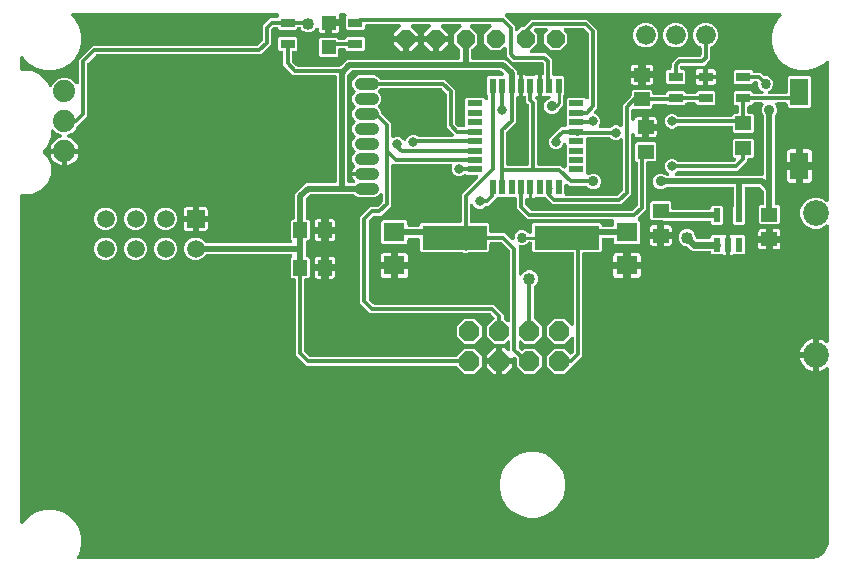
<source format=gbr>
G04 EAGLE Gerber RS-274X export*
G75*
%MOMM*%
%FSLAX34Y34*%
%LPD*%
%INTop Copper*%
%IPPOS*%
%AMOC8*
5,1,8,0,0,1.08239X$1,22.5*%
G01*
%ADD10R,1.508000X1.508000*%
%ADD11C,1.508000*%
%ADD12C,1.879600*%
%ADD13P,1.649562X8X292.500000*%
%ADD14C,1.016000*%
%ADD15R,0.558800X1.270000*%
%ADD16R,1.270000X0.558800*%
%ADD17R,1.600000X2.300000*%
%ADD18R,1.800000X1.600000*%
%ADD19R,1.200000X0.800000*%
%ADD20C,1.676400*%
%ADD21R,1.350000X1.200000*%
%ADD22R,1.200000X1.350000*%
%ADD23P,1.814519X8X202.500000*%
%ADD24R,1.200000X1.200000*%
%ADD25R,0.600000X1.200000*%
%ADD26R,5.500000X2.000000*%
%ADD27C,2.184400*%
%ADD28C,0.906400*%
%ADD29C,0.806400*%
%ADD30C,0.756400*%
%ADD31C,0.508000*%
%ADD32C,0.304800*%
%ADD33C,0.254000*%
%ADD34C,0.856400*%
%ADD35C,0.406400*%
%ADD36C,1.016000*%
%ADD37C,0.609600*%

G36*
X677115Y10161D02*
X677115Y10161D01*
X677117Y10161D01*
X677160Y10166D01*
X679450Y10166D01*
X679486Y10170D01*
X679550Y10169D01*
X681339Y10286D01*
X681366Y10291D01*
X681393Y10291D01*
X681634Y10335D01*
X685091Y11261D01*
X685163Y11290D01*
X685238Y11309D01*
X685371Y11372D01*
X685415Y11389D01*
X685431Y11401D01*
X685459Y11414D01*
X688558Y13203D01*
X688620Y13249D01*
X688688Y13287D01*
X688800Y13382D01*
X688838Y13411D01*
X688851Y13426D01*
X688874Y13445D01*
X691405Y15976D01*
X691453Y16036D01*
X691508Y16090D01*
X691592Y16212D01*
X691621Y16249D01*
X691630Y16267D01*
X691647Y16292D01*
X693436Y19391D01*
X693467Y19462D01*
X693507Y19528D01*
X693556Y19668D01*
X693575Y19711D01*
X693579Y19730D01*
X693589Y19759D01*
X694515Y23216D01*
X694519Y23243D01*
X694528Y23269D01*
X694564Y23511D01*
X694681Y25300D01*
X694679Y25337D01*
X694684Y25400D01*
X694684Y27675D01*
X694689Y27737D01*
X694689Y171547D01*
X694671Y171701D01*
X694658Y171856D01*
X694652Y171874D01*
X694649Y171893D01*
X694597Y172039D01*
X694548Y172187D01*
X694538Y172203D01*
X694532Y172221D01*
X694448Y172352D01*
X694367Y172484D01*
X694353Y172498D01*
X694343Y172514D01*
X694231Y172622D01*
X694123Y172732D01*
X694106Y172743D01*
X694092Y172756D01*
X693959Y172836D01*
X693828Y172919D01*
X693810Y172925D01*
X693793Y172935D01*
X693645Y172982D01*
X693499Y173033D01*
X693480Y173035D01*
X693461Y173041D01*
X693307Y173054D01*
X693152Y173070D01*
X693133Y173068D01*
X693114Y173069D01*
X692961Y173046D01*
X692806Y173027D01*
X692788Y173020D01*
X692769Y173018D01*
X692625Y172960D01*
X692479Y172907D01*
X692460Y172895D01*
X692445Y172889D01*
X692409Y172864D01*
X692271Y172779D01*
X690731Y171661D01*
X688843Y170699D01*
X686828Y170044D01*
X686341Y169967D01*
X686341Y182032D01*
X686338Y182058D01*
X686340Y182084D01*
X686318Y182231D01*
X686301Y182378D01*
X686293Y182403D01*
X686289Y182429D01*
X686234Y182566D01*
X686184Y182706D01*
X686170Y182728D01*
X686160Y182753D01*
X686075Y182874D01*
X685995Y182999D01*
X685976Y183017D01*
X685961Y183039D01*
X685851Y183138D01*
X685818Y183170D01*
X685825Y183175D01*
X685924Y183285D01*
X686027Y183392D01*
X686041Y183415D01*
X686058Y183434D01*
X686130Y183564D01*
X686206Y183691D01*
X686214Y183716D01*
X686227Y183739D01*
X686267Y183882D01*
X686312Y184023D01*
X686314Y184049D01*
X686322Y184074D01*
X686341Y184318D01*
X686341Y196383D01*
X686828Y196306D01*
X688843Y195651D01*
X690731Y194689D01*
X692271Y193571D01*
X692406Y193495D01*
X692539Y193415D01*
X692557Y193409D01*
X692574Y193399D01*
X692723Y193356D01*
X692871Y193309D01*
X692890Y193307D01*
X692909Y193302D01*
X693064Y193293D01*
X693218Y193281D01*
X693237Y193284D01*
X693257Y193282D01*
X693410Y193309D01*
X693563Y193332D01*
X693581Y193340D01*
X693600Y193343D01*
X693743Y193404D01*
X693887Y193461D01*
X693903Y193472D01*
X693920Y193480D01*
X694046Y193571D01*
X694173Y193660D01*
X694186Y193674D01*
X694201Y193686D01*
X694302Y193803D01*
X694406Y193919D01*
X694416Y193936D01*
X694428Y193950D01*
X694500Y194088D01*
X694575Y194224D01*
X694580Y194243D01*
X694589Y194260D01*
X694627Y194409D01*
X694670Y194559D01*
X694672Y194583D01*
X694675Y194597D01*
X694676Y194641D01*
X694689Y194803D01*
X694689Y292191D01*
X694678Y292291D01*
X694676Y292391D01*
X694658Y292463D01*
X694649Y292537D01*
X694616Y292632D01*
X694591Y292729D01*
X694557Y292795D01*
X694532Y292865D01*
X694477Y292950D01*
X694431Y293039D01*
X694383Y293096D01*
X694343Y293158D01*
X694271Y293228D01*
X694206Y293304D01*
X694146Y293349D01*
X694092Y293400D01*
X694006Y293452D01*
X693925Y293512D01*
X693857Y293541D01*
X693793Y293579D01*
X693697Y293610D01*
X693605Y293650D01*
X693532Y293663D01*
X693461Y293685D01*
X693361Y293693D01*
X693262Y293711D01*
X693188Y293707D01*
X693114Y293713D01*
X693014Y293698D01*
X692914Y293693D01*
X692843Y293673D01*
X692769Y293662D01*
X692676Y293625D01*
X692579Y293597D01*
X692514Y293560D01*
X692445Y293533D01*
X692363Y293476D01*
X692275Y293427D01*
X692199Y293361D01*
X692159Y293334D01*
X692135Y293308D01*
X692089Y293268D01*
X691013Y292192D01*
X686252Y290220D01*
X681098Y290220D01*
X676337Y292193D01*
X672693Y295837D01*
X670720Y300598D01*
X670720Y305752D01*
X672693Y310513D01*
X676337Y314157D01*
X681098Y316130D01*
X686252Y316130D01*
X691013Y314158D01*
X692089Y313082D01*
X692168Y313019D01*
X692240Y312950D01*
X692304Y312911D01*
X692362Y312865D01*
X692453Y312822D01*
X692539Y312771D01*
X692610Y312748D01*
X692677Y312716D01*
X692775Y312695D01*
X692871Y312665D01*
X692945Y312659D01*
X693018Y312643D01*
X693118Y312645D01*
X693218Y312637D01*
X693292Y312648D01*
X693366Y312649D01*
X693463Y312673D01*
X693563Y312688D01*
X693632Y312716D01*
X693704Y312734D01*
X693793Y312780D01*
X693887Y312817D01*
X693948Y312859D01*
X694014Y312894D01*
X694090Y312959D01*
X694173Y313016D01*
X694223Y313071D01*
X694279Y313119D01*
X694339Y313200D01*
X694406Y313275D01*
X694442Y313340D01*
X694487Y313400D01*
X694526Y313492D01*
X694575Y313580D01*
X694595Y313651D01*
X694625Y313720D01*
X694642Y313818D01*
X694670Y313915D01*
X694678Y314015D01*
X694686Y314063D01*
X694684Y314098D01*
X694689Y314159D01*
X694689Y431044D01*
X694678Y431144D01*
X694676Y431244D01*
X694658Y431316D01*
X694649Y431390D01*
X694616Y431484D01*
X694591Y431582D01*
X694557Y431648D01*
X694532Y431718D01*
X694477Y431802D01*
X694431Y431892D01*
X694383Y431948D01*
X694343Y432011D01*
X694271Y432081D01*
X694206Y432157D01*
X694146Y432201D01*
X694092Y432253D01*
X694006Y432305D01*
X693925Y432364D01*
X693857Y432394D01*
X693793Y432432D01*
X693697Y432463D01*
X693605Y432502D01*
X693532Y432515D01*
X693461Y432538D01*
X693361Y432546D01*
X693262Y432564D01*
X693188Y432560D01*
X693114Y432566D01*
X693014Y432551D01*
X692914Y432546D01*
X692843Y432525D01*
X692769Y432514D01*
X692676Y432477D01*
X692579Y432449D01*
X692514Y432413D01*
X692445Y432386D01*
X692363Y432328D01*
X692275Y432279D01*
X692199Y432214D01*
X692159Y432187D01*
X692135Y432160D01*
X692089Y432121D01*
X689476Y429508D01*
X683394Y425997D01*
X676611Y424179D01*
X669589Y424179D01*
X662806Y425997D01*
X656724Y429508D01*
X651758Y434474D01*
X648247Y440556D01*
X646429Y447339D01*
X646429Y454361D01*
X648247Y461144D01*
X651758Y467226D01*
X654371Y469839D01*
X654433Y469917D01*
X654503Y469990D01*
X654541Y470054D01*
X654587Y470112D01*
X654630Y470203D01*
X654682Y470289D01*
X654705Y470360D01*
X654736Y470427D01*
X654757Y470525D01*
X654788Y470621D01*
X654794Y470695D01*
X654810Y470768D01*
X654808Y470868D01*
X654816Y470968D01*
X654805Y471042D01*
X654804Y471116D01*
X654779Y471213D01*
X654764Y471313D01*
X654737Y471382D01*
X654719Y471454D01*
X654673Y471543D01*
X654636Y471637D01*
X654593Y471698D01*
X654559Y471764D01*
X654494Y471840D01*
X654437Y471923D01*
X654382Y471973D01*
X654333Y472029D01*
X654252Y472089D01*
X654178Y472156D01*
X654113Y472192D01*
X654053Y472237D01*
X653961Y472276D01*
X653873Y472325D01*
X653801Y472345D01*
X653733Y472375D01*
X653634Y472392D01*
X653538Y472420D01*
X653437Y472428D01*
X653390Y472436D01*
X653354Y472434D01*
X653294Y472439D01*
X422093Y472439D01*
X421993Y472428D01*
X421893Y472426D01*
X421821Y472408D01*
X421747Y472399D01*
X421652Y472366D01*
X421555Y472341D01*
X421489Y472307D01*
X421419Y472282D01*
X421334Y472227D01*
X421245Y472181D01*
X421189Y472133D01*
X421126Y472093D01*
X421056Y472021D01*
X420980Y471956D01*
X420936Y471896D01*
X420884Y471842D01*
X420832Y471756D01*
X420773Y471675D01*
X420743Y471607D01*
X420705Y471543D01*
X420674Y471447D01*
X420635Y471355D01*
X420621Y471282D01*
X420599Y471211D01*
X420591Y471111D01*
X420573Y471012D01*
X420577Y470938D01*
X420571Y470864D01*
X420586Y470764D01*
X420591Y470664D01*
X420611Y470593D01*
X420622Y470519D01*
X420660Y470426D01*
X420687Y470329D01*
X420724Y470264D01*
X420751Y470195D01*
X420808Y470113D01*
X420858Y470025D01*
X420923Y469949D01*
X420950Y469909D01*
X420977Y469885D01*
X421016Y469839D01*
X423103Y467752D01*
X429007Y461848D01*
X429007Y459035D01*
X429018Y458935D01*
X429020Y458835D01*
X429038Y458763D01*
X429047Y458689D01*
X429080Y458595D01*
X429105Y458497D01*
X429139Y458431D01*
X429164Y458361D01*
X429219Y458276D01*
X429265Y458187D01*
X429313Y458131D01*
X429353Y458068D01*
X429425Y457998D01*
X429490Y457922D01*
X429550Y457878D01*
X429604Y457826D01*
X429690Y457774D01*
X429771Y457715D01*
X429839Y457685D01*
X429903Y457647D01*
X429999Y457616D01*
X430091Y457577D01*
X430164Y457563D01*
X430235Y457541D01*
X430335Y457533D01*
X430434Y457515D01*
X430508Y457519D01*
X430582Y457513D01*
X430682Y457528D01*
X430782Y457533D01*
X430853Y457553D01*
X430927Y457565D01*
X431020Y457602D01*
X431117Y457629D01*
X431182Y457666D01*
X431251Y457693D01*
X431333Y457750D01*
X431421Y457800D01*
X431497Y457865D01*
X431537Y457892D01*
X431561Y457919D01*
X431607Y457958D01*
X434152Y460503D01*
X435792Y460503D01*
X435917Y460517D01*
X436044Y460524D01*
X436090Y460537D01*
X436138Y460543D01*
X436257Y460585D01*
X436379Y460620D01*
X436421Y460644D01*
X436466Y460660D01*
X436572Y460729D01*
X436683Y460790D01*
X436729Y460830D01*
X436759Y460849D01*
X436792Y460884D01*
X436869Y460949D01*
X437123Y461203D01*
X443027Y467107D01*
X490423Y467107D01*
X498857Y458673D01*
X498857Y392227D01*
X496327Y389697D01*
X496130Y389500D01*
X496037Y389382D01*
X495940Y389268D01*
X495929Y389246D01*
X495914Y389227D01*
X495849Y389091D01*
X495781Y388957D01*
X495775Y388934D01*
X495765Y388912D01*
X495733Y388765D01*
X495697Y388619D01*
X495696Y388595D01*
X495691Y388571D01*
X495694Y388422D01*
X495692Y388271D01*
X495697Y388247D01*
X495697Y388223D01*
X495734Y388077D01*
X495766Y387930D01*
X495776Y387909D01*
X495782Y387885D01*
X495851Y387751D01*
X495916Y387616D01*
X495931Y387597D01*
X495942Y387575D01*
X496039Y387461D01*
X496133Y387343D01*
X496152Y387328D01*
X496168Y387310D01*
X496289Y387220D01*
X496407Y387127D01*
X496433Y387114D01*
X496448Y387103D01*
X496491Y387084D01*
X496624Y387016D01*
X498735Y386141D01*
X500441Y384435D01*
X501365Y382206D01*
X501365Y379794D01*
X500430Y377536D01*
X500377Y377481D01*
X500338Y377417D01*
X500292Y377359D01*
X500249Y377268D01*
X500198Y377182D01*
X500175Y377111D01*
X500143Y377044D01*
X500122Y376946D01*
X500092Y376850D01*
X500086Y376776D01*
X500070Y376703D01*
X500072Y376603D01*
X500064Y376503D01*
X500075Y376429D01*
X500076Y376355D01*
X500100Y376258D01*
X500115Y376158D01*
X500143Y376089D01*
X500161Y376017D01*
X500207Y375928D01*
X500244Y375834D01*
X500286Y375773D01*
X500321Y375707D01*
X500386Y375631D01*
X500443Y375548D01*
X500498Y375498D01*
X500546Y375442D01*
X500627Y375382D01*
X500702Y375315D01*
X500767Y375279D01*
X500827Y375235D01*
X500919Y375195D01*
X501007Y375146D01*
X501078Y375126D01*
X501147Y375096D01*
X501245Y375079D01*
X501342Y375051D01*
X501442Y375043D01*
X501490Y375035D01*
X501525Y375037D01*
X501586Y375032D01*
X508699Y375032D01*
X508825Y375046D01*
X508951Y375053D01*
X508997Y375066D01*
X509045Y375072D01*
X509164Y375114D01*
X509286Y375149D01*
X509328Y375173D01*
X509373Y375189D01*
X509479Y375258D01*
X509590Y375319D01*
X509636Y375359D01*
X509666Y375378D01*
X509700Y375413D01*
X509776Y375478D01*
X510915Y376616D01*
X513144Y377540D01*
X515556Y377540D01*
X517814Y376605D01*
X517869Y376552D01*
X517933Y376513D01*
X517991Y376467D01*
X518082Y376424D01*
X518168Y376373D01*
X518239Y376350D01*
X518306Y376318D01*
X518404Y376297D01*
X518500Y376267D01*
X518574Y376261D01*
X518647Y376245D01*
X518747Y376247D01*
X518847Y376239D01*
X518921Y376250D01*
X518995Y376251D01*
X519092Y376275D01*
X519192Y376290D01*
X519261Y376318D01*
X519333Y376336D01*
X519422Y376382D01*
X519516Y376419D01*
X519577Y376461D01*
X519643Y376496D01*
X519719Y376561D01*
X519802Y376618D01*
X519852Y376673D01*
X519908Y376721D01*
X519968Y376802D01*
X520035Y376877D01*
X520071Y376942D01*
X520115Y377002D01*
X520155Y377094D01*
X520204Y377182D01*
X520224Y377253D01*
X520254Y377322D01*
X520271Y377420D01*
X520299Y377517D01*
X520307Y377617D01*
X520315Y377665D01*
X520313Y377700D01*
X520318Y377761D01*
X520318Y394698D01*
X527346Y401726D01*
X527425Y401825D01*
X527509Y401919D01*
X527533Y401961D01*
X527563Y401999D01*
X527617Y402113D01*
X527678Y402224D01*
X527691Y402271D01*
X527712Y402314D01*
X527738Y402438D01*
X527773Y402559D01*
X527778Y402620D01*
X527785Y402655D01*
X527784Y402703D01*
X527792Y402803D01*
X527792Y406417D01*
X528983Y407608D01*
X544167Y407608D01*
X545358Y406417D01*
X545358Y404655D01*
X545359Y404640D01*
X545359Y404630D01*
X545360Y404621D01*
X545359Y404603D01*
X545381Y404456D01*
X545398Y404309D01*
X545406Y404284D01*
X545410Y404258D01*
X545465Y404120D01*
X545515Y403981D01*
X545529Y403959D01*
X545539Y403934D01*
X545624Y403813D01*
X545704Y403688D01*
X545723Y403670D01*
X545738Y403648D01*
X545848Y403549D01*
X545955Y403446D01*
X545977Y403432D01*
X545997Y403415D01*
X546127Y403343D01*
X546254Y403267D01*
X546279Y403259D01*
X546302Y403246D01*
X546445Y403206D01*
X546586Y403161D01*
X546612Y403159D01*
X546637Y403151D01*
X546881Y403132D01*
X555594Y403132D01*
X555620Y403135D01*
X555646Y403133D01*
X555793Y403155D01*
X555940Y403172D01*
X555965Y403180D01*
X555991Y403184D01*
X556129Y403239D01*
X556268Y403289D01*
X556290Y403303D01*
X556315Y403313D01*
X556436Y403398D01*
X556561Y403478D01*
X556579Y403497D01*
X556601Y403512D01*
X556700Y403622D01*
X556803Y403729D01*
X556817Y403751D01*
X556834Y403771D01*
X556906Y403901D01*
X556982Y404028D01*
X556990Y404053D01*
X557003Y404076D01*
X557043Y404219D01*
X557088Y404360D01*
X557090Y404386D01*
X557098Y404411D01*
X557117Y404655D01*
X557117Y405417D01*
X558308Y406608D01*
X571992Y406608D01*
X573214Y405386D01*
X573223Y405309D01*
X573231Y405284D01*
X573235Y405258D01*
X573290Y405120D01*
X573340Y404981D01*
X573354Y404959D01*
X573364Y404934D01*
X573449Y404813D01*
X573529Y404688D01*
X573548Y404670D01*
X573563Y404648D01*
X573673Y404549D01*
X573780Y404446D01*
X573802Y404432D01*
X573822Y404415D01*
X573952Y404343D01*
X574079Y404267D01*
X574104Y404259D01*
X574127Y404246D01*
X574270Y404206D01*
X574411Y404161D01*
X574437Y404159D01*
X574462Y404151D01*
X574706Y404132D01*
X580994Y404132D01*
X581020Y404135D01*
X581046Y404133D01*
X581193Y404155D01*
X581340Y404172D01*
X581365Y404180D01*
X581391Y404184D01*
X581529Y404239D01*
X581668Y404289D01*
X581690Y404303D01*
X581715Y404313D01*
X581836Y404398D01*
X581961Y404478D01*
X581979Y404497D01*
X582001Y404512D01*
X582100Y404622D01*
X582203Y404729D01*
X582217Y404751D01*
X582234Y404771D01*
X582306Y404901D01*
X582382Y405028D01*
X582390Y405053D01*
X582403Y405076D01*
X582443Y405219D01*
X582488Y405360D01*
X582490Y405386D01*
X582492Y405392D01*
X583708Y406608D01*
X597392Y406608D01*
X598583Y405417D01*
X598583Y395733D01*
X597392Y394542D01*
X583708Y394542D01*
X582486Y395764D01*
X582477Y395841D01*
X582469Y395866D01*
X582465Y395892D01*
X582410Y396030D01*
X582360Y396169D01*
X582346Y396191D01*
X582336Y396216D01*
X582251Y396337D01*
X582171Y396462D01*
X582152Y396480D01*
X582137Y396502D01*
X582027Y396601D01*
X581920Y396704D01*
X581898Y396718D01*
X581878Y396735D01*
X581748Y396807D01*
X581621Y396883D01*
X581596Y396891D01*
X581573Y396904D01*
X581430Y396944D01*
X581289Y396989D01*
X581263Y396991D01*
X581238Y396999D01*
X580994Y397018D01*
X574706Y397018D01*
X574680Y397015D01*
X574654Y397017D01*
X574507Y396995D01*
X574360Y396978D01*
X574335Y396970D01*
X574309Y396966D01*
X574171Y396911D01*
X574032Y396861D01*
X574010Y396847D01*
X573985Y396837D01*
X573864Y396752D01*
X573739Y396672D01*
X573721Y396653D01*
X573699Y396638D01*
X573600Y396528D01*
X573497Y396421D01*
X573483Y396399D01*
X573466Y396379D01*
X573394Y396249D01*
X573318Y396122D01*
X573310Y396097D01*
X573297Y396074D01*
X573257Y395931D01*
X573212Y395790D01*
X573210Y395764D01*
X573208Y395758D01*
X571992Y394542D01*
X558308Y394542D01*
X557278Y395572D01*
X557179Y395651D01*
X557085Y395735D01*
X557043Y395759D01*
X557005Y395789D01*
X556891Y395843D01*
X556780Y395904D01*
X556734Y395917D01*
X556690Y395938D01*
X556567Y395964D01*
X556445Y395999D01*
X556384Y396004D01*
X556349Y396011D01*
X556301Y396010D01*
X556201Y396018D01*
X546881Y396018D01*
X546855Y396015D01*
X546829Y396017D01*
X546682Y395995D01*
X546535Y395978D01*
X546510Y395970D01*
X546484Y395966D01*
X546346Y395911D01*
X546207Y395861D01*
X546185Y395847D01*
X546160Y395837D01*
X546039Y395752D01*
X545914Y395672D01*
X545896Y395653D01*
X545874Y395638D01*
X545775Y395528D01*
X545672Y395421D01*
X545658Y395399D01*
X545641Y395379D01*
X545569Y395249D01*
X545493Y395122D01*
X545485Y395097D01*
X545472Y395074D01*
X545432Y394931D01*
X545387Y394790D01*
X545385Y394764D01*
X545377Y394739D01*
X545358Y394495D01*
X545358Y392733D01*
X544167Y391542D01*
X528955Y391542D01*
X528929Y391539D01*
X528903Y391541D01*
X528756Y391519D01*
X528609Y391502D01*
X528584Y391494D01*
X528558Y391490D01*
X528420Y391435D01*
X528281Y391385D01*
X528259Y391371D01*
X528234Y391361D01*
X528113Y391276D01*
X527988Y391196D01*
X527970Y391177D01*
X527948Y391162D01*
X527849Y391052D01*
X527746Y390945D01*
X527732Y390923D01*
X527715Y390903D01*
X527643Y390773D01*
X527567Y390646D01*
X527559Y390621D01*
X527546Y390598D01*
X527506Y390455D01*
X527461Y390314D01*
X527459Y390288D01*
X527451Y390263D01*
X527432Y390019D01*
X527432Y382731D01*
X527449Y382582D01*
X527461Y382433D01*
X527469Y382409D01*
X527472Y382385D01*
X527522Y382244D01*
X527568Y382101D01*
X527581Y382080D01*
X527589Y382056D01*
X527670Y381931D01*
X527747Y381802D01*
X527765Y381784D01*
X527778Y381764D01*
X527886Y381660D01*
X527990Y381552D01*
X528011Y381539D01*
X528029Y381521D01*
X528157Y381445D01*
X528283Y381364D01*
X528307Y381355D01*
X528328Y381343D01*
X528470Y381297D01*
X528611Y381247D01*
X528636Y381244D01*
X528660Y381236D01*
X528809Y381224D01*
X528958Y381207D01*
X528982Y381210D01*
X529007Y381208D01*
X529155Y381231D01*
X529304Y381248D01*
X529327Y381256D01*
X529352Y381260D01*
X529491Y381315D01*
X529632Y381366D01*
X529653Y381380D01*
X529676Y381389D01*
X529798Y381474D01*
X529924Y381556D01*
X529942Y381574D01*
X529962Y381588D01*
X530062Y381699D01*
X530166Y381807D01*
X530179Y381828D01*
X530195Y381847D01*
X530268Y381978D01*
X530344Y382106D01*
X530354Y382134D01*
X530364Y382152D01*
X530377Y382197D01*
X530426Y382337D01*
X530632Y383106D01*
X530967Y383685D01*
X531440Y384158D01*
X532019Y384493D01*
X532665Y384666D01*
X536751Y384666D01*
X536751Y377601D01*
X536754Y377575D01*
X536752Y377549D01*
X536774Y377402D01*
X536791Y377255D01*
X536799Y377230D01*
X536803Y377204D01*
X536858Y377067D01*
X536908Y376927D01*
X536922Y376905D01*
X536932Y376880D01*
X537017Y376759D01*
X537097Y376634D01*
X537116Y376616D01*
X537131Y376594D01*
X537241Y376495D01*
X537348Y376392D01*
X537370Y376378D01*
X537390Y376361D01*
X537520Y376289D01*
X537647Y376213D01*
X537672Y376205D01*
X537695Y376192D01*
X537838Y376152D01*
X537914Y376127D01*
X537903Y376123D01*
X537877Y376119D01*
X537739Y376065D01*
X537600Y376015D01*
X537578Y376000D01*
X537553Y375991D01*
X537432Y375906D01*
X537307Y375826D01*
X537289Y375807D01*
X537267Y375792D01*
X537168Y375682D01*
X537065Y375575D01*
X537051Y375552D01*
X537034Y375533D01*
X536962Y375403D01*
X536886Y375276D01*
X536878Y375251D01*
X536865Y375228D01*
X536825Y375085D01*
X536780Y374944D01*
X536777Y374918D01*
X536770Y374893D01*
X536751Y374649D01*
X536751Y367584D01*
X532665Y367584D01*
X532019Y367757D01*
X531440Y368092D01*
X530967Y368565D01*
X530632Y369144D01*
X530426Y369913D01*
X530371Y370053D01*
X530321Y370194D01*
X530307Y370214D01*
X530298Y370238D01*
X530213Y370361D01*
X530132Y370486D01*
X530114Y370504D01*
X530100Y370524D01*
X529989Y370624D01*
X529881Y370729D01*
X529860Y370741D01*
X529841Y370758D01*
X529711Y370830D01*
X529582Y370907D01*
X529558Y370915D01*
X529537Y370927D01*
X529393Y370968D01*
X529250Y371014D01*
X529225Y371016D01*
X529202Y371022D01*
X529052Y371030D01*
X528903Y371042D01*
X528878Y371038D01*
X528853Y371039D01*
X528706Y371012D01*
X528558Y370990D01*
X528535Y370981D01*
X528511Y370976D01*
X528373Y370916D01*
X528234Y370861D01*
X528214Y370847D01*
X528191Y370837D01*
X528071Y370748D01*
X527948Y370662D01*
X527932Y370644D01*
X527912Y370629D01*
X527815Y370514D01*
X527715Y370403D01*
X527703Y370382D01*
X527687Y370363D01*
X527619Y370230D01*
X527546Y370098D01*
X527539Y370075D01*
X527528Y370052D01*
X527492Y369907D01*
X527451Y369763D01*
X527449Y369733D01*
X527444Y369714D01*
X527444Y369667D01*
X527432Y369519D01*
X527432Y319202D01*
X518998Y310768D01*
X460834Y310768D01*
X458305Y313298D01*
X457123Y314480D01*
X455058Y316545D01*
X454959Y316624D01*
X454865Y316708D01*
X454822Y316732D01*
X454785Y316762D01*
X454670Y316816D01*
X454560Y316877D01*
X454513Y316890D01*
X454469Y316911D01*
X454346Y316937D01*
X454224Y316972D01*
X454164Y316977D01*
X454129Y316984D01*
X454081Y316983D01*
X453980Y316991D01*
X446913Y316991D01*
X446812Y316980D01*
X446710Y316978D01*
X446639Y316960D01*
X446567Y316951D01*
X446471Y316917D01*
X446372Y316892D01*
X446283Y316850D01*
X446239Y316834D01*
X446208Y316814D01*
X446151Y316787D01*
X445925Y316656D01*
X445279Y316483D01*
X443673Y316483D01*
X443673Y325374D01*
X443670Y325400D01*
X443672Y325426D01*
X443650Y325573D01*
X443634Y325720D01*
X443625Y325745D01*
X443621Y325771D01*
X443566Y325908D01*
X443516Y326048D01*
X443502Y326070D01*
X443492Y326094D01*
X443408Y326216D01*
X443327Y326341D01*
X443308Y326359D01*
X443293Y326381D01*
X443183Y326480D01*
X443076Y326583D01*
X443054Y326596D01*
X443034Y326614D01*
X442904Y326686D01*
X442777Y326762D01*
X442752Y326770D01*
X442729Y326783D01*
X442586Y326823D01*
X442445Y326868D01*
X442419Y326870D01*
X442394Y326877D01*
X442150Y326897D01*
X442124Y326894D01*
X442098Y326896D01*
X441951Y326874D01*
X441804Y326857D01*
X441779Y326848D01*
X441753Y326844D01*
X441615Y326790D01*
X441476Y326740D01*
X441453Y326725D01*
X441429Y326716D01*
X441308Y326631D01*
X441183Y326551D01*
X441164Y326532D01*
X441143Y326517D01*
X441044Y326407D01*
X440941Y326300D01*
X440927Y326277D01*
X440909Y326258D01*
X440838Y326128D01*
X440762Y326001D01*
X440754Y325976D01*
X440741Y325953D01*
X440701Y325810D01*
X440655Y325669D01*
X440653Y325643D01*
X440646Y325617D01*
X440627Y325374D01*
X440627Y316483D01*
X439420Y316483D01*
X439394Y316480D01*
X439368Y316482D01*
X439221Y316460D01*
X439074Y316443D01*
X439049Y316435D01*
X439023Y316431D01*
X438885Y316376D01*
X438746Y316326D01*
X438724Y316312D01*
X438699Y316302D01*
X438578Y316217D01*
X438453Y316137D01*
X438435Y316118D01*
X438413Y316103D01*
X438314Y315993D01*
X438211Y315886D01*
X438197Y315864D01*
X438180Y315844D01*
X438108Y315714D01*
X438032Y315587D01*
X438024Y315562D01*
X438011Y315539D01*
X437971Y315396D01*
X437926Y315255D01*
X437924Y315229D01*
X437916Y315204D01*
X437897Y314960D01*
X437897Y310714D01*
X437911Y310589D01*
X437918Y310462D01*
X437931Y310416D01*
X437937Y310368D01*
X437979Y310249D01*
X438014Y310128D01*
X438038Y310085D01*
X438054Y310040D01*
X438123Y309934D01*
X438184Y309823D01*
X438224Y309777D01*
X438243Y309747D01*
X438278Y309714D01*
X438343Y309637D01*
X442352Y305628D01*
X442451Y305549D01*
X442545Y305465D01*
X442587Y305441D01*
X442625Y305411D01*
X442739Y305357D01*
X442850Y305296D01*
X442897Y305283D01*
X442940Y305262D01*
X443064Y305236D01*
X443185Y305201D01*
X443246Y305196D01*
X443281Y305189D01*
X443329Y305190D01*
X443429Y305182D01*
X528121Y305182D01*
X528246Y305196D01*
X528373Y305203D01*
X528419Y305216D01*
X528467Y305222D01*
X528586Y305264D01*
X528707Y305299D01*
X528750Y305323D01*
X528795Y305339D01*
X528901Y305408D01*
X529012Y305469D01*
X529058Y305509D01*
X529088Y305528D01*
X529121Y305563D01*
X529198Y305628D01*
X532572Y309002D01*
X532651Y309101D01*
X532735Y309195D01*
X532759Y309237D01*
X532789Y309275D01*
X532843Y309389D01*
X532904Y309500D01*
X532917Y309547D01*
X532938Y309590D01*
X532964Y309714D01*
X532999Y309835D01*
X533004Y309896D01*
X533011Y309931D01*
X533010Y309979D01*
X533018Y310079D01*
X533018Y345601D01*
X533004Y345727D01*
X532997Y345853D01*
X532984Y345899D01*
X532978Y345947D01*
X532936Y346066D01*
X532901Y346188D01*
X532877Y346230D01*
X532861Y346275D01*
X532792Y346382D01*
X532731Y346492D01*
X532691Y346538D01*
X532672Y346568D01*
X532637Y346602D01*
X532572Y346678D01*
X530967Y348283D01*
X530967Y361967D01*
X532158Y363158D01*
X547342Y363158D01*
X548533Y361967D01*
X548533Y348283D01*
X547342Y347092D01*
X541655Y347092D01*
X541629Y347089D01*
X541603Y347091D01*
X541456Y347069D01*
X541309Y347052D01*
X541284Y347044D01*
X541258Y347040D01*
X541120Y346985D01*
X540981Y346935D01*
X540959Y346921D01*
X540934Y346911D01*
X540813Y346826D01*
X540688Y346746D01*
X540670Y346727D01*
X540648Y346712D01*
X540549Y346602D01*
X540446Y346495D01*
X540432Y346473D01*
X540415Y346453D01*
X540343Y346323D01*
X540267Y346196D01*
X540259Y346171D01*
X540246Y346148D01*
X540206Y346005D01*
X540161Y345864D01*
X540159Y345838D01*
X540151Y345813D01*
X540132Y345569D01*
X540132Y306502D01*
X534228Y300598D01*
X533292Y299662D01*
X533276Y299641D01*
X533256Y299624D01*
X533168Y299505D01*
X533075Y299389D01*
X533064Y299365D01*
X533049Y299344D01*
X532990Y299208D01*
X532926Y299074D01*
X532921Y299048D01*
X532911Y299024D01*
X532884Y298878D01*
X532853Y298733D01*
X532853Y298707D01*
X532849Y298681D01*
X532856Y298533D01*
X532859Y298385D01*
X532865Y298359D01*
X532867Y298333D01*
X532908Y298190D01*
X532944Y298047D01*
X532956Y298023D01*
X532963Y297998D01*
X533036Y297869D01*
X533104Y297737D01*
X533121Y297717D01*
X533133Y297694D01*
X533292Y297508D01*
X534908Y295892D01*
X534908Y278208D01*
X533717Y277017D01*
X514033Y277017D01*
X512842Y278208D01*
X512842Y280954D01*
X512839Y280980D01*
X512841Y281006D01*
X512819Y281153D01*
X512802Y281300D01*
X512794Y281325D01*
X512790Y281351D01*
X512735Y281489D01*
X512685Y281628D01*
X512671Y281650D01*
X512661Y281675D01*
X512576Y281796D01*
X512496Y281921D01*
X512477Y281939D01*
X512462Y281961D01*
X512352Y282060D01*
X512245Y282163D01*
X512223Y282177D01*
X512203Y282194D01*
X512073Y282266D01*
X511946Y282342D01*
X511921Y282350D01*
X511898Y282363D01*
X511755Y282403D01*
X511614Y282448D01*
X511588Y282450D01*
X511563Y282458D01*
X511319Y282477D01*
X504006Y282477D01*
X503980Y282474D01*
X503954Y282476D01*
X503807Y282454D01*
X503660Y282437D01*
X503635Y282429D01*
X503609Y282425D01*
X503471Y282370D01*
X503332Y282320D01*
X503310Y282306D01*
X503285Y282296D01*
X503164Y282211D01*
X503039Y282131D01*
X503021Y282112D01*
X502999Y282097D01*
X502900Y281987D01*
X502797Y281880D01*
X502783Y281858D01*
X502766Y281838D01*
X502694Y281708D01*
X502618Y281581D01*
X502610Y281556D01*
X502597Y281533D01*
X502557Y281390D01*
X502512Y281249D01*
X502510Y281223D01*
X502502Y281198D01*
X502483Y280954D01*
X502483Y271733D01*
X501292Y270542D01*
X487680Y270542D01*
X487654Y270539D01*
X487628Y270541D01*
X487481Y270519D01*
X487334Y270502D01*
X487309Y270494D01*
X487283Y270490D01*
X487145Y270435D01*
X487006Y270385D01*
X486984Y270371D01*
X486959Y270361D01*
X486838Y270276D01*
X486713Y270196D01*
X486695Y270177D01*
X486673Y270162D01*
X486574Y270052D01*
X486471Y269945D01*
X486457Y269923D01*
X486440Y269903D01*
X486368Y269773D01*
X486292Y269646D01*
X486284Y269621D01*
X486271Y269598D01*
X486231Y269455D01*
X486186Y269314D01*
X486184Y269288D01*
X486176Y269263D01*
X486157Y269019D01*
X486157Y182677D01*
X477586Y174106D01*
X477507Y174007D01*
X477423Y173913D01*
X477399Y173871D01*
X477369Y173833D01*
X477315Y173719D01*
X477254Y173608D01*
X477251Y173598D01*
X471039Y167385D01*
X462411Y167385D01*
X456310Y173486D01*
X456310Y182114D01*
X462411Y188215D01*
X471039Y188215D01*
X475260Y183994D01*
X475280Y183978D01*
X475297Y183958D01*
X475417Y183869D01*
X475533Y183777D01*
X475556Y183766D01*
X475578Y183750D01*
X475714Y183692D01*
X475848Y183628D01*
X475874Y183623D01*
X475898Y183612D01*
X476044Y183586D01*
X476189Y183555D01*
X476215Y183555D01*
X476241Y183551D01*
X476389Y183558D01*
X476537Y183561D01*
X476562Y183567D01*
X476589Y183569D01*
X476731Y183610D01*
X476875Y183646D01*
X476898Y183658D01*
X476924Y183665D01*
X477053Y183737D01*
X477185Y183806D01*
X477205Y183823D01*
X477228Y183835D01*
X477414Y183994D01*
X478597Y185177D01*
X478676Y185276D01*
X478760Y185370D01*
X478784Y185412D01*
X478814Y185450D01*
X478868Y185564D01*
X478929Y185675D01*
X478942Y185722D01*
X478963Y185765D01*
X478989Y185889D01*
X479024Y186010D01*
X479029Y186071D01*
X479036Y186106D01*
X479035Y186154D01*
X479043Y186254D01*
X479043Y197112D01*
X479032Y197212D01*
X479030Y197312D01*
X479012Y197385D01*
X479003Y197458D01*
X478970Y197553D01*
X478945Y197650D01*
X478911Y197717D01*
X478886Y197787D01*
X478831Y197871D01*
X478785Y197960D01*
X478737Y198017D01*
X478697Y198079D01*
X478625Y198149D01*
X478560Y198226D01*
X478500Y198270D01*
X478446Y198322D01*
X478360Y198373D01*
X478279Y198433D01*
X478211Y198462D01*
X478147Y198500D01*
X478051Y198531D01*
X477959Y198571D01*
X477886Y198584D01*
X477815Y198607D01*
X477715Y198615D01*
X477616Y198632D01*
X477542Y198629D01*
X477468Y198635D01*
X477368Y198620D01*
X477268Y198614D01*
X477197Y198594D01*
X477123Y198583D01*
X477030Y198546D01*
X476933Y198518D01*
X476868Y198482D01*
X476799Y198454D01*
X476717Y198397D01*
X476629Y198348D01*
X476553Y198283D01*
X476513Y198255D01*
X476489Y198229D01*
X476443Y198189D01*
X471039Y192785D01*
X462411Y192785D01*
X456310Y198886D01*
X456310Y207514D01*
X462411Y213615D01*
X471039Y213615D01*
X476443Y208211D01*
X476521Y208148D01*
X476594Y208078D01*
X476658Y208040D01*
X476716Y207994D01*
X476807Y207951D01*
X476893Y207900D01*
X476964Y207877D01*
X477031Y207845D01*
X477129Y207824D01*
X477225Y207793D01*
X477299Y207787D01*
X477372Y207772D01*
X477472Y207774D01*
X477572Y207765D01*
X477646Y207776D01*
X477720Y207778D01*
X477817Y207802D01*
X477917Y207817D01*
X477986Y207845D01*
X478058Y207863D01*
X478148Y207909D01*
X478241Y207946D01*
X478302Y207988D01*
X478368Y208022D01*
X478445Y208088D01*
X478527Y208145D01*
X478577Y208200D01*
X478633Y208248D01*
X478693Y208329D01*
X478760Y208404D01*
X478796Y208469D01*
X478841Y208529D01*
X478880Y208621D01*
X478929Y208709D01*
X478949Y208780D01*
X478979Y208849D01*
X478996Y208947D01*
X479024Y209044D01*
X479032Y209144D01*
X479040Y209192D01*
X479038Y209227D01*
X479043Y209288D01*
X479043Y269019D01*
X479040Y269045D01*
X479042Y269071D01*
X479020Y269218D01*
X479003Y269365D01*
X478995Y269390D01*
X478991Y269416D01*
X478936Y269554D01*
X478886Y269693D01*
X478872Y269715D01*
X478862Y269740D01*
X478777Y269861D01*
X478697Y269986D01*
X478678Y270004D01*
X478663Y270026D01*
X478553Y270125D01*
X478446Y270228D01*
X478424Y270242D01*
X478404Y270259D01*
X478274Y270331D01*
X478147Y270407D01*
X478122Y270415D01*
X478099Y270428D01*
X477956Y270468D01*
X477815Y270513D01*
X477789Y270515D01*
X477764Y270523D01*
X477520Y270542D01*
X444608Y270542D01*
X443417Y271733D01*
X443417Y277749D01*
X443414Y277775D01*
X443416Y277801D01*
X443394Y277948D01*
X443377Y278095D01*
X443369Y278120D01*
X443365Y278146D01*
X443310Y278284D01*
X443260Y278423D01*
X443246Y278445D01*
X443236Y278470D01*
X443151Y278591D01*
X443071Y278716D01*
X443052Y278734D01*
X443037Y278756D01*
X442927Y278855D01*
X442820Y278958D01*
X442798Y278972D01*
X442778Y278989D01*
X442648Y279061D01*
X442521Y279137D01*
X442496Y279145D01*
X442473Y279158D01*
X442330Y279198D01*
X442189Y279243D01*
X442163Y279245D01*
X442138Y279253D01*
X441894Y279272D01*
X441234Y279272D01*
X441108Y279258D01*
X440982Y279251D01*
X440935Y279238D01*
X440887Y279232D01*
X440768Y279190D01*
X440647Y279155D01*
X440605Y279131D01*
X440559Y279115D01*
X440453Y279046D01*
X440343Y278985D01*
X440296Y278945D01*
X440266Y278926D01*
X440233Y278891D01*
X440157Y278826D01*
X438552Y277222D01*
X436231Y276260D01*
X433705Y276260D01*
X433679Y276257D01*
X433653Y276259D01*
X433506Y276237D01*
X433359Y276220D01*
X433334Y276212D01*
X433308Y276208D01*
X433170Y276153D01*
X433031Y276103D01*
X433009Y276089D01*
X432984Y276079D01*
X432863Y275994D01*
X432738Y275914D01*
X432720Y275895D01*
X432698Y275880D01*
X432599Y275770D01*
X432496Y275663D01*
X432482Y275641D01*
X432465Y275621D01*
X432393Y275491D01*
X432317Y275364D01*
X432309Y275339D01*
X432296Y275316D01*
X432256Y275173D01*
X432211Y275032D01*
X432209Y275006D01*
X432201Y274981D01*
X432182Y274737D01*
X432182Y251821D01*
X432187Y251770D01*
X432185Y251720D01*
X432207Y251598D01*
X432222Y251474D01*
X432239Y251427D01*
X432248Y251377D01*
X432297Y251263D01*
X432339Y251146D01*
X432366Y251104D01*
X432387Y251058D01*
X432461Y250958D01*
X432528Y250853D01*
X432564Y250818D01*
X432594Y250778D01*
X432689Y250698D01*
X432779Y250611D01*
X432822Y250585D01*
X432860Y250553D01*
X432971Y250496D01*
X433078Y250432D01*
X433126Y250417D01*
X433171Y250394D01*
X433291Y250364D01*
X433410Y250326D01*
X433460Y250322D01*
X433509Y250310D01*
X433633Y250308D01*
X433757Y250298D01*
X433807Y250306D01*
X433857Y250305D01*
X433979Y250331D01*
X434102Y250350D01*
X434149Y250368D01*
X434198Y250379D01*
X434310Y250433D01*
X434426Y250479D01*
X434467Y250507D01*
X434513Y250529D01*
X434610Y250607D01*
X434712Y250678D01*
X434746Y250715D01*
X434785Y250746D01*
X434862Y250844D01*
X434945Y250936D01*
X434970Y250980D01*
X435001Y251020D01*
X435112Y251238D01*
X435295Y251679D01*
X437296Y253680D01*
X439910Y254763D01*
X442740Y254763D01*
X445354Y253680D01*
X447355Y251679D01*
X448438Y249065D01*
X448438Y246235D01*
X447355Y243621D01*
X445328Y241594D01*
X445249Y241495D01*
X445165Y241401D01*
X445141Y241359D01*
X445111Y241321D01*
X445057Y241207D01*
X444996Y241096D01*
X444983Y241050D01*
X444962Y241006D01*
X444936Y240882D01*
X444901Y240761D01*
X444896Y240700D01*
X444889Y240665D01*
X444890Y240617D01*
X444882Y240517D01*
X444882Y215003D01*
X444896Y214877D01*
X444903Y214751D01*
X444916Y214705D01*
X444922Y214657D01*
X444964Y214538D01*
X444999Y214416D01*
X445023Y214374D01*
X445039Y214329D01*
X445108Y214222D01*
X445169Y214112D01*
X445209Y214066D01*
X445228Y214036D01*
X445263Y214002D01*
X445328Y213926D01*
X451740Y207514D01*
X451740Y198886D01*
X445639Y192785D01*
X437011Y192785D01*
X434782Y195014D01*
X434704Y195077D01*
X434631Y195147D01*
X434567Y195185D01*
X434509Y195231D01*
X434418Y195274D01*
X434332Y195325D01*
X434261Y195348D01*
X434194Y195380D01*
X434096Y195401D01*
X434000Y195432D01*
X433926Y195438D01*
X433853Y195453D01*
X433753Y195451D01*
X433653Y195460D01*
X433579Y195449D01*
X433505Y195447D01*
X433408Y195423D01*
X433308Y195408D01*
X433239Y195380D01*
X433167Y195362D01*
X433078Y195316D01*
X432984Y195279D01*
X432923Y195237D01*
X432857Y195203D01*
X432781Y195138D01*
X432698Y195080D01*
X432648Y195025D01*
X432592Y194977D01*
X432532Y194896D01*
X432465Y194821D01*
X432429Y194756D01*
X432384Y194696D01*
X432345Y194604D01*
X432296Y194516D01*
X432276Y194445D01*
X432246Y194376D01*
X432229Y194278D01*
X432201Y194181D01*
X432193Y194081D01*
X432185Y194033D01*
X432187Y193998D01*
X432182Y193937D01*
X432182Y189429D01*
X432196Y189304D01*
X432203Y189177D01*
X432216Y189131D01*
X432222Y189083D01*
X432264Y188964D01*
X432299Y188843D01*
X432323Y188800D01*
X432339Y188755D01*
X432408Y188649D01*
X432469Y188538D01*
X432509Y188492D01*
X432528Y188462D01*
X432563Y188429D01*
X432628Y188352D01*
X433811Y187169D01*
X433832Y187153D01*
X433849Y187133D01*
X433968Y187044D01*
X434084Y186952D01*
X434108Y186941D01*
X434129Y186925D01*
X434265Y186867D01*
X434399Y186803D01*
X434425Y186798D01*
X434449Y186787D01*
X434595Y186761D01*
X434740Y186730D01*
X434766Y186730D01*
X434792Y186726D01*
X434940Y186733D01*
X435088Y186736D01*
X435114Y186742D01*
X435140Y186744D01*
X435283Y186785D01*
X435426Y186821D01*
X435450Y186833D01*
X435475Y186840D01*
X435605Y186913D01*
X435736Y186981D01*
X435756Y186998D01*
X435779Y187010D01*
X435965Y187169D01*
X437011Y188215D01*
X445639Y188215D01*
X451740Y182114D01*
X451740Y173486D01*
X445639Y167385D01*
X437011Y167385D01*
X430910Y173486D01*
X430910Y179379D01*
X430896Y179504D01*
X430889Y179631D01*
X430876Y179677D01*
X430870Y179725D01*
X430828Y179844D01*
X430793Y179965D01*
X430769Y180008D01*
X430753Y180053D01*
X430684Y180159D01*
X430623Y180270D01*
X430583Y180316D01*
X430564Y180346D01*
X430529Y180379D01*
X430464Y180456D01*
X429448Y181472D01*
X429369Y181534D01*
X429297Y181604D01*
X429233Y181642D01*
X429175Y181689D01*
X429084Y181732D01*
X428998Y181783D01*
X428927Y181806D01*
X428860Y181837D01*
X428762Y181859D01*
X428666Y181889D01*
X428592Y181895D01*
X428519Y181911D01*
X428419Y181909D01*
X428319Y181917D01*
X428245Y181906D01*
X428171Y181905D01*
X428074Y181880D01*
X427974Y181866D01*
X427905Y181838D01*
X427833Y181820D01*
X427744Y181774D01*
X427650Y181737D01*
X427589Y181694D01*
X427523Y181660D01*
X427447Y181595D01*
X427364Y181538D01*
X427314Y181483D01*
X427258Y181434D01*
X427198Y181354D01*
X427131Y181279D01*
X427095Y181214D01*
X427050Y181154D01*
X427011Y181062D01*
X426962Y180974D01*
X426942Y180902D01*
X426912Y180834D01*
X426895Y180735D01*
X426867Y180639D01*
X426859Y180539D01*
X426851Y180491D01*
X426853Y180455D01*
X426848Y180395D01*
X426848Y180339D01*
X418464Y180339D01*
X418464Y188723D01*
X420449Y188723D01*
X422468Y186704D01*
X422546Y186642D01*
X422619Y186572D01*
X422683Y186534D01*
X422741Y186488D01*
X422832Y186445D01*
X422918Y186393D01*
X422989Y186370D01*
X423056Y186339D01*
X423154Y186317D01*
X423250Y186287D01*
X423324Y186281D01*
X423397Y186265D01*
X423497Y186267D01*
X423597Y186259D01*
X423671Y186270D01*
X423745Y186271D01*
X423842Y186296D01*
X423942Y186311D01*
X424011Y186338D01*
X424083Y186356D01*
X424172Y186402D01*
X424266Y186439D01*
X424327Y186482D01*
X424393Y186516D01*
X424469Y186581D01*
X424552Y186638D01*
X424602Y186693D01*
X424658Y186742D01*
X424718Y186822D01*
X424785Y186897D01*
X424821Y186962D01*
X424866Y187022D01*
X424905Y187114D01*
X424954Y187202D01*
X424974Y187274D01*
X425004Y187342D01*
X425021Y187441D01*
X425049Y187537D01*
X425057Y187637D01*
X425065Y187685D01*
X425063Y187721D01*
X425068Y187781D01*
X425068Y193937D01*
X425057Y194037D01*
X425055Y194137D01*
X425037Y194210D01*
X425028Y194283D01*
X424995Y194378D01*
X424970Y194475D01*
X424936Y194542D01*
X424911Y194612D01*
X424856Y194696D01*
X424810Y194785D01*
X424762Y194842D01*
X424722Y194904D01*
X424650Y194974D01*
X424585Y195051D01*
X424525Y195095D01*
X424471Y195147D01*
X424385Y195198D01*
X424304Y195258D01*
X424236Y195287D01*
X424172Y195325D01*
X424076Y195356D01*
X423984Y195396D01*
X423911Y195409D01*
X423840Y195432D01*
X423740Y195440D01*
X423641Y195457D01*
X423567Y195454D01*
X423493Y195460D01*
X423393Y195445D01*
X423293Y195439D01*
X423222Y195419D01*
X423148Y195408D01*
X423055Y195371D01*
X422958Y195343D01*
X422893Y195307D01*
X422824Y195279D01*
X422742Y195222D01*
X422654Y195173D01*
X422578Y195108D01*
X422538Y195080D01*
X422514Y195054D01*
X422468Y195014D01*
X420239Y192785D01*
X411611Y192785D01*
X405510Y198886D01*
X405510Y207514D01*
X411319Y213322D01*
X411335Y213343D01*
X411355Y213360D01*
X411443Y213479D01*
X411535Y213595D01*
X411546Y213619D01*
X411562Y213640D01*
X411621Y213776D01*
X411684Y213910D01*
X411690Y213936D01*
X411700Y213960D01*
X411726Y214106D01*
X411758Y214251D01*
X411757Y214277D01*
X411762Y214303D01*
X411754Y214452D01*
X411752Y214599D01*
X411745Y214625D01*
X411744Y214651D01*
X411703Y214794D01*
X411667Y214937D01*
X411655Y214961D01*
X411647Y214986D01*
X411575Y215115D01*
X411507Y215247D01*
X411490Y215267D01*
X411477Y215290D01*
X411319Y215476D01*
X408548Y218247D01*
X408449Y218326D01*
X408355Y218410D01*
X408313Y218434D01*
X408275Y218464D01*
X408161Y218518D01*
X408050Y218579D01*
X408003Y218592D01*
X407960Y218613D01*
X407836Y218639D01*
X407715Y218674D01*
X407654Y218679D01*
X407619Y218686D01*
X407571Y218685D01*
X407471Y218693D01*
X306502Y218693D01*
X298068Y227127D01*
X298068Y299923D01*
X306502Y308357D01*
X312221Y308357D01*
X312346Y308371D01*
X312473Y308378D01*
X312519Y308391D01*
X312567Y308397D01*
X312686Y308439D01*
X312807Y308474D01*
X312850Y308498D01*
X312895Y308514D01*
X313001Y308583D01*
X313112Y308644D01*
X313158Y308684D01*
X313188Y308703D01*
X313221Y308738D01*
X313298Y308803D01*
X316672Y312177D01*
X316751Y312276D01*
X316835Y312370D01*
X316859Y312412D01*
X316889Y312450D01*
X316943Y312564D01*
X317004Y312675D01*
X317017Y312722D01*
X317038Y312765D01*
X317064Y312889D01*
X317099Y313010D01*
X317104Y313071D01*
X317111Y313106D01*
X317110Y313154D01*
X317118Y313254D01*
X317118Y318622D01*
X317107Y318722D01*
X317105Y318822D01*
X317087Y318894D01*
X317078Y318968D01*
X317045Y319063D01*
X317020Y319160D01*
X316986Y319226D01*
X316961Y319296D01*
X316906Y319381D01*
X316860Y319470D01*
X316812Y319527D01*
X316772Y319589D01*
X316700Y319659D01*
X316635Y319735D01*
X316575Y319779D01*
X316521Y319831D01*
X316435Y319883D01*
X316354Y319942D01*
X316286Y319972D01*
X316222Y320010D01*
X316126Y320041D01*
X316034Y320080D01*
X315961Y320094D01*
X315890Y320116D01*
X315790Y320124D01*
X315691Y320142D01*
X315617Y320138D01*
X315543Y320144D01*
X315443Y320129D01*
X315343Y320124D01*
X315272Y320104D01*
X315198Y320093D01*
X315105Y320056D01*
X315008Y320028D01*
X314943Y319991D01*
X314874Y319964D01*
X314792Y319907D01*
X314704Y319858D01*
X314628Y319792D01*
X314588Y319765D01*
X314564Y319738D01*
X314518Y319699D01*
X312639Y317820D01*
X310025Y316737D01*
X297035Y316737D01*
X294421Y317820D01*
X293410Y318831D01*
X293311Y318910D01*
X293217Y318994D01*
X293175Y319018D01*
X293137Y319048D01*
X293023Y319102D01*
X292912Y319163D01*
X292866Y319176D01*
X292822Y319197D01*
X292698Y319223D01*
X292577Y319258D01*
X292516Y319263D01*
X292481Y319270D01*
X292433Y319269D01*
X292333Y319277D01*
X256050Y319277D01*
X255924Y319263D01*
X255798Y319256D01*
X255752Y319243D01*
X255704Y319237D01*
X255585Y319195D01*
X255463Y319160D01*
X255421Y319136D01*
X255376Y319120D01*
X255269Y319051D01*
X255159Y318990D01*
X255113Y318950D01*
X255083Y318931D01*
X255049Y318896D01*
X254973Y318831D01*
X252194Y316052D01*
X252115Y315953D01*
X252031Y315859D01*
X252007Y315817D01*
X251977Y315779D01*
X251923Y315665D01*
X251862Y315554D01*
X251849Y315508D01*
X251828Y315464D01*
X251802Y315341D01*
X251767Y315219D01*
X251762Y315158D01*
X251755Y315123D01*
X251756Y315075D01*
X251748Y314975D01*
X251748Y299231D01*
X251751Y299205D01*
X251749Y299179D01*
X251771Y299032D01*
X251788Y298885D01*
X251796Y298860D01*
X251800Y298834D01*
X251855Y298696D01*
X251905Y298557D01*
X251919Y298535D01*
X251929Y298510D01*
X252014Y298389D01*
X252094Y298264D01*
X252113Y298246D01*
X252128Y298224D01*
X252238Y298125D01*
X252345Y298022D01*
X252367Y298008D01*
X252387Y297991D01*
X252517Y297919D01*
X252644Y297843D01*
X252669Y297835D01*
X252692Y297822D01*
X252835Y297782D01*
X252976Y297737D01*
X253002Y297735D01*
X253027Y297727D01*
X253271Y297708D01*
X254017Y297708D01*
X255208Y296517D01*
X255208Y281333D01*
X254017Y280142D01*
X253271Y280142D01*
X253245Y280139D01*
X253219Y280141D01*
X253072Y280119D01*
X252925Y280102D01*
X252900Y280094D01*
X252874Y280090D01*
X252736Y280035D01*
X252597Y279985D01*
X252575Y279971D01*
X252550Y279961D01*
X252429Y279876D01*
X252304Y279796D01*
X252286Y279777D01*
X252264Y279762D01*
X252165Y279652D01*
X252062Y279545D01*
X252048Y279523D01*
X252031Y279503D01*
X251959Y279373D01*
X251883Y279246D01*
X251875Y279221D01*
X251862Y279198D01*
X251822Y279055D01*
X251777Y278914D01*
X251775Y278888D01*
X251767Y278863D01*
X251748Y278619D01*
X251748Y267481D01*
X251751Y267455D01*
X251749Y267429D01*
X251771Y267282D01*
X251788Y267135D01*
X251796Y267110D01*
X251800Y267084D01*
X251855Y266946D01*
X251905Y266807D01*
X251919Y266785D01*
X251929Y266760D01*
X252014Y266639D01*
X252094Y266514D01*
X252113Y266496D01*
X252128Y266474D01*
X252238Y266375D01*
X252345Y266272D01*
X252367Y266258D01*
X252387Y266241D01*
X252517Y266169D01*
X252644Y266093D01*
X252669Y266085D01*
X252692Y266072D01*
X252835Y266032D01*
X252976Y265987D01*
X253002Y265985D01*
X253027Y265977D01*
X253271Y265958D01*
X254017Y265958D01*
X255208Y264767D01*
X255208Y249583D01*
X254017Y248392D01*
X252255Y248392D01*
X252229Y248389D01*
X252203Y248391D01*
X252056Y248369D01*
X251909Y248352D01*
X251884Y248344D01*
X251858Y248340D01*
X251720Y248285D01*
X251581Y248235D01*
X251559Y248221D01*
X251534Y248211D01*
X251413Y248126D01*
X251288Y248046D01*
X251270Y248027D01*
X251248Y248012D01*
X251149Y247902D01*
X251046Y247795D01*
X251032Y247773D01*
X251015Y247753D01*
X250943Y247623D01*
X250867Y247496D01*
X250859Y247471D01*
X250846Y247448D01*
X250806Y247305D01*
X250761Y247164D01*
X250759Y247138D01*
X250751Y247113D01*
X250732Y246869D01*
X250732Y186729D01*
X250746Y186604D01*
X250753Y186477D01*
X250766Y186431D01*
X250772Y186383D01*
X250814Y186264D01*
X250849Y186143D01*
X250873Y186100D01*
X250889Y186055D01*
X250958Y185949D01*
X251019Y185838D01*
X251059Y185792D01*
X251078Y185762D01*
X251113Y185729D01*
X251178Y185652D01*
X255027Y181803D01*
X255126Y181724D01*
X255220Y181640D01*
X255262Y181616D01*
X255300Y181586D01*
X255414Y181532D01*
X255525Y181471D01*
X255572Y181458D01*
X255615Y181437D01*
X255739Y181411D01*
X255860Y181376D01*
X255921Y181371D01*
X255956Y181364D01*
X256004Y181365D01*
X256104Y181357D01*
X378722Y181357D01*
X378848Y181371D01*
X378974Y181378D01*
X379020Y181391D01*
X379068Y181397D01*
X379187Y181439D01*
X379309Y181474D01*
X379351Y181498D01*
X379396Y181514D01*
X379503Y181583D01*
X379613Y181644D01*
X379659Y181684D01*
X379689Y181703D01*
X379723Y181738D01*
X379799Y181803D01*
X386211Y188215D01*
X394839Y188215D01*
X400940Y182114D01*
X400940Y173486D01*
X394839Y167385D01*
X386211Y167385D01*
X379799Y173797D01*
X379700Y173876D01*
X379606Y173960D01*
X379564Y173984D01*
X379526Y174014D01*
X379412Y174068D01*
X379301Y174129D01*
X379255Y174142D01*
X379211Y174163D01*
X379088Y174189D01*
X378966Y174224D01*
X378905Y174229D01*
X378870Y174236D01*
X378822Y174235D01*
X378722Y174243D01*
X252527Y174243D01*
X243618Y183152D01*
X243618Y246869D01*
X243615Y246895D01*
X243617Y246921D01*
X243595Y247068D01*
X243578Y247215D01*
X243570Y247240D01*
X243566Y247266D01*
X243511Y247404D01*
X243461Y247543D01*
X243447Y247565D01*
X243437Y247590D01*
X243352Y247711D01*
X243272Y247836D01*
X243253Y247854D01*
X243238Y247876D01*
X243128Y247975D01*
X243021Y248078D01*
X242999Y248092D01*
X242979Y248109D01*
X242849Y248181D01*
X242722Y248257D01*
X242697Y248265D01*
X242674Y248278D01*
X242531Y248318D01*
X242390Y248363D01*
X242364Y248365D01*
X242339Y248373D01*
X242095Y248392D01*
X240333Y248392D01*
X239142Y249583D01*
X239142Y264767D01*
X240252Y265877D01*
X240315Y265956D01*
X240384Y266028D01*
X240423Y266092D01*
X240469Y266150D01*
X240512Y266241D01*
X240563Y266327D01*
X240586Y266398D01*
X240618Y266465D01*
X240639Y266563D01*
X240669Y266659D01*
X240675Y266733D01*
X240691Y266806D01*
X240689Y266906D01*
X240697Y267006D01*
X240686Y267080D01*
X240685Y267154D01*
X240661Y267251D01*
X240646Y267351D01*
X240618Y267420D01*
X240600Y267492D01*
X240554Y267581D01*
X240517Y267675D01*
X240475Y267736D01*
X240441Y267802D01*
X240375Y267878D01*
X240318Y267961D01*
X240263Y268011D01*
X240215Y268067D01*
X240134Y268127D01*
X240059Y268194D01*
X239994Y268230D01*
X239934Y268275D01*
X239842Y268314D01*
X239754Y268363D01*
X239683Y268383D01*
X239614Y268413D01*
X239516Y268430D01*
X239419Y268458D01*
X239319Y268466D01*
X239271Y268474D01*
X239236Y268472D01*
X239175Y268477D01*
X168235Y268477D01*
X168159Y268469D01*
X168083Y268470D01*
X167987Y268449D01*
X167889Y268437D01*
X167817Y268412D01*
X167742Y268395D01*
X167653Y268353D01*
X167561Y268320D01*
X167497Y268278D01*
X167428Y268246D01*
X167351Y268184D01*
X167268Y268131D01*
X167215Y268076D01*
X167155Y268028D01*
X167094Y267951D01*
X167026Y267880D01*
X166987Y267815D01*
X166939Y267755D01*
X166883Y267645D01*
X164173Y264935D01*
X160654Y263477D01*
X156846Y263477D01*
X153327Y264935D01*
X150635Y267627D01*
X149177Y271146D01*
X149177Y274954D01*
X150635Y278473D01*
X153327Y281165D01*
X156846Y282623D01*
X160654Y282623D01*
X164173Y281165D01*
X166880Y278458D01*
X166893Y278425D01*
X166949Y278345D01*
X166997Y278259D01*
X167049Y278202D01*
X167092Y278139D01*
X167165Y278073D01*
X167231Y278000D01*
X167294Y277957D01*
X167351Y277906D01*
X167437Y277858D01*
X167518Y277802D01*
X167589Y277774D01*
X167656Y277737D01*
X167751Y277710D01*
X167842Y277674D01*
X167918Y277663D01*
X167991Y277642D01*
X168140Y277630D01*
X168187Y277623D01*
X168206Y277625D01*
X168235Y277623D01*
X239175Y277623D01*
X239275Y277634D01*
X239375Y277636D01*
X239447Y277654D01*
X239521Y277663D01*
X239616Y277696D01*
X239713Y277721D01*
X239779Y277755D01*
X239849Y277780D01*
X239934Y277835D01*
X240023Y277881D01*
X240080Y277929D01*
X240142Y277969D01*
X240212Y278041D01*
X240289Y278106D01*
X240333Y278166D01*
X240384Y278220D01*
X240436Y278306D01*
X240496Y278387D01*
X240525Y278455D01*
X240563Y278519D01*
X240594Y278615D01*
X240634Y278707D01*
X240647Y278780D01*
X240669Y278851D01*
X240678Y278951D01*
X240695Y279050D01*
X240691Y279124D01*
X240697Y279198D01*
X240683Y279298D01*
X240677Y279398D01*
X240657Y279469D01*
X240646Y279543D01*
X240609Y279636D01*
X240581Y279733D01*
X240544Y279798D01*
X240517Y279867D01*
X240460Y279949D01*
X240411Y280037D01*
X240346Y280113D01*
X240318Y280153D01*
X240292Y280177D01*
X240252Y280223D01*
X239142Y281333D01*
X239142Y296517D01*
X240333Y297708D01*
X241079Y297708D01*
X241105Y297711D01*
X241131Y297709D01*
X241278Y297731D01*
X241425Y297748D01*
X241450Y297756D01*
X241476Y297760D01*
X241614Y297815D01*
X241753Y297865D01*
X241775Y297879D01*
X241800Y297889D01*
X241921Y297974D01*
X242046Y298054D01*
X242064Y298073D01*
X242086Y298088D01*
X242185Y298198D01*
X242288Y298305D01*
X242302Y298327D01*
X242319Y298347D01*
X242391Y298477D01*
X242467Y298604D01*
X242475Y298629D01*
X242488Y298652D01*
X242528Y298795D01*
X242573Y298936D01*
X242575Y298962D01*
X242583Y298987D01*
X242602Y299231D01*
X242602Y318410D01*
X243298Y320090D01*
X250935Y327727D01*
X252615Y328423D01*
X276479Y328423D01*
X276505Y328426D01*
X276531Y328424D01*
X276678Y328446D01*
X276825Y328463D01*
X276850Y328471D01*
X276876Y328475D01*
X277014Y328530D01*
X277153Y328580D01*
X277175Y328594D01*
X277200Y328604D01*
X277321Y328689D01*
X277446Y328769D01*
X277464Y328788D01*
X277486Y328803D01*
X277585Y328913D01*
X277688Y329020D01*
X277702Y329042D01*
X277719Y329062D01*
X277791Y329192D01*
X277867Y329319D01*
X277875Y329344D01*
X277888Y329367D01*
X277928Y329510D01*
X277973Y329651D01*
X277975Y329677D01*
X277983Y329702D01*
X278002Y329946D01*
X278002Y418783D01*
X277999Y418809D01*
X278001Y418835D01*
X277979Y418981D01*
X277962Y419129D01*
X277954Y419153D01*
X277950Y419179D01*
X277895Y419317D01*
X277845Y419457D01*
X277831Y419479D01*
X277821Y419503D01*
X277736Y419625D01*
X277656Y419750D01*
X277637Y419768D01*
X277622Y419789D01*
X277512Y419888D01*
X277405Y419992D01*
X277383Y420005D01*
X277363Y420023D01*
X277233Y420095D01*
X277106Y420171D01*
X277081Y420179D01*
X277058Y420191D01*
X276915Y420232D01*
X276774Y420277D01*
X276748Y420279D01*
X276723Y420286D01*
X276479Y420306D01*
X241414Y420306D01*
X238885Y422835D01*
X232981Y428739D01*
X232981Y439057D01*
X232978Y439083D01*
X232980Y439109D01*
X232958Y439255D01*
X232941Y439403D01*
X232932Y439427D01*
X232928Y439453D01*
X232873Y439591D01*
X232823Y439731D01*
X232809Y439753D01*
X232799Y439777D01*
X232715Y439899D01*
X232634Y440024D01*
X232615Y440042D01*
X232601Y440063D01*
X232491Y440162D01*
X232384Y440266D01*
X232361Y440279D01*
X232342Y440297D01*
X232212Y440369D01*
X232085Y440445D01*
X232060Y440453D01*
X232037Y440465D01*
X231894Y440506D01*
X231753Y440551D01*
X231727Y440553D01*
X231701Y440560D01*
X231458Y440580D01*
X229695Y440580D01*
X228505Y441770D01*
X228505Y451455D01*
X229695Y452645D01*
X243380Y452645D01*
X244570Y451455D01*
X244570Y441770D01*
X243380Y440580D01*
X241617Y440580D01*
X241591Y440577D01*
X241565Y440579D01*
X241419Y440557D01*
X241271Y440540D01*
X241247Y440531D01*
X241221Y440527D01*
X241083Y440472D01*
X240943Y440422D01*
X240921Y440408D01*
X240897Y440398D01*
X240775Y440314D01*
X240650Y440233D01*
X240632Y440214D01*
X240611Y440200D01*
X240512Y440090D01*
X240408Y439983D01*
X240395Y439960D01*
X240377Y439941D01*
X240305Y439811D01*
X240229Y439684D01*
X240221Y439659D01*
X240209Y439636D01*
X240168Y439493D01*
X240123Y439352D01*
X240121Y439326D01*
X240114Y439300D01*
X240094Y439057D01*
X240094Y432317D01*
X240109Y432191D01*
X240115Y432065D01*
X240129Y432019D01*
X240134Y431970D01*
X240177Y431851D01*
X240212Y431730D01*
X240235Y431688D01*
X240252Y431642D01*
X240320Y431536D01*
X240382Y431426D01*
X240421Y431380D01*
X240441Y431350D01*
X240475Y431316D01*
X240540Y431240D01*
X243915Y427865D01*
X244014Y427787D01*
X244107Y427702D01*
X244150Y427679D01*
X244188Y427649D01*
X244302Y427595D01*
X244412Y427534D01*
X244459Y427520D01*
X244503Y427500D01*
X244626Y427473D01*
X244748Y427439D01*
X244809Y427434D01*
X244843Y427426D01*
X244891Y427427D01*
X244992Y427419D01*
X280621Y427419D01*
X280747Y427434D01*
X280873Y427440D01*
X280920Y427454D01*
X280968Y427459D01*
X281087Y427502D01*
X281208Y427537D01*
X281250Y427560D01*
X281296Y427577D01*
X281402Y427645D01*
X281512Y427707D01*
X281559Y427746D01*
X281589Y427766D01*
X281622Y427800D01*
X281699Y427865D01*
X286335Y432502D01*
X288015Y433198D01*
X381254Y433198D01*
X381280Y433201D01*
X381306Y433199D01*
X381453Y433221D01*
X381600Y433238D01*
X381625Y433246D01*
X381651Y433250D01*
X381789Y433305D01*
X381928Y433355D01*
X381950Y433369D01*
X381975Y433379D01*
X382096Y433464D01*
X382221Y433544D01*
X382239Y433563D01*
X382261Y433578D01*
X382360Y433688D01*
X382463Y433795D01*
X382477Y433817D01*
X382494Y433837D01*
X382566Y433967D01*
X382642Y434094D01*
X382650Y434119D01*
X382663Y434142D01*
X382703Y434285D01*
X382748Y434426D01*
X382750Y434452D01*
X382758Y434477D01*
X382777Y434721D01*
X382777Y441141D01*
X382763Y441266D01*
X382756Y441393D01*
X382743Y441439D01*
X382737Y441487D01*
X382695Y441606D01*
X382660Y441727D01*
X382636Y441770D01*
X382620Y441815D01*
X382551Y441921D01*
X382490Y442032D01*
X382450Y442078D01*
X382431Y442108D01*
X382396Y442141D01*
X382331Y442218D01*
X377697Y446852D01*
X377697Y454848D01*
X383417Y460568D01*
X383479Y460646D01*
X383549Y460719D01*
X383587Y460783D01*
X383634Y460841D01*
X383676Y460932D01*
X383728Y461018D01*
X383751Y461089D01*
X383782Y461156D01*
X383804Y461254D01*
X383834Y461350D01*
X383840Y461424D01*
X383856Y461497D01*
X383854Y461597D01*
X383862Y461697D01*
X383851Y461771D01*
X383850Y461845D01*
X383825Y461942D01*
X383810Y462042D01*
X383783Y462111D01*
X383765Y462183D01*
X383719Y462273D01*
X383682Y462366D01*
X383639Y462427D01*
X383605Y462493D01*
X383540Y462570D01*
X383483Y462652D01*
X383428Y462702D01*
X383379Y462758D01*
X383299Y462818D01*
X383224Y462885D01*
X383159Y462921D01*
X383099Y462966D01*
X383007Y463005D01*
X382919Y463054D01*
X382847Y463074D01*
X382779Y463104D01*
X382680Y463121D01*
X382584Y463149D01*
X382484Y463157D01*
X382436Y463165D01*
X382400Y463163D01*
X382340Y463168D01*
X367679Y463168D01*
X367579Y463157D01*
X367478Y463155D01*
X367406Y463137D01*
X367332Y463128D01*
X367238Y463095D01*
X367140Y463070D01*
X367074Y463036D01*
X367004Y463011D01*
X366920Y462956D01*
X366831Y462910D01*
X366774Y462862D01*
X366711Y462822D01*
X366642Y462750D01*
X366565Y462685D01*
X366521Y462625D01*
X366469Y462571D01*
X366418Y462485D01*
X366358Y462404D01*
X366329Y462336D01*
X366290Y462272D01*
X366260Y462176D01*
X366220Y462084D01*
X366207Y462011D01*
X366184Y461940D01*
X366176Y461840D01*
X366158Y461741D01*
X366162Y461667D01*
X366156Y461593D01*
X366171Y461493D01*
X366176Y461393D01*
X366197Y461322D01*
X366208Y461248D01*
X366245Y461155D01*
X366273Y461058D01*
X366309Y460993D01*
X366337Y460924D01*
X366394Y460842D01*
X366443Y460754D01*
X366508Y460678D01*
X366536Y460638D01*
X366562Y460614D01*
X366602Y460568D01*
X372111Y455059D01*
X372111Y453389D01*
X362966Y453389D01*
X362940Y453386D01*
X362914Y453388D01*
X362767Y453366D01*
X362620Y453349D01*
X362595Y453341D01*
X362569Y453337D01*
X362432Y453282D01*
X362292Y453232D01*
X362270Y453218D01*
X362245Y453208D01*
X362124Y453123D01*
X361999Y453043D01*
X361981Y453024D01*
X361959Y453009D01*
X361945Y452993D01*
X361860Y453075D01*
X361837Y453089D01*
X361818Y453106D01*
X361688Y453178D01*
X361561Y453254D01*
X361536Y453262D01*
X361513Y453275D01*
X361370Y453315D01*
X361229Y453360D01*
X361203Y453362D01*
X361178Y453370D01*
X360934Y453389D01*
X351789Y453389D01*
X351789Y455059D01*
X357298Y460568D01*
X357361Y460646D01*
X357431Y460719D01*
X357469Y460783D01*
X357515Y460841D01*
X357558Y460932D01*
X357610Y461018D01*
X357632Y461089D01*
X357664Y461156D01*
X357685Y461254D01*
X357716Y461350D01*
X357722Y461424D01*
X357737Y461497D01*
X357736Y461597D01*
X357744Y461697D01*
X357733Y461771D01*
X357731Y461845D01*
X357707Y461942D01*
X357692Y462042D01*
X357665Y462111D01*
X357646Y462183D01*
X357600Y462273D01*
X357563Y462366D01*
X357521Y462427D01*
X357487Y462493D01*
X357422Y462570D01*
X357364Y462652D01*
X357309Y462702D01*
X357261Y462758D01*
X357180Y462818D01*
X357106Y462885D01*
X357041Y462921D01*
X356981Y462966D01*
X356888Y463005D01*
X356801Y463054D01*
X356729Y463074D01*
X356661Y463104D01*
X356562Y463121D01*
X356465Y463149D01*
X356365Y463157D01*
X356318Y463165D01*
X356282Y463163D01*
X356221Y463168D01*
X342279Y463168D01*
X342179Y463157D01*
X342078Y463155D01*
X342006Y463137D01*
X341932Y463128D01*
X341838Y463095D01*
X341740Y463070D01*
X341674Y463036D01*
X341604Y463011D01*
X341520Y462956D01*
X341431Y462910D01*
X341374Y462862D01*
X341311Y462822D01*
X341242Y462750D01*
X341165Y462685D01*
X341121Y462625D01*
X341069Y462571D01*
X341018Y462485D01*
X340958Y462404D01*
X340929Y462336D01*
X340890Y462272D01*
X340860Y462176D01*
X340820Y462084D01*
X340807Y462011D01*
X340784Y461940D01*
X340776Y461840D01*
X340758Y461741D01*
X340762Y461667D01*
X340756Y461593D01*
X340771Y461493D01*
X340776Y461393D01*
X340797Y461322D01*
X340808Y461248D01*
X340845Y461155D01*
X340873Y461058D01*
X340909Y460993D01*
X340937Y460924D01*
X340994Y460842D01*
X341043Y460754D01*
X341108Y460678D01*
X341136Y460638D01*
X341162Y460614D01*
X341202Y460568D01*
X346711Y455059D01*
X346711Y453389D01*
X337566Y453389D01*
X337540Y453386D01*
X337514Y453388D01*
X337367Y453366D01*
X337220Y453349D01*
X337195Y453341D01*
X337169Y453337D01*
X337032Y453282D01*
X336892Y453232D01*
X336870Y453218D01*
X336845Y453208D01*
X336724Y453123D01*
X336599Y453043D01*
X336581Y453024D01*
X336559Y453009D01*
X336545Y452993D01*
X336460Y453075D01*
X336437Y453089D01*
X336418Y453106D01*
X336288Y453178D01*
X336161Y453254D01*
X336136Y453262D01*
X336113Y453275D01*
X335970Y453315D01*
X335829Y453360D01*
X335803Y453362D01*
X335778Y453370D01*
X335534Y453389D01*
X326389Y453389D01*
X326389Y455059D01*
X331898Y460568D01*
X331961Y460646D01*
X332031Y460719D01*
X332069Y460783D01*
X332115Y460841D01*
X332158Y460932D01*
X332210Y461018D01*
X332232Y461089D01*
X332264Y461156D01*
X332285Y461254D01*
X332316Y461350D01*
X332322Y461424D01*
X332337Y461497D01*
X332336Y461597D01*
X332344Y461697D01*
X332333Y461771D01*
X332331Y461845D01*
X332307Y461942D01*
X332292Y462042D01*
X332265Y462111D01*
X332246Y462183D01*
X332200Y462273D01*
X332163Y462366D01*
X332121Y462427D01*
X332087Y462493D01*
X332022Y462570D01*
X331964Y462652D01*
X331909Y462702D01*
X331861Y462758D01*
X331780Y462818D01*
X331706Y462885D01*
X331641Y462921D01*
X331581Y462966D01*
X331488Y463005D01*
X331401Y463054D01*
X331329Y463074D01*
X331261Y463104D01*
X331162Y463121D01*
X331065Y463149D01*
X330965Y463157D01*
X330918Y463165D01*
X330882Y463163D01*
X330821Y463168D01*
X303243Y463168D01*
X303217Y463165D01*
X303191Y463167D01*
X303045Y463145D01*
X302897Y463128D01*
X302873Y463120D01*
X302847Y463116D01*
X302709Y463061D01*
X302569Y463011D01*
X302547Y462997D01*
X302523Y462987D01*
X302401Y462902D01*
X302276Y462822D01*
X302258Y462803D01*
X302237Y462788D01*
X302138Y462678D01*
X302034Y462571D01*
X302021Y462549D01*
X302003Y462529D01*
X301931Y462399D01*
X301855Y462272D01*
X301847Y462247D01*
X301835Y462224D01*
X301794Y462081D01*
X301749Y461940D01*
X301747Y461914D01*
X301740Y461889D01*
X301720Y461645D01*
X301720Y459770D01*
X300530Y458580D01*
X286845Y458580D01*
X285655Y459770D01*
X285655Y469454D01*
X286039Y469839D01*
X286102Y469918D01*
X286171Y469990D01*
X286210Y470054D01*
X286256Y470112D01*
X286299Y470203D01*
X286350Y470289D01*
X286373Y470360D01*
X286405Y470427D01*
X286426Y470525D01*
X286456Y470621D01*
X286462Y470695D01*
X286478Y470768D01*
X286476Y470868D01*
X286484Y470968D01*
X286473Y471042D01*
X286472Y471116D01*
X286448Y471213D01*
X286433Y471313D01*
X286405Y471382D01*
X286387Y471454D01*
X286341Y471543D01*
X286304Y471637D01*
X286262Y471698D01*
X286228Y471764D01*
X286162Y471841D01*
X286105Y471923D01*
X286050Y471973D01*
X286002Y472029D01*
X285921Y472089D01*
X285846Y472156D01*
X285781Y472192D01*
X285721Y472237D01*
X285629Y472276D01*
X285541Y472325D01*
X285470Y472345D01*
X285401Y472375D01*
X285303Y472392D01*
X285206Y472420D01*
X285106Y472428D01*
X285058Y472436D01*
X285023Y472434D01*
X284962Y472439D01*
X281526Y472439D01*
X281500Y472436D01*
X281474Y472438D01*
X281328Y472416D01*
X281180Y472399D01*
X281156Y472391D01*
X281130Y472387D01*
X280992Y472332D01*
X280852Y472282D01*
X280830Y472268D01*
X280806Y472258D01*
X280684Y472173D01*
X280559Y472093D01*
X280541Y472074D01*
X280520Y472059D01*
X280421Y471949D01*
X280317Y471842D01*
X280304Y471820D01*
X280286Y471800D01*
X280214Y471670D01*
X280138Y471543D01*
X280130Y471518D01*
X280118Y471495D01*
X280077Y471352D01*
X280032Y471211D01*
X280030Y471185D01*
X280023Y471160D01*
X280003Y470916D01*
X280003Y467524D01*
X272939Y467524D01*
X272913Y467521D01*
X272886Y467523D01*
X272740Y467501D01*
X272592Y467484D01*
X272568Y467476D01*
X272542Y467472D01*
X272404Y467417D01*
X272264Y467367D01*
X272242Y467353D01*
X272218Y467343D01*
X272096Y467258D01*
X271972Y467178D01*
X271953Y467159D01*
X271932Y467144D01*
X271833Y467034D01*
X271729Y466927D01*
X271716Y466905D01*
X271698Y466885D01*
X271627Y466755D01*
X271551Y466628D01*
X271543Y466603D01*
X271530Y466580D01*
X271489Y466437D01*
X271444Y466296D01*
X271442Y466270D01*
X271435Y466245D01*
X271415Y466001D01*
X271415Y464572D01*
X269986Y464572D01*
X269960Y464569D01*
X269934Y464571D01*
X269787Y464549D01*
X269640Y464532D01*
X269616Y464523D01*
X269590Y464519D01*
X269452Y464465D01*
X269312Y464415D01*
X269290Y464400D01*
X269266Y464391D01*
X269144Y464306D01*
X269019Y464226D01*
X269001Y464207D01*
X268980Y464192D01*
X268880Y464082D01*
X268777Y463975D01*
X268764Y463952D01*
X268746Y463933D01*
X268674Y463803D01*
X268598Y463676D01*
X268590Y463651D01*
X268578Y463628D01*
X268537Y463485D01*
X268492Y463344D01*
X268490Y463318D01*
X268483Y463293D01*
X268463Y463049D01*
X268463Y455984D01*
X265128Y455984D01*
X264482Y456157D01*
X263902Y456492D01*
X263429Y456965D01*
X263095Y457544D01*
X262922Y458190D01*
X262922Y458845D01*
X262916Y458895D01*
X262918Y458945D01*
X262896Y459068D01*
X262882Y459191D01*
X262865Y459239D01*
X262856Y459288D01*
X262806Y459402D01*
X262764Y459519D01*
X262737Y459562D01*
X262717Y459608D01*
X262643Y459707D01*
X262575Y459812D01*
X262539Y459847D01*
X262509Y459887D01*
X262414Y459968D01*
X262325Y460054D01*
X262281Y460080D01*
X262243Y460113D01*
X262132Y460169D01*
X262026Y460233D01*
X261978Y460248D01*
X261933Y460271D01*
X261812Y460301D01*
X261694Y460339D01*
X261643Y460343D01*
X261594Y460355D01*
X261470Y460357D01*
X261346Y460367D01*
X261296Y460360D01*
X261246Y460360D01*
X261125Y460334D01*
X261002Y460315D01*
X260955Y460297D01*
X260905Y460286D01*
X260793Y460233D01*
X260678Y460187D01*
X260636Y460158D01*
X260591Y460136D01*
X260494Y460059D01*
X260392Y459988D01*
X260358Y459950D01*
X260318Y459919D01*
X260241Y459821D01*
X260158Y459729D01*
X260134Y459685D01*
X260103Y459645D01*
X260048Y459539D01*
X258029Y457520D01*
X255415Y456437D01*
X252585Y456437D01*
X249971Y457520D01*
X247970Y459521D01*
X247724Y460115D01*
X247687Y460181D01*
X247664Y460240D01*
X247663Y460241D01*
X247659Y460253D01*
X247602Y460334D01*
X247555Y460420D01*
X247503Y460477D01*
X247460Y460539D01*
X247387Y460605D01*
X247320Y460678D01*
X247258Y460722D01*
X247201Y460773D01*
X247115Y460820D01*
X247034Y460876D01*
X246963Y460904D01*
X246896Y460941D01*
X246801Y460968D01*
X246710Y461004D01*
X246634Y461015D01*
X246560Y461036D01*
X246411Y461048D01*
X246365Y461055D01*
X246346Y461053D01*
X246317Y461056D01*
X246093Y461056D01*
X246067Y461053D01*
X246041Y461055D01*
X245895Y461033D01*
X245747Y461016D01*
X245723Y461007D01*
X245697Y461003D01*
X245559Y460948D01*
X245419Y460898D01*
X245397Y460884D01*
X245373Y460874D01*
X245251Y460790D01*
X245126Y460709D01*
X245108Y460690D01*
X245087Y460676D01*
X244988Y460566D01*
X244884Y460459D01*
X244871Y460436D01*
X244853Y460417D01*
X244781Y460287D01*
X244705Y460160D01*
X244697Y460135D01*
X244685Y460112D01*
X244644Y459969D01*
X244599Y459828D01*
X244597Y459802D01*
X244595Y459796D01*
X243380Y458580D01*
X229695Y458580D01*
X228474Y459801D01*
X228465Y459879D01*
X228456Y459903D01*
X228452Y459929D01*
X228397Y460067D01*
X228347Y460207D01*
X228333Y460229D01*
X228323Y460253D01*
X228239Y460375D01*
X228158Y460500D01*
X228139Y460518D01*
X228125Y460539D01*
X228015Y460638D01*
X227908Y460742D01*
X227885Y460755D01*
X227866Y460773D01*
X227736Y460845D01*
X227609Y460921D01*
X227584Y460929D01*
X227561Y460941D01*
X227418Y460982D01*
X227277Y461027D01*
X227251Y461029D01*
X227225Y461036D01*
X226982Y461056D01*
X225417Y461056D01*
X225291Y461041D01*
X225165Y461035D01*
X225118Y461021D01*
X225070Y461016D01*
X224952Y460973D01*
X224830Y460938D01*
X224788Y460915D01*
X224742Y460898D01*
X224636Y460830D01*
X224526Y460768D01*
X224480Y460729D01*
X224450Y460709D01*
X224438Y460697D01*
X224437Y460696D01*
X224414Y460673D01*
X224340Y460610D01*
X223078Y459348D01*
X222999Y459249D01*
X222915Y459155D01*
X222891Y459113D01*
X222861Y459075D01*
X222807Y458961D01*
X222746Y458850D01*
X222733Y458803D01*
X222712Y458760D01*
X222686Y458636D01*
X222651Y458515D01*
X222646Y458454D01*
X222639Y458419D01*
X222640Y458371D01*
X222632Y458271D01*
X222632Y446202D01*
X214198Y437768D01*
X75129Y437768D01*
X75004Y437754D01*
X74877Y437747D01*
X74831Y437734D01*
X74783Y437728D01*
X74664Y437686D01*
X74542Y437651D01*
X74500Y437627D01*
X74455Y437611D01*
X74349Y437542D01*
X74238Y437481D01*
X74192Y437441D01*
X74162Y437422D01*
X74129Y437387D01*
X74052Y437322D01*
X67503Y430773D01*
X67424Y430674D01*
X67340Y430580D01*
X67316Y430538D01*
X67286Y430500D01*
X67232Y430386D01*
X67171Y430275D01*
X67158Y430228D01*
X67137Y430185D01*
X67111Y430061D01*
X67076Y429940D01*
X67071Y429879D01*
X67064Y429844D01*
X67065Y429796D01*
X67057Y429696D01*
X67057Y385877D01*
X64527Y383347D01*
X58669Y377489D01*
X58667Y377487D01*
X58666Y377486D01*
X58558Y377349D01*
X58452Y377216D01*
X58451Y377214D01*
X58450Y377212D01*
X58338Y376994D01*
X57315Y374525D01*
X54100Y371310D01*
X50798Y369942D01*
X50658Y369864D01*
X50517Y369789D01*
X50506Y369779D01*
X50493Y369772D01*
X50375Y369665D01*
X50254Y369560D01*
X50246Y369548D01*
X50235Y369538D01*
X50144Y369407D01*
X50051Y369277D01*
X50045Y369264D01*
X50037Y369252D01*
X49978Y369103D01*
X49917Y368955D01*
X49914Y368941D01*
X49909Y368927D01*
X49886Y368769D01*
X49860Y368611D01*
X49860Y368597D01*
X49858Y368583D01*
X49872Y368423D01*
X49882Y368264D01*
X49886Y368250D01*
X49887Y368235D01*
X49936Y368083D01*
X49983Y367930D01*
X49990Y367917D01*
X49994Y367904D01*
X50077Y367767D01*
X50157Y367628D01*
X50166Y367617D01*
X50174Y367605D01*
X50286Y367490D01*
X50395Y367374D01*
X50407Y367365D01*
X50417Y367355D01*
X50552Y367268D01*
X50684Y367180D01*
X50700Y367173D01*
X50710Y367167D01*
X50747Y367154D01*
X50910Y367086D01*
X52208Y366664D01*
X53882Y365811D01*
X55403Y364706D01*
X56731Y363378D01*
X57836Y361857D01*
X58689Y360183D01*
X59270Y358396D01*
X59391Y357631D01*
X48133Y357631D01*
X48107Y357628D01*
X48081Y357630D01*
X47934Y357608D01*
X47787Y357591D01*
X47762Y357583D01*
X47736Y357579D01*
X47629Y357536D01*
X47553Y357557D01*
X47412Y357602D01*
X47386Y357604D01*
X47361Y357612D01*
X47117Y357631D01*
X35859Y357631D01*
X35980Y358396D01*
X36561Y360183D01*
X37414Y361857D01*
X38519Y363378D01*
X39847Y364706D01*
X41368Y365811D01*
X43042Y366664D01*
X44340Y367086D01*
X44484Y367152D01*
X44632Y367216D01*
X44644Y367225D01*
X44657Y367231D01*
X44783Y367328D01*
X44912Y367424D01*
X44921Y367435D01*
X44933Y367444D01*
X45034Y367568D01*
X45137Y367690D01*
X45143Y367703D01*
X45153Y367714D01*
X45223Y367859D01*
X45296Y368000D01*
X45299Y368014D01*
X45306Y368027D01*
X45341Y368184D01*
X45380Y368338D01*
X45380Y368353D01*
X45383Y368367D01*
X45382Y368527D01*
X45385Y368687D01*
X45382Y368701D01*
X45382Y368715D01*
X45345Y368871D01*
X45310Y369027D01*
X45304Y369040D01*
X45301Y369055D01*
X45229Y369199D01*
X45161Y369342D01*
X45152Y369353D01*
X45145Y369366D01*
X45042Y369490D01*
X44943Y369614D01*
X44932Y369623D01*
X44923Y369635D01*
X44796Y369731D01*
X44670Y369830D01*
X44654Y369838D01*
X44645Y369845D01*
X44610Y369861D01*
X44452Y369942D01*
X41150Y371310D01*
X38636Y373823D01*
X38558Y373886D01*
X38485Y373956D01*
X38421Y373994D01*
X38363Y374040D01*
X38272Y374083D01*
X38186Y374134D01*
X38115Y374157D01*
X38048Y374189D01*
X37950Y374210D01*
X37854Y374241D01*
X37780Y374247D01*
X37707Y374262D01*
X37607Y374261D01*
X37507Y374269D01*
X37433Y374258D01*
X37359Y374256D01*
X37262Y374232D01*
X37162Y374217D01*
X37093Y374189D01*
X37021Y374171D01*
X36932Y374125D01*
X36838Y374088D01*
X36777Y374046D01*
X36711Y374012D01*
X36635Y373947D01*
X36552Y373889D01*
X36502Y373834D01*
X36446Y373786D01*
X36386Y373705D01*
X36319Y373631D01*
X36283Y373565D01*
X36238Y373506D01*
X36199Y373413D01*
X36150Y373326D01*
X36130Y373254D01*
X36100Y373186D01*
X36083Y373087D01*
X36055Y372990D01*
X36047Y372890D01*
X36039Y372843D01*
X36041Y372807D01*
X36036Y372746D01*
X36036Y367465D01*
X32966Y360055D01*
X29589Y356677D01*
X29572Y356657D01*
X29552Y356640D01*
X29464Y356520D01*
X29372Y356404D01*
X29361Y356380D01*
X29345Y356359D01*
X29286Y356223D01*
X29223Y356089D01*
X29218Y356063D01*
X29207Y356039D01*
X29181Y355893D01*
X29150Y355748D01*
X29150Y355722D01*
X29146Y355696D01*
X29153Y355548D01*
X29156Y355400D01*
X29162Y355374D01*
X29163Y355348D01*
X29205Y355206D01*
X29241Y355062D01*
X29253Y355039D01*
X29260Y355013D01*
X29332Y354884D01*
X29400Y354752D01*
X29417Y354732D01*
X29430Y354709D01*
X29589Y354523D01*
X32966Y351145D01*
X36036Y343735D01*
X36036Y335715D01*
X32966Y328305D01*
X27295Y322634D01*
X19885Y319564D01*
X11684Y319564D01*
X11658Y319561D01*
X11632Y319563D01*
X11485Y319541D01*
X11338Y319524D01*
X11313Y319516D01*
X11287Y319512D01*
X11149Y319457D01*
X11010Y319407D01*
X10988Y319393D01*
X10963Y319383D01*
X10842Y319298D01*
X10717Y319218D01*
X10699Y319199D01*
X10677Y319184D01*
X10578Y319074D01*
X10475Y318967D01*
X10461Y318945D01*
X10444Y318925D01*
X10372Y318795D01*
X10296Y318668D01*
X10288Y318643D01*
X10275Y318620D01*
X10235Y318477D01*
X10190Y318336D01*
X10188Y318310D01*
X10180Y318285D01*
X10161Y318041D01*
X10161Y41533D01*
X10175Y41409D01*
X10181Y41284D01*
X10195Y41236D01*
X10201Y41187D01*
X10243Y41069D01*
X10277Y40949D01*
X10301Y40906D01*
X10318Y40859D01*
X10386Y40754D01*
X10447Y40645D01*
X10480Y40608D01*
X10507Y40566D01*
X10597Y40479D01*
X10681Y40387D01*
X10722Y40359D01*
X10758Y40324D01*
X10865Y40260D01*
X10968Y40189D01*
X11014Y40171D01*
X11057Y40145D01*
X11176Y40107D01*
X11292Y40061D01*
X11342Y40054D01*
X11389Y40039D01*
X11513Y40029D01*
X11637Y40011D01*
X11687Y40015D01*
X11736Y40011D01*
X11860Y40029D01*
X11984Y40040D01*
X12032Y40055D01*
X12081Y40063D01*
X12197Y40109D01*
X12316Y40147D01*
X12359Y40173D01*
X12405Y40191D01*
X12507Y40263D01*
X12615Y40327D01*
X12650Y40362D01*
X12691Y40390D01*
X12775Y40483D01*
X12864Y40570D01*
X12900Y40622D01*
X12924Y40649D01*
X12947Y40691D01*
X13003Y40772D01*
X13583Y41776D01*
X18549Y46742D01*
X24631Y50253D01*
X31414Y52071D01*
X38436Y52071D01*
X45219Y50253D01*
X51301Y46742D01*
X56267Y41776D01*
X59778Y35694D01*
X61596Y28911D01*
X61596Y21889D01*
X59778Y15105D01*
X58242Y12446D01*
X58212Y12376D01*
X58173Y12311D01*
X58143Y12217D01*
X58104Y12126D01*
X58090Y12051D01*
X58067Y11979D01*
X58059Y11880D01*
X58042Y11783D01*
X58045Y11707D01*
X58039Y11632D01*
X58054Y11534D01*
X58059Y11435D01*
X58080Y11362D01*
X58091Y11287D01*
X58128Y11195D01*
X58155Y11100D01*
X58192Y11034D01*
X58220Y10963D01*
X58276Y10882D01*
X58324Y10795D01*
X58375Y10739D01*
X58419Y10677D01*
X58492Y10611D01*
X58559Y10537D01*
X58621Y10494D01*
X58677Y10444D01*
X58764Y10396D01*
X58846Y10339D01*
X58916Y10312D01*
X58982Y10275D01*
X59078Y10248D01*
X59170Y10212D01*
X59245Y10201D01*
X59318Y10180D01*
X59469Y10168D01*
X59515Y10161D01*
X59533Y10163D01*
X59562Y10161D01*
X677113Y10161D01*
X677115Y10161D01*
G37*
G36*
X423671Y210951D02*
X423671Y210951D01*
X423745Y210953D01*
X423842Y210977D01*
X423942Y210992D01*
X424011Y211020D01*
X424083Y211038D01*
X424172Y211084D01*
X424266Y211121D01*
X424327Y211163D01*
X424393Y211197D01*
X424469Y211262D01*
X424552Y211320D01*
X424602Y211375D01*
X424658Y211423D01*
X424718Y211504D01*
X424785Y211579D01*
X424821Y211644D01*
X424866Y211704D01*
X424905Y211796D01*
X424954Y211884D01*
X424974Y211955D01*
X425004Y212024D01*
X425021Y212122D01*
X425049Y212219D01*
X425057Y212319D01*
X425065Y212367D01*
X425063Y212402D01*
X425068Y212463D01*
X425068Y270946D01*
X425054Y271071D01*
X425047Y271198D01*
X425034Y271244D01*
X425028Y271292D01*
X424986Y271411D01*
X424951Y271532D01*
X424927Y271575D01*
X424911Y271620D01*
X424842Y271726D01*
X424781Y271837D01*
X424741Y271883D01*
X424722Y271913D01*
X424687Y271946D01*
X424622Y272023D01*
X418073Y278572D01*
X417974Y278651D01*
X417880Y278735D01*
X417838Y278759D01*
X417800Y278789D01*
X417686Y278843D01*
X417575Y278904D01*
X417528Y278917D01*
X417485Y278938D01*
X417361Y278964D01*
X417240Y278999D01*
X417179Y279004D01*
X417144Y279011D01*
X417096Y279010D01*
X416996Y279018D01*
X409006Y279018D01*
X408980Y279015D01*
X408954Y279017D01*
X408807Y278995D01*
X408660Y278978D01*
X408635Y278970D01*
X408609Y278966D01*
X408471Y278911D01*
X408332Y278861D01*
X408310Y278847D01*
X408285Y278837D01*
X408164Y278752D01*
X408039Y278672D01*
X408021Y278653D01*
X407999Y278638D01*
X407900Y278528D01*
X407797Y278421D01*
X407783Y278399D01*
X407766Y278379D01*
X407694Y278249D01*
X407618Y278122D01*
X407610Y278097D01*
X407597Y278074D01*
X407557Y277931D01*
X407512Y277790D01*
X407510Y277764D01*
X407502Y277739D01*
X407483Y277495D01*
X407483Y271733D01*
X406292Y270542D01*
X390378Y270542D01*
X390253Y270528D01*
X390126Y270521D01*
X390080Y270508D01*
X390032Y270502D01*
X389913Y270460D01*
X389791Y270425D01*
X389749Y270401D01*
X389704Y270385D01*
X389598Y270316D01*
X389487Y270255D01*
X389441Y270215D01*
X389411Y270196D01*
X389378Y270161D01*
X389301Y270096D01*
X388823Y269618D01*
X385877Y269618D01*
X385399Y270096D01*
X385300Y270175D01*
X385206Y270259D01*
X385164Y270283D01*
X385126Y270313D01*
X385012Y270367D01*
X384901Y270428D01*
X384855Y270441D01*
X384811Y270462D01*
X384687Y270488D01*
X384566Y270523D01*
X384505Y270528D01*
X384470Y270535D01*
X384422Y270534D01*
X384322Y270542D01*
X349608Y270542D01*
X348417Y271733D01*
X348417Y280954D01*
X348414Y280980D01*
X348416Y281006D01*
X348394Y281153D01*
X348377Y281300D01*
X348369Y281325D01*
X348365Y281351D01*
X348310Y281489D01*
X348260Y281628D01*
X348246Y281650D01*
X348236Y281675D01*
X348151Y281796D01*
X348071Y281921D01*
X348052Y281939D01*
X348037Y281961D01*
X347927Y282060D01*
X347820Y282163D01*
X347798Y282177D01*
X347778Y282194D01*
X347648Y282266D01*
X347521Y282342D01*
X347496Y282350D01*
X347473Y282363D01*
X347330Y282403D01*
X347189Y282448D01*
X347163Y282450D01*
X347138Y282458D01*
X346894Y282477D01*
X339581Y282477D01*
X339555Y282474D01*
X339529Y282476D01*
X339382Y282454D01*
X339235Y282437D01*
X339210Y282429D01*
X339184Y282425D01*
X339046Y282370D01*
X338907Y282320D01*
X338885Y282306D01*
X338860Y282296D01*
X338739Y282211D01*
X338614Y282131D01*
X338596Y282112D01*
X338574Y282097D01*
X338475Y281987D01*
X338372Y281880D01*
X338358Y281858D01*
X338341Y281838D01*
X338269Y281708D01*
X338193Y281581D01*
X338185Y281556D01*
X338172Y281533D01*
X338132Y281390D01*
X338087Y281249D01*
X338085Y281223D01*
X338077Y281198D01*
X338058Y280954D01*
X338058Y278208D01*
X336867Y277017D01*
X317183Y277017D01*
X315992Y278208D01*
X315992Y295892D01*
X317183Y297083D01*
X336867Y297083D01*
X338058Y295892D01*
X338058Y293146D01*
X338061Y293120D01*
X338059Y293094D01*
X338081Y292947D01*
X338098Y292800D01*
X338106Y292775D01*
X338110Y292749D01*
X338165Y292611D01*
X338215Y292472D01*
X338229Y292450D01*
X338239Y292425D01*
X338324Y292304D01*
X338404Y292179D01*
X338423Y292161D01*
X338438Y292139D01*
X338548Y292040D01*
X338655Y291937D01*
X338677Y291923D01*
X338697Y291906D01*
X338827Y291834D01*
X338954Y291758D01*
X338979Y291750D01*
X339002Y291737D01*
X339145Y291697D01*
X339286Y291652D01*
X339312Y291650D01*
X339337Y291642D01*
X339581Y291623D01*
X346894Y291623D01*
X346920Y291626D01*
X346946Y291624D01*
X347093Y291646D01*
X347240Y291663D01*
X347265Y291671D01*
X347291Y291675D01*
X347429Y291730D01*
X347568Y291780D01*
X347590Y291794D01*
X347615Y291804D01*
X347736Y291889D01*
X347861Y291969D01*
X347879Y291988D01*
X347901Y292003D01*
X348000Y292113D01*
X348103Y292220D01*
X348117Y292242D01*
X348134Y292262D01*
X348206Y292392D01*
X348282Y292519D01*
X348290Y292544D01*
X348303Y292567D01*
X348343Y292710D01*
X348388Y292851D01*
X348390Y292877D01*
X348398Y292902D01*
X348417Y293146D01*
X348417Y293417D01*
X349608Y294608D01*
X382270Y294608D01*
X382296Y294611D01*
X382322Y294609D01*
X382469Y294631D01*
X382616Y294648D01*
X382641Y294656D01*
X382667Y294660D01*
X382805Y294715D01*
X382944Y294765D01*
X382966Y294779D01*
X382991Y294789D01*
X383112Y294874D01*
X383237Y294954D01*
X383255Y294973D01*
X383277Y294988D01*
X383376Y295098D01*
X383479Y295205D01*
X383493Y295227D01*
X383510Y295247D01*
X383582Y295377D01*
X383658Y295504D01*
X383666Y295529D01*
X383679Y295552D01*
X383719Y295695D01*
X383764Y295836D01*
X383766Y295862D01*
X383774Y295887D01*
X383793Y296131D01*
X383793Y318973D01*
X397693Y332873D01*
X397755Y332951D01*
X397825Y333024D01*
X397863Y333088D01*
X397910Y333146D01*
X397952Y333237D01*
X398004Y333323D01*
X398027Y333394D01*
X398058Y333461D01*
X398080Y333559D01*
X398110Y333655D01*
X398116Y333729D01*
X398132Y333802D01*
X398130Y333902D01*
X398138Y334002D01*
X398127Y334076D01*
X398126Y334150D01*
X398101Y334247D01*
X398087Y334347D01*
X398059Y334416D01*
X398041Y334488D01*
X397995Y334578D01*
X397958Y334671D01*
X397915Y334732D01*
X397881Y334798D01*
X397816Y334875D01*
X397759Y334957D01*
X397704Y335007D01*
X397655Y335063D01*
X397575Y335123D01*
X397500Y335190D01*
X397435Y335226D01*
X397375Y335271D01*
X397283Y335310D01*
X397195Y335359D01*
X397123Y335379D01*
X397055Y335409D01*
X396956Y335426D01*
X396860Y335454D01*
X396760Y335462D01*
X396712Y335470D01*
X396676Y335468D01*
X396616Y335473D01*
X388032Y335473D01*
X387692Y335813D01*
X387672Y335829D01*
X387655Y335849D01*
X387535Y335938D01*
X387419Y336030D01*
X387395Y336041D01*
X387374Y336057D01*
X387238Y336115D01*
X387104Y336179D01*
X387078Y336184D01*
X387054Y336195D01*
X386908Y336221D01*
X386763Y336252D01*
X386737Y336252D01*
X386711Y336256D01*
X386563Y336249D01*
X386415Y336246D01*
X386389Y336240D01*
X386363Y336238D01*
X386221Y336197D01*
X386077Y336161D01*
X386053Y336149D01*
X386028Y336142D01*
X385899Y336069D01*
X385767Y336001D01*
X385747Y335984D01*
X385724Y335972D01*
X385538Y335813D01*
X385197Y335473D01*
X382968Y334549D01*
X380556Y334549D01*
X378327Y335473D01*
X376621Y337179D01*
X375697Y339408D01*
X375697Y341820D01*
X376036Y342637D01*
X376077Y342782D01*
X376123Y342925D01*
X376125Y342949D01*
X376131Y342972D01*
X376139Y343123D01*
X376151Y343272D01*
X376147Y343296D01*
X376148Y343320D01*
X376121Y343468D01*
X376099Y343617D01*
X376090Y343639D01*
X376086Y343663D01*
X376026Y343801D01*
X375970Y343941D01*
X375956Y343961D01*
X375947Y343983D01*
X375857Y344103D01*
X375771Y344227D01*
X375753Y344243D01*
X375739Y344263D01*
X375624Y344360D01*
X375512Y344460D01*
X375491Y344472D01*
X375473Y344488D01*
X375339Y344556D01*
X375207Y344629D01*
X375184Y344635D01*
X375163Y344646D01*
X375017Y344683D01*
X374872Y344724D01*
X374843Y344726D01*
X374824Y344731D01*
X374777Y344731D01*
X374628Y344743D01*
X326322Y344743D01*
X326311Y344747D01*
X326244Y344778D01*
X326146Y344800D01*
X326050Y344830D01*
X325976Y344836D01*
X325903Y344852D01*
X325803Y344850D01*
X325703Y344858D01*
X325629Y344847D01*
X325555Y344846D01*
X325458Y344821D01*
X325358Y344807D01*
X325289Y344779D01*
X325217Y344761D01*
X325128Y344715D01*
X325034Y344678D01*
X324973Y344635D01*
X324907Y344601D01*
X324830Y344536D01*
X324748Y344479D01*
X324698Y344424D01*
X324642Y344376D01*
X324582Y344295D01*
X324515Y344220D01*
X324479Y344155D01*
X324435Y344095D01*
X324395Y344003D01*
X324346Y343915D01*
X324326Y343843D01*
X324297Y343775D01*
X324279Y343677D01*
X324251Y343580D01*
X324243Y343480D01*
X324235Y343432D01*
X324237Y343397D01*
X324232Y343336D01*
X324232Y309677D01*
X315798Y301243D01*
X310079Y301243D01*
X309954Y301229D01*
X309827Y301222D01*
X309781Y301209D01*
X309733Y301203D01*
X309614Y301161D01*
X309493Y301126D01*
X309450Y301102D01*
X309405Y301086D01*
X309299Y301017D01*
X309188Y300956D01*
X309142Y300916D01*
X309112Y300897D01*
X309079Y300862D01*
X309002Y300797D01*
X305628Y297423D01*
X305549Y297324D01*
X305465Y297230D01*
X305441Y297188D01*
X305411Y297150D01*
X305357Y297036D01*
X305296Y296925D01*
X305283Y296878D01*
X305262Y296835D01*
X305236Y296711D01*
X305201Y296590D01*
X305196Y296529D01*
X305189Y296494D01*
X305190Y296446D01*
X305182Y296346D01*
X305182Y230704D01*
X305196Y230579D01*
X305203Y230452D01*
X305216Y230406D01*
X305222Y230358D01*
X305264Y230239D01*
X305299Y230118D01*
X305323Y230075D01*
X305339Y230030D01*
X305408Y229924D01*
X305469Y229813D01*
X305509Y229767D01*
X305528Y229737D01*
X305563Y229704D01*
X305628Y229627D01*
X309002Y226253D01*
X309101Y226174D01*
X309195Y226090D01*
X309237Y226066D01*
X309275Y226036D01*
X309389Y225982D01*
X309500Y225921D01*
X309547Y225908D01*
X309590Y225887D01*
X309714Y225861D01*
X309835Y225826D01*
X309896Y225821D01*
X309931Y225814D01*
X309979Y225815D01*
X310079Y225807D01*
X411048Y225807D01*
X413578Y223277D01*
X419482Y217373D01*
X419482Y215003D01*
X419496Y214877D01*
X419503Y214751D01*
X419516Y214705D01*
X419522Y214657D01*
X419564Y214538D01*
X419599Y214416D01*
X419623Y214374D01*
X419639Y214329D01*
X419708Y214222D01*
X419769Y214112D01*
X419809Y214066D01*
X419828Y214036D01*
X419863Y214002D01*
X419928Y213926D01*
X422468Y211386D01*
X422546Y211323D01*
X422619Y211253D01*
X422683Y211215D01*
X422741Y211169D01*
X422832Y211126D01*
X422918Y211075D01*
X422989Y211052D01*
X423056Y211020D01*
X423154Y210999D01*
X423250Y210968D01*
X423324Y210962D01*
X423397Y210947D01*
X423497Y210949D01*
X423597Y210940D01*
X423671Y210951D01*
G37*
%LPC*%
G36*
X615258Y293392D02*
X615258Y293392D01*
X614067Y294583D01*
X614067Y308267D01*
X614081Y308281D01*
X614160Y308380D01*
X614244Y308474D01*
X614268Y308516D01*
X614298Y308554D01*
X614352Y308668D01*
X614413Y308779D01*
X614426Y308825D01*
X614447Y308869D01*
X614473Y308992D01*
X614508Y309114D01*
X614513Y309175D01*
X614520Y309210D01*
X614519Y309258D01*
X614527Y309358D01*
X614527Y324104D01*
X614524Y324130D01*
X614526Y324156D01*
X614504Y324303D01*
X614487Y324450D01*
X614479Y324475D01*
X614475Y324501D01*
X614420Y324639D01*
X614370Y324778D01*
X614356Y324800D01*
X614346Y324825D01*
X614261Y324946D01*
X614181Y325071D01*
X614162Y325089D01*
X614147Y325111D01*
X614037Y325210D01*
X613930Y325313D01*
X613908Y325327D01*
X613888Y325344D01*
X613758Y325416D01*
X613631Y325492D01*
X613606Y325500D01*
X613583Y325513D01*
X613440Y325553D01*
X613299Y325598D01*
X613273Y325600D01*
X613248Y325608D01*
X613004Y325627D01*
X557792Y325627D01*
X557667Y325613D01*
X557540Y325606D01*
X557494Y325593D01*
X557446Y325587D01*
X557327Y325545D01*
X557205Y325510D01*
X557163Y325486D01*
X557118Y325470D01*
X557012Y325401D01*
X556901Y325340D01*
X556855Y325300D01*
X556825Y325281D01*
X556792Y325246D01*
X556715Y325181D01*
X556169Y324635D01*
X553756Y323635D01*
X551144Y323635D01*
X548731Y324635D01*
X546885Y326481D01*
X545885Y328894D01*
X545885Y331506D01*
X546885Y333919D01*
X548731Y335765D01*
X551144Y336765D01*
X553756Y336765D01*
X556169Y335765D01*
X556715Y335219D01*
X556814Y335140D01*
X556908Y335056D01*
X556950Y335032D01*
X556988Y335002D01*
X557102Y334948D01*
X557213Y334887D01*
X557259Y334874D01*
X557303Y334853D01*
X557427Y334827D01*
X557548Y334792D01*
X557609Y334787D01*
X557644Y334780D01*
X557692Y334781D01*
X557792Y334773D01*
X558090Y334773D01*
X558140Y334778D01*
X558191Y334776D01*
X558313Y334798D01*
X558436Y334813D01*
X558484Y334830D01*
X558533Y334839D01*
X558647Y334888D01*
X558764Y334930D01*
X558807Y334957D01*
X558853Y334978D01*
X558953Y335052D01*
X559057Y335119D01*
X559092Y335155D01*
X559133Y335185D01*
X559213Y335280D01*
X559299Y335370D01*
X559325Y335413D01*
X559358Y335451D01*
X559414Y335562D01*
X559478Y335669D01*
X559494Y335717D01*
X559517Y335762D01*
X559547Y335882D01*
X559585Y336001D01*
X559589Y336051D01*
X559601Y336100D01*
X559602Y336224D01*
X559612Y336348D01*
X559605Y336398D01*
X559606Y336448D01*
X559579Y336570D01*
X559561Y336693D01*
X559542Y336740D01*
X559531Y336789D01*
X559478Y336901D01*
X559432Y337017D01*
X559403Y337058D01*
X559382Y337104D01*
X559304Y337201D01*
X559233Y337303D01*
X559196Y337337D01*
X559164Y337376D01*
X559067Y337453D01*
X558974Y337536D01*
X558930Y337561D01*
X558891Y337592D01*
X558673Y337703D01*
X558540Y337759D01*
X556834Y339465D01*
X555910Y341694D01*
X555910Y344106D01*
X556834Y346335D01*
X558540Y348041D01*
X560769Y348965D01*
X563181Y348965D01*
X565410Y348041D01*
X566549Y346903D01*
X566648Y346824D01*
X566742Y346740D01*
X566784Y346716D01*
X566822Y346686D01*
X566936Y346632D01*
X567047Y346571D01*
X567093Y346558D01*
X567137Y346537D01*
X567260Y346511D01*
X567382Y346476D01*
X567443Y346471D01*
X567478Y346464D01*
X567526Y346465D01*
X567626Y346457D01*
X613846Y346457D01*
X613971Y346471D01*
X614098Y346478D01*
X614144Y346491D01*
X614192Y346497D01*
X614311Y346539D01*
X614432Y346574D01*
X614475Y346598D01*
X614520Y346614D01*
X614626Y346683D01*
X614737Y346744D01*
X614783Y346784D01*
X614813Y346803D01*
X614846Y346838D01*
X614923Y346903D01*
X615687Y347667D01*
X615749Y347746D01*
X615819Y347818D01*
X615857Y347882D01*
X615904Y347940D01*
X615947Y348031D01*
X615998Y348117D01*
X616021Y348188D01*
X616052Y348255D01*
X616074Y348353D01*
X616104Y348449D01*
X616110Y348523D01*
X616126Y348596D01*
X616124Y348696D01*
X616132Y348796D01*
X616121Y348870D01*
X616120Y348944D01*
X616095Y349041D01*
X616081Y349141D01*
X616053Y349210D01*
X616035Y349282D01*
X615989Y349371D01*
X615952Y349465D01*
X615909Y349526D01*
X615875Y349592D01*
X615810Y349669D01*
X615753Y349751D01*
X615698Y349801D01*
X615649Y349857D01*
X615569Y349917D01*
X615494Y349984D01*
X615429Y350020D01*
X615369Y350065D01*
X615277Y350104D01*
X615189Y350153D01*
X615117Y350173D01*
X615049Y350203D01*
X614950Y350220D01*
X614854Y350248D01*
X614754Y350256D01*
X614712Y350263D01*
X613517Y351458D01*
X613517Y365142D01*
X614708Y366333D01*
X629892Y366333D01*
X631083Y365142D01*
X631083Y351458D01*
X629892Y350267D01*
X627380Y350267D01*
X627354Y350264D01*
X627328Y350266D01*
X627181Y350244D01*
X627034Y350227D01*
X627009Y350219D01*
X626983Y350215D01*
X626845Y350160D01*
X626706Y350110D01*
X626684Y350096D01*
X626659Y350086D01*
X626538Y350001D01*
X626413Y349921D01*
X626395Y349902D01*
X626373Y349887D01*
X626274Y349777D01*
X626171Y349670D01*
X626157Y349648D01*
X626140Y349628D01*
X626068Y349498D01*
X625992Y349371D01*
X625984Y349346D01*
X625971Y349323D01*
X625931Y349180D01*
X625886Y349039D01*
X625884Y349013D01*
X625876Y348988D01*
X625857Y348744D01*
X625857Y347777D01*
X617423Y339343D01*
X567626Y339343D01*
X567500Y339329D01*
X567374Y339322D01*
X567328Y339309D01*
X567280Y339303D01*
X567161Y339261D01*
X567039Y339226D01*
X566997Y339202D01*
X566952Y339186D01*
X566846Y339117D01*
X566735Y339056D01*
X566689Y339016D01*
X566659Y338997D01*
X566625Y338962D01*
X566549Y338897D01*
X565410Y337759D01*
X565277Y337703D01*
X565233Y337679D01*
X565186Y337662D01*
X565081Y337594D01*
X564972Y337534D01*
X564935Y337500D01*
X564893Y337473D01*
X564806Y337383D01*
X564714Y337300D01*
X564686Y337258D01*
X564651Y337222D01*
X564587Y337116D01*
X564516Y337013D01*
X564498Y336966D01*
X564472Y336923D01*
X564434Y336805D01*
X564388Y336689D01*
X564381Y336639D01*
X564365Y336591D01*
X564356Y336467D01*
X564337Y336344D01*
X564342Y336294D01*
X564338Y336244D01*
X564356Y336121D01*
X564366Y335997D01*
X564382Y335949D01*
X564389Y335899D01*
X564435Y335784D01*
X564473Y335665D01*
X564499Y335622D01*
X564518Y335575D01*
X564589Y335473D01*
X564653Y335367D01*
X564688Y335330D01*
X564717Y335289D01*
X564809Y335206D01*
X564896Y335117D01*
X564938Y335089D01*
X564976Y335056D01*
X565084Y334996D01*
X565189Y334928D01*
X565237Y334911D01*
X565281Y334887D01*
X565400Y334853D01*
X565518Y334812D01*
X565568Y334806D01*
X565616Y334792D01*
X565860Y334773D01*
X638429Y334773D01*
X638455Y334776D01*
X638481Y334774D01*
X638628Y334796D01*
X638775Y334813D01*
X638800Y334821D01*
X638826Y334825D01*
X638964Y334880D01*
X639103Y334930D01*
X639125Y334944D01*
X639150Y334954D01*
X639271Y335039D01*
X639396Y335119D01*
X639414Y335138D01*
X639436Y335153D01*
X639535Y335263D01*
X639638Y335370D01*
X639652Y335392D01*
X639669Y335412D01*
X639741Y335542D01*
X639817Y335669D01*
X639825Y335694D01*
X639838Y335717D01*
X639878Y335860D01*
X639923Y336001D01*
X639925Y336027D01*
X639933Y336052D01*
X639952Y336296D01*
X639952Y385183D01*
X639938Y385308D01*
X639931Y385435D01*
X639918Y385481D01*
X639912Y385529D01*
X639870Y385648D01*
X639835Y385769D01*
X639811Y385812D01*
X639795Y385857D01*
X639726Y385963D01*
X639665Y386074D01*
X639625Y386120D01*
X639606Y386150D01*
X639571Y386183D01*
X639506Y386260D01*
X638960Y386806D01*
X637960Y389219D01*
X637960Y391831D01*
X638960Y394244D01*
X639134Y394418D01*
X639196Y394497D01*
X639266Y394569D01*
X639304Y394633D01*
X639351Y394691D01*
X639394Y394782D01*
X639445Y394868D01*
X639468Y394939D01*
X639499Y395006D01*
X639521Y395104D01*
X639551Y395200D01*
X639557Y395274D01*
X639573Y395347D01*
X639571Y395447D01*
X639579Y395547D01*
X639568Y395621D01*
X639567Y395695D01*
X639542Y395793D01*
X639528Y395892D01*
X639500Y395961D01*
X639482Y396033D01*
X639436Y396122D01*
X639399Y396216D01*
X639356Y396277D01*
X639322Y396343D01*
X639257Y396419D01*
X639200Y396502D01*
X639145Y396552D01*
X639096Y396608D01*
X639016Y396668D01*
X638941Y396735D01*
X638876Y396771D01*
X638816Y396816D01*
X638724Y396855D01*
X638636Y396904D01*
X638565Y396924D01*
X638496Y396954D01*
X638397Y396971D01*
X638301Y396999D01*
X638200Y397007D01*
X638153Y397015D01*
X638118Y397013D01*
X638057Y397018D01*
X631856Y397018D01*
X631830Y397015D01*
X631804Y397017D01*
X631657Y396995D01*
X631510Y396978D01*
X631485Y396970D01*
X631459Y396966D01*
X631321Y396911D01*
X631182Y396861D01*
X631160Y396847D01*
X631135Y396837D01*
X631014Y396752D01*
X630889Y396672D01*
X630871Y396653D01*
X630849Y396638D01*
X630750Y396528D01*
X630647Y396421D01*
X630633Y396399D01*
X630616Y396379D01*
X630544Y396249D01*
X630468Y396122D01*
X630460Y396097D01*
X630447Y396074D01*
X630407Y395931D01*
X630362Y395790D01*
X630360Y395764D01*
X630358Y395758D01*
X629142Y394542D01*
X627380Y394542D01*
X627354Y394539D01*
X627328Y394541D01*
X627181Y394519D01*
X627034Y394502D01*
X627009Y394494D01*
X626983Y394490D01*
X626845Y394435D01*
X626706Y394385D01*
X626684Y394371D01*
X626659Y394361D01*
X626538Y394276D01*
X626413Y394196D01*
X626395Y394177D01*
X626373Y394162D01*
X626274Y394052D01*
X626171Y393945D01*
X626157Y393923D01*
X626140Y393903D01*
X626068Y393773D01*
X625992Y393646D01*
X625984Y393621D01*
X625971Y393598D01*
X625931Y393455D01*
X625886Y393314D01*
X625884Y393288D01*
X625876Y393263D01*
X625857Y393019D01*
X625857Y388856D01*
X625860Y388830D01*
X625858Y388804D01*
X625880Y388657D01*
X625897Y388510D01*
X625905Y388485D01*
X625909Y388459D01*
X625964Y388321D01*
X626014Y388182D01*
X626028Y388160D01*
X626038Y388135D01*
X626123Y388014D01*
X626203Y387889D01*
X626222Y387871D01*
X626237Y387849D01*
X626347Y387750D01*
X626454Y387647D01*
X626476Y387633D01*
X626496Y387616D01*
X626626Y387544D01*
X626753Y387468D01*
X626778Y387460D01*
X626801Y387447D01*
X626944Y387407D01*
X627085Y387362D01*
X627111Y387360D01*
X627136Y387352D01*
X627380Y387333D01*
X629892Y387333D01*
X631083Y386142D01*
X631083Y372458D01*
X629892Y371267D01*
X614708Y371267D01*
X613517Y372458D01*
X613517Y375920D01*
X613514Y375946D01*
X613516Y375972D01*
X613494Y376119D01*
X613477Y376266D01*
X613469Y376291D01*
X613465Y376317D01*
X613410Y376455D01*
X613360Y376594D01*
X613346Y376616D01*
X613336Y376641D01*
X613251Y376762D01*
X613171Y376887D01*
X613152Y376905D01*
X613137Y376927D01*
X613027Y377026D01*
X612920Y377129D01*
X612898Y377143D01*
X612878Y377160D01*
X612748Y377232D01*
X612621Y377308D01*
X612596Y377316D01*
X612573Y377329D01*
X612430Y377369D01*
X612289Y377414D01*
X612263Y377416D01*
X612238Y377424D01*
X611994Y377443D01*
X567626Y377443D01*
X567500Y377429D01*
X567374Y377422D01*
X567328Y377409D01*
X567280Y377403D01*
X567161Y377361D01*
X567039Y377326D01*
X566997Y377302D01*
X566952Y377286D01*
X566846Y377217D01*
X566735Y377156D01*
X566689Y377116D01*
X566659Y377097D01*
X566625Y377062D01*
X566549Y376997D01*
X565410Y375859D01*
X563181Y374935D01*
X560769Y374935D01*
X558540Y375859D01*
X556834Y377565D01*
X555910Y379794D01*
X555910Y382206D01*
X556834Y384435D01*
X558540Y386141D01*
X560769Y387065D01*
X563181Y387065D01*
X565410Y386141D01*
X566549Y385003D01*
X566648Y384924D01*
X566742Y384840D01*
X566784Y384816D01*
X566822Y384786D01*
X566936Y384732D01*
X567047Y384671D01*
X567093Y384658D01*
X567137Y384637D01*
X567260Y384611D01*
X567382Y384576D01*
X567443Y384571D01*
X567478Y384564D01*
X567526Y384565D01*
X567626Y384557D01*
X611994Y384557D01*
X612020Y384560D01*
X612046Y384558D01*
X612193Y384580D01*
X612340Y384597D01*
X612365Y384605D01*
X612391Y384609D01*
X612529Y384664D01*
X612668Y384714D01*
X612690Y384728D01*
X612715Y384738D01*
X612836Y384823D01*
X612961Y384903D01*
X612979Y384922D01*
X613001Y384937D01*
X613100Y385047D01*
X613203Y385154D01*
X613217Y385176D01*
X613234Y385196D01*
X613306Y385326D01*
X613382Y385453D01*
X613390Y385478D01*
X613403Y385501D01*
X613443Y385644D01*
X613488Y385785D01*
X613490Y385811D01*
X613498Y385836D01*
X613517Y386080D01*
X613517Y386142D01*
X614708Y387333D01*
X617220Y387333D01*
X617246Y387336D01*
X617272Y387334D01*
X617419Y387356D01*
X617566Y387373D01*
X617591Y387381D01*
X617617Y387385D01*
X617755Y387440D01*
X617894Y387490D01*
X617916Y387504D01*
X617941Y387514D01*
X618062Y387599D01*
X618187Y387679D01*
X618205Y387698D01*
X618227Y387713D01*
X618326Y387823D01*
X618429Y387930D01*
X618443Y387952D01*
X618460Y387972D01*
X618532Y388102D01*
X618608Y388229D01*
X618616Y388254D01*
X618629Y388277D01*
X618669Y388420D01*
X618714Y388561D01*
X618716Y388587D01*
X618724Y388612D01*
X618743Y388856D01*
X618743Y393019D01*
X618740Y393045D01*
X618742Y393071D01*
X618720Y393218D01*
X618703Y393365D01*
X618695Y393390D01*
X618691Y393416D01*
X618636Y393554D01*
X618586Y393693D01*
X618572Y393715D01*
X618562Y393740D01*
X618477Y393861D01*
X618397Y393986D01*
X618378Y394004D01*
X618363Y394026D01*
X618253Y394125D01*
X618146Y394228D01*
X618124Y394242D01*
X618104Y394259D01*
X617974Y394331D01*
X617847Y394407D01*
X617822Y394415D01*
X617799Y394428D01*
X617656Y394468D01*
X617515Y394513D01*
X617489Y394515D01*
X617464Y394523D01*
X617220Y394542D01*
X615458Y394542D01*
X614267Y395733D01*
X614267Y405417D01*
X615458Y406608D01*
X629142Y406608D01*
X630364Y405386D01*
X630373Y405309D01*
X630381Y405284D01*
X630385Y405258D01*
X630440Y405120D01*
X630490Y404981D01*
X630504Y404959D01*
X630514Y404934D01*
X630599Y404813D01*
X630679Y404688D01*
X630698Y404670D01*
X630713Y404648D01*
X630823Y404549D01*
X630930Y404446D01*
X630952Y404432D01*
X630972Y404415D01*
X631102Y404343D01*
X631229Y404267D01*
X631254Y404259D01*
X631277Y404246D01*
X631420Y404206D01*
X631561Y404161D01*
X631587Y404159D01*
X631612Y404151D01*
X631856Y404132D01*
X637997Y404132D01*
X638047Y404137D01*
X638098Y404135D01*
X638220Y404157D01*
X638343Y404172D01*
X638391Y404189D01*
X638440Y404198D01*
X638554Y404247D01*
X638672Y404289D01*
X638714Y404316D01*
X638760Y404337D01*
X638860Y404411D01*
X638964Y404478D01*
X638999Y404514D01*
X639040Y404544D01*
X639120Y404639D01*
X639207Y404729D01*
X639232Y404772D01*
X639265Y404810D01*
X639322Y404921D01*
X639385Y405028D01*
X639401Y405076D01*
X639424Y405121D01*
X639454Y405241D01*
X639492Y405360D01*
X639496Y405410D01*
X639508Y405459D01*
X639510Y405583D01*
X639520Y405707D01*
X639512Y405757D01*
X639513Y405807D01*
X639486Y405929D01*
X639468Y406052D01*
X639449Y406099D01*
X639439Y406148D01*
X639385Y406260D01*
X639339Y406376D01*
X639310Y406417D01*
X639289Y406463D01*
X639211Y406560D01*
X639140Y406662D01*
X639103Y406696D01*
X639071Y406735D01*
X638974Y406812D01*
X638881Y406895D01*
X638837Y406920D01*
X638798Y406951D01*
X638580Y407062D01*
X637773Y407397D01*
X635997Y409173D01*
X635035Y411494D01*
X635035Y413404D01*
X635021Y413529D01*
X635014Y413656D01*
X635001Y413702D01*
X634995Y413750D01*
X634953Y413869D01*
X634918Y413990D01*
X634894Y414033D01*
X634878Y414078D01*
X634809Y414184D01*
X634748Y414295D01*
X634708Y414341D01*
X634689Y414371D01*
X634654Y414404D01*
X634589Y414481D01*
X634498Y414572D01*
X634399Y414651D01*
X634305Y414735D01*
X634263Y414759D01*
X634225Y414789D01*
X634111Y414843D01*
X634000Y414904D01*
X633953Y414917D01*
X633910Y414938D01*
X633786Y414964D01*
X633665Y414999D01*
X633604Y415004D01*
X633569Y415011D01*
X633521Y415010D01*
X633421Y415018D01*
X631856Y415018D01*
X631830Y415015D01*
X631804Y415017D01*
X631657Y414995D01*
X631510Y414978D01*
X631485Y414970D01*
X631459Y414966D01*
X631321Y414911D01*
X631182Y414861D01*
X631160Y414847D01*
X631135Y414837D01*
X631014Y414752D01*
X630889Y414672D01*
X630871Y414653D01*
X630849Y414638D01*
X630750Y414528D01*
X630647Y414421D01*
X630633Y414399D01*
X630616Y414379D01*
X630544Y414249D01*
X630468Y414122D01*
X630460Y414097D01*
X630447Y414074D01*
X630407Y413931D01*
X630362Y413790D01*
X630360Y413764D01*
X630358Y413758D01*
X629142Y412542D01*
X615458Y412542D01*
X614267Y413733D01*
X614267Y423417D01*
X615458Y424608D01*
X629142Y424608D01*
X630364Y423386D01*
X630373Y423309D01*
X630381Y423284D01*
X630385Y423258D01*
X630440Y423120D01*
X630490Y422981D01*
X630504Y422959D01*
X630514Y422934D01*
X630599Y422813D01*
X630679Y422688D01*
X630698Y422670D01*
X630713Y422648D01*
X630823Y422549D01*
X630930Y422446D01*
X630952Y422432D01*
X630972Y422415D01*
X631102Y422343D01*
X631229Y422267D01*
X631254Y422259D01*
X631277Y422246D01*
X631420Y422206D01*
X631561Y422161D01*
X631587Y422159D01*
X631612Y422151D01*
X631856Y422132D01*
X636998Y422132D01*
X639619Y419511D01*
X639718Y419432D01*
X639812Y419348D01*
X639854Y419324D01*
X639892Y419294D01*
X640006Y419240D01*
X640117Y419179D01*
X640164Y419166D01*
X640207Y419145D01*
X640331Y419119D01*
X640452Y419084D01*
X640513Y419079D01*
X640548Y419072D01*
X640596Y419073D01*
X640696Y419065D01*
X642606Y419065D01*
X644927Y418103D01*
X646703Y416327D01*
X647665Y414006D01*
X647665Y411494D01*
X646703Y409173D01*
X644927Y407397D01*
X644120Y407062D01*
X644076Y407038D01*
X644028Y407021D01*
X643924Y406953D01*
X643815Y406893D01*
X643778Y406859D01*
X643736Y406832D01*
X643649Y406742D01*
X643557Y406659D01*
X643529Y406618D01*
X643493Y406581D01*
X643429Y406474D01*
X643359Y406372D01*
X643340Y406325D01*
X643315Y406282D01*
X643277Y406164D01*
X643231Y406048D01*
X643224Y405998D01*
X643208Y405950D01*
X643198Y405826D01*
X643180Y405703D01*
X643184Y405653D01*
X643180Y405603D01*
X643199Y405480D01*
X643209Y405356D01*
X643225Y405308D01*
X643232Y405258D01*
X643278Y405142D01*
X643316Y405024D01*
X643342Y404981D01*
X643361Y404934D01*
X643432Y404832D01*
X643496Y404726D01*
X643531Y404689D01*
X643560Y404648D01*
X643652Y404565D01*
X643739Y404476D01*
X643781Y404448D01*
X643819Y404415D01*
X643927Y404355D01*
X644032Y404287D01*
X644080Y404270D01*
X644124Y404246D01*
X644243Y404212D01*
X644360Y404171D01*
X644410Y404165D01*
X644459Y404151D01*
X644703Y404132D01*
X658369Y404132D01*
X658395Y404135D01*
X658421Y404133D01*
X658568Y404155D01*
X658715Y404172D01*
X658740Y404180D01*
X658766Y404184D01*
X658904Y404239D01*
X659043Y404289D01*
X659065Y404303D01*
X659090Y404313D01*
X659211Y404398D01*
X659336Y404478D01*
X659354Y404497D01*
X659376Y404512D01*
X659475Y404622D01*
X659578Y404729D01*
X659592Y404751D01*
X659609Y404771D01*
X659681Y404901D01*
X659757Y405028D01*
X659765Y405053D01*
X659778Y405076D01*
X659818Y405219D01*
X659863Y405360D01*
X659865Y405386D01*
X659873Y405411D01*
X659892Y405655D01*
X659892Y418492D01*
X661083Y419683D01*
X678767Y419683D01*
X679958Y418492D01*
X679958Y393808D01*
X678767Y392617D01*
X661083Y392617D01*
X659892Y393808D01*
X659892Y395495D01*
X659889Y395521D01*
X659891Y395547D01*
X659869Y395693D01*
X659852Y395841D01*
X659844Y395866D01*
X659840Y395892D01*
X659785Y396030D01*
X659735Y396169D01*
X659721Y396191D01*
X659711Y396216D01*
X659626Y396337D01*
X659546Y396462D01*
X659527Y396480D01*
X659512Y396502D01*
X659402Y396601D01*
X659295Y396704D01*
X659273Y396718D01*
X659253Y396735D01*
X659123Y396807D01*
X658996Y396883D01*
X658971Y396891D01*
X658948Y396904D01*
X658805Y396944D01*
X658664Y396989D01*
X658638Y396991D01*
X658613Y396999D01*
X658369Y397018D01*
X650993Y397018D01*
X650893Y397007D01*
X650793Y397005D01*
X650721Y396987D01*
X650647Y396978D01*
X650552Y396945D01*
X650455Y396920D01*
X650389Y396886D01*
X650319Y396861D01*
X650234Y396806D01*
X650145Y396760D01*
X650088Y396712D01*
X650026Y396672D01*
X649956Y396600D01*
X649880Y396535D01*
X649835Y396475D01*
X649784Y396421D01*
X649732Y396335D01*
X649673Y396254D01*
X649643Y396186D01*
X649605Y396122D01*
X649574Y396027D01*
X649535Y395934D01*
X649521Y395861D01*
X649499Y395790D01*
X649491Y395690D01*
X649473Y395591D01*
X649477Y395517D01*
X649471Y395443D01*
X649486Y395344D01*
X649491Y395243D01*
X649511Y395172D01*
X649522Y395098D01*
X649560Y395005D01*
X649587Y394908D01*
X649624Y394843D01*
X649651Y394774D01*
X649708Y394692D01*
X649758Y394604D01*
X649823Y394528D01*
X649850Y394488D01*
X649877Y394464D01*
X649916Y394418D01*
X650090Y394244D01*
X651090Y391831D01*
X651090Y389219D01*
X650090Y386806D01*
X649544Y386260D01*
X649465Y386161D01*
X649381Y386067D01*
X649357Y386025D01*
X649327Y385987D01*
X649273Y385873D01*
X649212Y385762D01*
X649199Y385715D01*
X649178Y385672D01*
X649152Y385548D01*
X649117Y385427D01*
X649112Y385366D01*
X649105Y385331D01*
X649106Y385283D01*
X649098Y385183D01*
X649098Y311656D01*
X649101Y311630D01*
X649099Y311604D01*
X649121Y311457D01*
X649138Y311310D01*
X649146Y311285D01*
X649150Y311259D01*
X649205Y311121D01*
X649255Y310982D01*
X649269Y310960D01*
X649279Y310935D01*
X649364Y310814D01*
X649444Y310689D01*
X649463Y310671D01*
X649478Y310649D01*
X649588Y310550D01*
X649695Y310447D01*
X649717Y310433D01*
X649737Y310416D01*
X649867Y310344D01*
X649994Y310268D01*
X650019Y310260D01*
X650042Y310247D01*
X650185Y310207D01*
X650326Y310162D01*
X650352Y310160D01*
X650377Y310152D01*
X650621Y310133D01*
X652117Y310133D01*
X653308Y308942D01*
X653308Y295258D01*
X652117Y294067D01*
X636933Y294067D01*
X635742Y295258D01*
X635742Y308942D01*
X636933Y310133D01*
X638429Y310133D01*
X638455Y310136D01*
X638481Y310134D01*
X638628Y310156D01*
X638775Y310173D01*
X638800Y310181D01*
X638826Y310185D01*
X638964Y310240D01*
X639103Y310290D01*
X639125Y310304D01*
X639150Y310314D01*
X639271Y310398D01*
X639396Y310479D01*
X639414Y310498D01*
X639436Y310513D01*
X639535Y310623D01*
X639638Y310730D01*
X639652Y310752D01*
X639669Y310772D01*
X639741Y310902D01*
X639817Y311029D01*
X639825Y311054D01*
X639838Y311077D01*
X639878Y311220D01*
X639923Y311361D01*
X639925Y311387D01*
X639933Y311412D01*
X639952Y311656D01*
X639952Y321325D01*
X639938Y321451D01*
X639931Y321577D01*
X639918Y321623D01*
X639912Y321671D01*
X639870Y321790D01*
X639835Y321912D01*
X639811Y321954D01*
X639795Y321999D01*
X639726Y322106D01*
X639665Y322216D01*
X639625Y322262D01*
X639606Y322292D01*
X639571Y322326D01*
X639506Y322402D01*
X636727Y325181D01*
X636628Y325260D01*
X636534Y325344D01*
X636492Y325368D01*
X636454Y325398D01*
X636340Y325452D01*
X636229Y325513D01*
X636183Y325526D01*
X636139Y325547D01*
X636016Y325573D01*
X635894Y325608D01*
X635833Y325613D01*
X635798Y325620D01*
X635750Y325619D01*
X635650Y325627D01*
X625196Y325627D01*
X625170Y325624D01*
X625144Y325626D01*
X624997Y325604D01*
X624850Y325587D01*
X624825Y325579D01*
X624799Y325575D01*
X624661Y325520D01*
X624522Y325470D01*
X624500Y325456D01*
X624475Y325446D01*
X624354Y325361D01*
X624229Y325281D01*
X624211Y325262D01*
X624189Y325247D01*
X624090Y325137D01*
X623987Y325030D01*
X623973Y325008D01*
X623956Y324988D01*
X623884Y324858D01*
X623808Y324731D01*
X623800Y324706D01*
X623787Y324683D01*
X623747Y324540D01*
X623702Y324399D01*
X623700Y324373D01*
X623692Y324348D01*
X623673Y324104D01*
X623673Y309358D01*
X623687Y309232D01*
X623694Y309106D01*
X623707Y309060D01*
X623713Y309012D01*
X623755Y308893D01*
X623790Y308771D01*
X623814Y308729D01*
X623830Y308684D01*
X623899Y308577D01*
X623960Y308467D01*
X624000Y308421D01*
X624019Y308391D01*
X624054Y308357D01*
X624119Y308281D01*
X624133Y308267D01*
X624133Y294583D01*
X622942Y293392D01*
X615258Y293392D01*
G37*
%LPD*%
G36*
X35869Y410229D02*
X35869Y410229D01*
X35969Y410228D01*
X36042Y410244D01*
X36116Y410250D01*
X36212Y410281D01*
X36310Y410302D01*
X36377Y410334D01*
X36448Y410357D01*
X36534Y410409D01*
X36625Y410452D01*
X36683Y410498D01*
X36747Y410537D01*
X36819Y410607D01*
X36897Y410669D01*
X36943Y410728D01*
X36996Y410780D01*
X37051Y410864D01*
X37113Y410943D01*
X37159Y411032D01*
X37185Y411073D01*
X37197Y411107D01*
X37224Y411161D01*
X37935Y412875D01*
X41150Y416090D01*
X45351Y417831D01*
X49899Y417831D01*
X54100Y416090D01*
X57343Y412848D01*
X57421Y412785D01*
X57494Y412715D01*
X57558Y412677D01*
X57616Y412631D01*
X57707Y412588D01*
X57793Y412537D01*
X57864Y412514D01*
X57931Y412482D01*
X58029Y412461D01*
X58125Y412430D01*
X58199Y412424D01*
X58272Y412409D01*
X58372Y412410D01*
X58472Y412402D01*
X58546Y412413D01*
X58620Y412415D01*
X58717Y412439D01*
X58817Y412454D01*
X58886Y412482D01*
X58958Y412500D01*
X59047Y412546D01*
X59141Y412583D01*
X59202Y412625D01*
X59268Y412659D01*
X59344Y412724D01*
X59427Y412782D01*
X59477Y412837D01*
X59533Y412885D01*
X59593Y412966D01*
X59660Y413040D01*
X59696Y413106D01*
X59741Y413165D01*
X59780Y413258D01*
X59829Y413345D01*
X59849Y413417D01*
X59879Y413485D01*
X59896Y413584D01*
X59924Y413681D01*
X59932Y413781D01*
X59940Y413828D01*
X59938Y413864D01*
X59943Y413925D01*
X59943Y433273D01*
X69022Y442352D01*
X71552Y444882D01*
X210621Y444882D01*
X210746Y444896D01*
X210873Y444903D01*
X210919Y444916D01*
X210967Y444922D01*
X211086Y444964D01*
X211207Y444999D01*
X211250Y445023D01*
X211295Y445039D01*
X211401Y445108D01*
X211512Y445169D01*
X211558Y445209D01*
X211588Y445228D01*
X211621Y445263D01*
X211698Y445328D01*
X215072Y448702D01*
X215151Y448801D01*
X215235Y448895D01*
X215259Y448937D01*
X215289Y448975D01*
X215343Y449089D01*
X215404Y449200D01*
X215417Y449247D01*
X215438Y449290D01*
X215464Y449414D01*
X215499Y449535D01*
X215504Y449596D01*
X215511Y449631D01*
X215510Y449679D01*
X215518Y449779D01*
X215518Y461848D01*
X221839Y468169D01*
X226982Y468169D01*
X227008Y468172D01*
X227034Y468170D01*
X227180Y468192D01*
X227328Y468209D01*
X227352Y468218D01*
X227378Y468222D01*
X227516Y468277D01*
X227656Y468327D01*
X227678Y468341D01*
X227702Y468351D01*
X227824Y468435D01*
X227949Y468516D01*
X227967Y468535D01*
X227988Y468549D01*
X228087Y468659D01*
X228191Y468766D01*
X228204Y468789D01*
X228222Y468808D01*
X228294Y468938D01*
X228370Y469065D01*
X228378Y469090D01*
X228390Y469113D01*
X228431Y469256D01*
X228476Y469397D01*
X228478Y469423D01*
X228480Y469429D01*
X228889Y469839D01*
X228952Y469918D01*
X229021Y469990D01*
X229060Y470054D01*
X229106Y470112D01*
X229149Y470203D01*
X229200Y470289D01*
X229223Y470360D01*
X229255Y470427D01*
X229276Y470525D01*
X229306Y470621D01*
X229312Y470695D01*
X229328Y470768D01*
X229326Y470868D01*
X229334Y470968D01*
X229323Y471042D01*
X229322Y471116D01*
X229298Y471213D01*
X229283Y471313D01*
X229255Y471382D01*
X229237Y471454D01*
X229191Y471543D01*
X229154Y471637D01*
X229112Y471698D01*
X229078Y471764D01*
X229012Y471841D01*
X228955Y471923D01*
X228900Y471973D01*
X228852Y472029D01*
X228771Y472089D01*
X228696Y472156D01*
X228631Y472192D01*
X228571Y472237D01*
X228479Y472276D01*
X228391Y472325D01*
X228320Y472345D01*
X228251Y472375D01*
X228153Y472392D01*
X228056Y472420D01*
X227956Y472428D01*
X227908Y472436D01*
X227873Y472434D01*
X227812Y472439D01*
X54731Y472439D01*
X54631Y472428D01*
X54531Y472426D01*
X54459Y472408D01*
X54385Y472399D01*
X54291Y472366D01*
X54193Y472341D01*
X54127Y472307D01*
X54057Y472282D01*
X53973Y472227D01*
X53883Y472181D01*
X53827Y472133D01*
X53764Y472093D01*
X53694Y472021D01*
X53618Y471956D01*
X53574Y471896D01*
X53522Y471842D01*
X53470Y471756D01*
X53411Y471675D01*
X53381Y471607D01*
X53343Y471543D01*
X53312Y471447D01*
X53273Y471355D01*
X53260Y471282D01*
X53237Y471211D01*
X53229Y471111D01*
X53211Y471012D01*
X53215Y470938D01*
X53209Y470864D01*
X53224Y470764D01*
X53229Y470664D01*
X53250Y470593D01*
X53261Y470519D01*
X53298Y470426D01*
X53326Y470329D01*
X53362Y470264D01*
X53389Y470195D01*
X53447Y470113D01*
X53496Y470025D01*
X53561Y469949D01*
X53588Y469909D01*
X53615Y469885D01*
X53654Y469839D01*
X56267Y467226D01*
X59778Y461144D01*
X61596Y454361D01*
X61596Y447339D01*
X59778Y440556D01*
X56267Y434474D01*
X51301Y429508D01*
X45219Y425997D01*
X38436Y424179D01*
X31414Y424179D01*
X24631Y425997D01*
X18549Y429508D01*
X13583Y434474D01*
X13003Y435478D01*
X12929Y435579D01*
X12861Y435684D01*
X12825Y435718D01*
X12796Y435758D01*
X12700Y435839D01*
X12610Y435926D01*
X12568Y435952D01*
X12530Y435984D01*
X12418Y436041D01*
X12311Y436105D01*
X12264Y436120D01*
X12220Y436143D01*
X12098Y436173D01*
X11979Y436211D01*
X11930Y436215D01*
X11881Y436227D01*
X11756Y436229D01*
X11632Y436239D01*
X11583Y436232D01*
X11533Y436232D01*
X11411Y436206D01*
X11287Y436187D01*
X11241Y436169D01*
X11192Y436158D01*
X11079Y436105D01*
X10963Y436059D01*
X10923Y436030D01*
X10878Y436009D01*
X10780Y435931D01*
X10677Y435860D01*
X10644Y435823D01*
X10605Y435792D01*
X10527Y435694D01*
X10444Y435601D01*
X10420Y435557D01*
X10389Y435519D01*
X10336Y435405D01*
X10275Y435296D01*
X10262Y435248D01*
X10240Y435203D01*
X10214Y435081D01*
X10180Y434960D01*
X10175Y434898D01*
X10168Y434862D01*
X10169Y434815D01*
X10161Y434717D01*
X10161Y424909D01*
X10164Y424883D01*
X10162Y424857D01*
X10184Y424710D01*
X10201Y424563D01*
X10209Y424538D01*
X10213Y424512D01*
X10268Y424374D01*
X10318Y424235D01*
X10332Y424213D01*
X10342Y424188D01*
X10427Y424067D01*
X10507Y423942D01*
X10526Y423924D01*
X10541Y423902D01*
X10651Y423803D01*
X10758Y423700D01*
X10780Y423686D01*
X10800Y423669D01*
X10930Y423597D01*
X11057Y423521D01*
X11082Y423513D01*
X11105Y423500D01*
X11248Y423460D01*
X11389Y423415D01*
X11415Y423413D01*
X11440Y423405D01*
X11684Y423386D01*
X19885Y423386D01*
X27295Y420316D01*
X32966Y414645D01*
X34410Y411161D01*
X34459Y411073D01*
X34499Y410981D01*
X34543Y410921D01*
X34579Y410856D01*
X34647Y410782D01*
X34706Y410701D01*
X34763Y410653D01*
X34813Y410598D01*
X34896Y410541D01*
X34973Y410476D01*
X35039Y410442D01*
X35100Y410400D01*
X35193Y410363D01*
X35283Y410317D01*
X35355Y410299D01*
X35424Y410272D01*
X35523Y410257D01*
X35621Y410233D01*
X35695Y410232D01*
X35769Y410221D01*
X35869Y410229D01*
G37*
G36*
X471296Y340953D02*
X471296Y340953D01*
X471370Y340954D01*
X471467Y340979D01*
X471567Y340993D01*
X471636Y341021D01*
X471708Y341039D01*
X471797Y341085D01*
X471891Y341122D01*
X471952Y341165D01*
X472018Y341199D01*
X472094Y341264D01*
X472177Y341321D01*
X472227Y341376D01*
X472283Y341425D01*
X472343Y341505D01*
X472410Y341580D01*
X472446Y341645D01*
X472491Y341705D01*
X472530Y341797D01*
X472579Y341885D01*
X472599Y341957D01*
X472629Y342025D01*
X472646Y342124D01*
X472674Y342220D01*
X472682Y342320D01*
X472690Y342368D01*
X472688Y342404D01*
X472693Y342464D01*
X472693Y361154D01*
X472688Y361204D01*
X472690Y361255D01*
X472668Y361377D01*
X472653Y361500D01*
X472636Y361548D01*
X472627Y361597D01*
X472578Y361711D01*
X472536Y361829D01*
X472509Y361871D01*
X472489Y361917D01*
X472414Y362017D01*
X472347Y362121D01*
X472311Y362156D01*
X472281Y362197D01*
X472186Y362277D01*
X472096Y362364D01*
X472053Y362389D01*
X472015Y362422D01*
X471904Y362479D01*
X471797Y362542D01*
X471749Y362558D01*
X471704Y362581D01*
X471584Y362611D01*
X471465Y362649D01*
X471415Y362653D01*
X471366Y362665D01*
X471242Y362667D01*
X471118Y362677D01*
X471068Y362669D01*
X471018Y362670D01*
X470896Y362643D01*
X470773Y362625D01*
X470726Y362606D01*
X470677Y362596D01*
X470565Y362542D01*
X470449Y362496D01*
X470408Y362467D01*
X470362Y362446D01*
X470265Y362368D01*
X470163Y362297D01*
X470129Y362260D01*
X470090Y362228D01*
X470013Y362131D01*
X469930Y362038D01*
X469905Y361994D01*
X469874Y361955D01*
X469763Y361737D01*
X469072Y360071D01*
X467366Y358365D01*
X465137Y357441D01*
X462725Y357441D01*
X460496Y358365D01*
X458790Y360071D01*
X457866Y362300D01*
X457866Y364712D01*
X458790Y366941D01*
X460496Y368647D01*
X460850Y368794D01*
X460852Y368795D01*
X460854Y368796D01*
X461007Y368881D01*
X461155Y368964D01*
X461157Y368965D01*
X461158Y368966D01*
X461345Y369125D01*
X462904Y370684D01*
X468077Y375857D01*
X471170Y375857D01*
X471196Y375860D01*
X471222Y375858D01*
X471369Y375880D01*
X471516Y375897D01*
X471541Y375905D01*
X471567Y375909D01*
X471705Y375964D01*
X471844Y376014D01*
X471866Y376028D01*
X471891Y376038D01*
X472012Y376123D01*
X472137Y376203D01*
X472155Y376222D01*
X472177Y376237D01*
X472276Y376347D01*
X472379Y376454D01*
X472393Y376476D01*
X472410Y376496D01*
X472482Y376626D01*
X472558Y376753D01*
X472566Y376778D01*
X472579Y376801D01*
X472619Y376944D01*
X472664Y377085D01*
X472666Y377111D01*
X472674Y377136D01*
X472693Y377380D01*
X472693Y399936D01*
X473884Y401127D01*
X488268Y401127D01*
X489143Y400252D01*
X489222Y400189D01*
X489294Y400120D01*
X489358Y400081D01*
X489416Y400035D01*
X489507Y399992D01*
X489593Y399941D01*
X489664Y399918D01*
X489731Y399886D01*
X489829Y399865D01*
X489925Y399835D01*
X489999Y399829D01*
X490072Y399813D01*
X490172Y399815D01*
X490272Y399807D01*
X490346Y399818D01*
X490420Y399819D01*
X490517Y399843D01*
X490617Y399858D01*
X490686Y399886D01*
X490758Y399904D01*
X490847Y399950D01*
X490941Y399987D01*
X491002Y400029D01*
X491068Y400063D01*
X491144Y400129D01*
X491227Y400186D01*
X491277Y400241D01*
X491333Y400289D01*
X491393Y400370D01*
X491460Y400445D01*
X491496Y400510D01*
X491541Y400570D01*
X491580Y400662D01*
X491629Y400750D01*
X491649Y400821D01*
X491679Y400890D01*
X491696Y400988D01*
X491724Y401085D01*
X491732Y401185D01*
X491740Y401233D01*
X491738Y401268D01*
X491743Y401329D01*
X491743Y455096D01*
X491729Y455221D01*
X491722Y455348D01*
X491709Y455394D01*
X491703Y455442D01*
X491661Y455561D01*
X491626Y455682D01*
X491602Y455725D01*
X491586Y455770D01*
X491517Y455876D01*
X491456Y455987D01*
X491416Y456033D01*
X491397Y456063D01*
X491362Y456096D01*
X491297Y456173D01*
X487923Y459547D01*
X487824Y459626D01*
X487730Y459710D01*
X487688Y459734D01*
X487650Y459764D01*
X487536Y459818D01*
X487425Y459879D01*
X487378Y459892D01*
X487335Y459913D01*
X487211Y459939D01*
X487090Y459974D01*
X487029Y459979D01*
X486994Y459986D01*
X486946Y459985D01*
X486846Y459993D01*
X471735Y459993D01*
X471635Y459982D01*
X471535Y459980D01*
X471463Y459962D01*
X471389Y459953D01*
X471295Y459920D01*
X471197Y459895D01*
X471131Y459861D01*
X471061Y459836D01*
X470976Y459781D01*
X470887Y459735D01*
X470831Y459687D01*
X470768Y459647D01*
X470698Y459575D01*
X470622Y459510D01*
X470578Y459450D01*
X470526Y459396D01*
X470474Y459310D01*
X470415Y459229D01*
X470385Y459161D01*
X470347Y459097D01*
X470316Y459001D01*
X470277Y458909D01*
X470263Y458836D01*
X470241Y458765D01*
X470233Y458665D01*
X470215Y458566D01*
X470219Y458492D01*
X470213Y458418D01*
X470228Y458318D01*
X470233Y458218D01*
X470253Y458147D01*
X470265Y458073D01*
X470302Y457980D01*
X470329Y457883D01*
X470366Y457818D01*
X470393Y457749D01*
X470450Y457667D01*
X470500Y457579D01*
X470565Y457503D01*
X470592Y457463D01*
X470619Y457439D01*
X470658Y457393D01*
X473203Y454848D01*
X473203Y446852D01*
X467548Y441197D01*
X459552Y441197D01*
X453897Y446852D01*
X453897Y454848D01*
X456442Y457393D01*
X456504Y457471D01*
X456574Y457544D01*
X456612Y457608D01*
X456659Y457666D01*
X456701Y457757D01*
X456753Y457843D01*
X456776Y457914D01*
X456807Y457981D01*
X456829Y458079D01*
X456859Y458175D01*
X456865Y458249D01*
X456881Y458322D01*
X456879Y458422D01*
X456887Y458522D01*
X456876Y458596D01*
X456875Y458670D01*
X456850Y458767D01*
X456835Y458867D01*
X456808Y458936D01*
X456790Y459008D01*
X456744Y459097D01*
X456707Y459191D01*
X456664Y459252D01*
X456630Y459318D01*
X456565Y459394D01*
X456508Y459477D01*
X456453Y459527D01*
X456404Y459583D01*
X456324Y459643D01*
X456249Y459710D01*
X456184Y459746D01*
X456124Y459791D01*
X456032Y459830D01*
X455944Y459879D01*
X455872Y459899D01*
X455804Y459929D01*
X455705Y459946D01*
X455609Y459974D01*
X455509Y459982D01*
X455461Y459990D01*
X455425Y459988D01*
X455365Y459993D01*
X446604Y459993D01*
X446479Y459979D01*
X446353Y459972D01*
X446306Y459959D01*
X446258Y459953D01*
X446139Y459911D01*
X446018Y459876D01*
X445975Y459852D01*
X445930Y459836D01*
X445824Y459767D01*
X445714Y459706D01*
X445667Y459666D01*
X445637Y459647D01*
X445604Y459612D01*
X445527Y459547D01*
X445393Y459413D01*
X445376Y459392D01*
X445356Y459375D01*
X445268Y459256D01*
X445176Y459140D01*
X445165Y459116D01*
X445149Y459095D01*
X445090Y458959D01*
X445027Y458825D01*
X445022Y458799D01*
X445011Y458775D01*
X444985Y458629D01*
X444954Y458484D01*
X444954Y458458D01*
X444949Y458432D01*
X444957Y458284D01*
X444960Y458136D01*
X444966Y458110D01*
X444967Y458084D01*
X445008Y457941D01*
X445045Y457798D01*
X445057Y457774D01*
X445064Y457749D01*
X445136Y457619D01*
X445204Y457488D01*
X445221Y457468D01*
X445234Y457445D01*
X445393Y457258D01*
X447803Y454848D01*
X447803Y446852D01*
X442083Y441132D01*
X442021Y441054D01*
X441951Y440981D01*
X441913Y440917D01*
X441866Y440859D01*
X441824Y440768D01*
X441772Y440682D01*
X441749Y440611D01*
X441718Y440544D01*
X441696Y440446D01*
X441666Y440350D01*
X441660Y440276D01*
X441644Y440203D01*
X441646Y440103D01*
X441638Y440003D01*
X441649Y439929D01*
X441650Y439855D01*
X441675Y439758D01*
X441690Y439658D01*
X441717Y439589D01*
X441735Y439517D01*
X441781Y439427D01*
X441818Y439334D01*
X441861Y439273D01*
X441895Y439207D01*
X441960Y439130D01*
X442017Y439048D01*
X442072Y438998D01*
X442121Y438942D01*
X442201Y438882D01*
X442276Y438815D01*
X442341Y438779D01*
X442401Y438734D01*
X442493Y438695D01*
X442581Y438646D01*
X442653Y438626D01*
X442721Y438596D01*
X442820Y438579D01*
X442916Y438551D01*
X443016Y438543D01*
X443064Y438535D01*
X443100Y438537D01*
X443160Y438532D01*
X455498Y438532D01*
X460757Y433273D01*
X460757Y421132D01*
X460760Y421106D01*
X460758Y421080D01*
X460780Y420933D01*
X460797Y420786D01*
X460805Y420761D01*
X460809Y420735D01*
X460864Y420597D01*
X460914Y420458D01*
X460928Y420436D01*
X460938Y420411D01*
X461023Y420290D01*
X461103Y420165D01*
X461122Y420147D01*
X461137Y420125D01*
X461247Y420026D01*
X461354Y419923D01*
X461376Y419909D01*
X461396Y419892D01*
X461526Y419820D01*
X461653Y419744D01*
X461678Y419736D01*
X461701Y419723D01*
X461844Y419683D01*
X461985Y419638D01*
X462011Y419636D01*
X462036Y419628D01*
X462280Y419609D01*
X469786Y419609D01*
X470977Y418418D01*
X470977Y404034D01*
X469899Y402956D01*
X469820Y402857D01*
X469736Y402763D01*
X469712Y402721D01*
X469682Y402683D01*
X469628Y402569D01*
X469567Y402458D01*
X469554Y402412D01*
X469533Y402368D01*
X469507Y402245D01*
X469472Y402123D01*
X469467Y402062D01*
X469460Y402027D01*
X469461Y401979D01*
X469453Y401879D01*
X469453Y394932D01*
X467172Y392651D01*
X467170Y392649D01*
X467169Y392648D01*
X467061Y392511D01*
X466955Y392378D01*
X466954Y392376D01*
X466953Y392374D01*
X466841Y392157D01*
X465940Y389981D01*
X464094Y388135D01*
X461681Y387135D01*
X459069Y387135D01*
X456656Y388135D01*
X454810Y389981D01*
X453810Y392394D01*
X453810Y395006D01*
X454810Y397419D01*
X456656Y399265D01*
X458219Y399913D01*
X458263Y399937D01*
X458311Y399954D01*
X458415Y400022D01*
X458524Y400082D01*
X458561Y400116D01*
X458604Y400143D01*
X458690Y400233D01*
X458782Y400316D01*
X458811Y400358D01*
X458846Y400394D01*
X458910Y400501D01*
X458980Y400603D01*
X458999Y400650D01*
X459025Y400693D01*
X459063Y400811D01*
X459108Y400927D01*
X459116Y400977D01*
X459131Y401025D01*
X459141Y401149D01*
X459159Y401272D01*
X459155Y401322D01*
X459159Y401372D01*
X459140Y401495D01*
X459130Y401619D01*
X459115Y401667D01*
X459107Y401717D01*
X459061Y401833D01*
X459023Y401951D01*
X458997Y401994D01*
X458978Y402041D01*
X458907Y402143D01*
X458843Y402249D01*
X458808Y402286D01*
X458779Y402327D01*
X458687Y402410D01*
X458600Y402499D01*
X458558Y402527D01*
X458521Y402560D01*
X458412Y402620D01*
X458307Y402688D01*
X458260Y402705D01*
X458216Y402729D01*
X458096Y402763D01*
X457979Y402804D01*
X457929Y402810D01*
X457880Y402824D01*
X457636Y402843D01*
X454913Y402843D01*
X454812Y402832D01*
X454710Y402830D01*
X454639Y402812D01*
X454567Y402803D01*
X454471Y402769D01*
X454372Y402744D01*
X454283Y402702D01*
X454239Y402686D01*
X454208Y402666D01*
X454151Y402639D01*
X453925Y402508D01*
X453279Y402335D01*
X451673Y402335D01*
X451673Y411226D01*
X451673Y420117D01*
X452120Y420117D01*
X452146Y420120D01*
X452172Y420118D01*
X452319Y420140D01*
X452466Y420157D01*
X452491Y420165D01*
X452517Y420169D01*
X452655Y420224D01*
X452794Y420274D01*
X452816Y420288D01*
X452841Y420298D01*
X452962Y420383D01*
X453087Y420463D01*
X453105Y420482D01*
X453127Y420497D01*
X453226Y420607D01*
X453329Y420714D01*
X453343Y420736D01*
X453360Y420756D01*
X453432Y420886D01*
X453508Y421013D01*
X453516Y421038D01*
X453529Y421061D01*
X453569Y421204D01*
X453614Y421345D01*
X453616Y421371D01*
X453624Y421396D01*
X453643Y421640D01*
X453643Y429696D01*
X453629Y429821D01*
X453622Y429948D01*
X453609Y429994D01*
X453603Y430042D01*
X453561Y430161D01*
X453526Y430282D01*
X453502Y430325D01*
X453486Y430370D01*
X453417Y430476D01*
X453356Y430587D01*
X453316Y430633D01*
X453297Y430663D01*
X453262Y430696D01*
X453197Y430773D01*
X452998Y430972D01*
X452899Y431051D01*
X452805Y431135D01*
X452763Y431159D01*
X452725Y431189D01*
X452611Y431243D01*
X452500Y431304D01*
X452453Y431317D01*
X452410Y431338D01*
X452286Y431364D01*
X452165Y431399D01*
X452104Y431404D01*
X452069Y431411D01*
X452021Y431410D01*
X451921Y431418D01*
X427152Y431418D01*
X421893Y436677D01*
X421893Y442665D01*
X421882Y442765D01*
X421880Y442865D01*
X421862Y442937D01*
X421853Y443011D01*
X421820Y443105D01*
X421795Y443203D01*
X421761Y443269D01*
X421736Y443339D01*
X421681Y443424D01*
X421635Y443513D01*
X421587Y443569D01*
X421547Y443632D01*
X421475Y443702D01*
X421410Y443778D01*
X421350Y443822D01*
X421296Y443874D01*
X421210Y443926D01*
X421129Y443985D01*
X421061Y444015D01*
X420997Y444053D01*
X420901Y444084D01*
X420809Y444123D01*
X420736Y444137D01*
X420665Y444159D01*
X420565Y444167D01*
X420466Y444185D01*
X420392Y444181D01*
X420318Y444187D01*
X420218Y444172D01*
X420118Y444167D01*
X420047Y444147D01*
X419973Y444135D01*
X419880Y444098D01*
X419783Y444071D01*
X419718Y444034D01*
X419649Y444007D01*
X419567Y443950D01*
X419479Y443900D01*
X419403Y443835D01*
X419363Y443808D01*
X419339Y443781D01*
X419293Y443742D01*
X416748Y441197D01*
X408752Y441197D01*
X403097Y446852D01*
X403097Y454848D01*
X408817Y460568D01*
X408879Y460646D01*
X408949Y460719D01*
X408987Y460783D01*
X409034Y460841D01*
X409076Y460932D01*
X409128Y461018D01*
X409151Y461089D01*
X409182Y461156D01*
X409204Y461254D01*
X409234Y461350D01*
X409240Y461424D01*
X409256Y461497D01*
X409254Y461597D01*
X409262Y461697D01*
X409251Y461771D01*
X409250Y461845D01*
X409225Y461942D01*
X409210Y462042D01*
X409183Y462111D01*
X409165Y462183D01*
X409119Y462273D01*
X409082Y462366D01*
X409039Y462427D01*
X409005Y462493D01*
X408940Y462570D01*
X408883Y462652D01*
X408828Y462702D01*
X408779Y462758D01*
X408699Y462818D01*
X408624Y462885D01*
X408559Y462921D01*
X408499Y462966D01*
X408407Y463005D01*
X408319Y463054D01*
X408247Y463074D01*
X408179Y463104D01*
X408080Y463121D01*
X407984Y463149D01*
X407884Y463157D01*
X407836Y463165D01*
X407800Y463163D01*
X407740Y463168D01*
X392360Y463168D01*
X392260Y463157D01*
X392160Y463155D01*
X392088Y463137D01*
X392014Y463128D01*
X391919Y463095D01*
X391822Y463070D01*
X391756Y463036D01*
X391686Y463011D01*
X391601Y462956D01*
X391512Y462910D01*
X391456Y462862D01*
X391393Y462822D01*
X391323Y462750D01*
X391247Y462685D01*
X391203Y462625D01*
X391151Y462571D01*
X391099Y462485D01*
X391040Y462404D01*
X391010Y462336D01*
X390972Y462272D01*
X390941Y462176D01*
X390902Y462084D01*
X390888Y462011D01*
X390866Y461940D01*
X390858Y461840D01*
X390840Y461741D01*
X390844Y461667D01*
X390838Y461593D01*
X390853Y461493D01*
X390858Y461393D01*
X390878Y461322D01*
X390890Y461248D01*
X390927Y461155D01*
X390954Y461058D01*
X390991Y460993D01*
X391018Y460924D01*
X391075Y460842D01*
X391125Y460754D01*
X391190Y460678D01*
X391217Y460638D01*
X391244Y460614D01*
X391283Y460568D01*
X397003Y454848D01*
X397003Y446852D01*
X392369Y442218D01*
X392290Y442119D01*
X392206Y442025D01*
X392182Y441983D01*
X392152Y441945D01*
X392098Y441831D01*
X392037Y441720D01*
X392024Y441673D01*
X392003Y441630D01*
X391977Y441506D01*
X391942Y441385D01*
X391937Y441324D01*
X391930Y441289D01*
X391931Y441241D01*
X391923Y441141D01*
X391923Y434721D01*
X391926Y434695D01*
X391924Y434669D01*
X391946Y434522D01*
X391963Y434375D01*
X391971Y434350D01*
X391975Y434324D01*
X392030Y434186D01*
X392080Y434047D01*
X392094Y434025D01*
X392104Y434000D01*
X392189Y433879D01*
X392269Y433754D01*
X392288Y433736D01*
X392303Y433714D01*
X392413Y433615D01*
X392520Y433512D01*
X392542Y433498D01*
X392562Y433481D01*
X392692Y433409D01*
X392819Y433333D01*
X392844Y433325D01*
X392867Y433312D01*
X393010Y433272D01*
X393151Y433227D01*
X393177Y433225D01*
X393202Y433217D01*
X393446Y433198D01*
X420010Y433198D01*
X421690Y432502D01*
X430027Y424165D01*
X430723Y422485D01*
X430723Y421640D01*
X430726Y421614D01*
X430724Y421588D01*
X430746Y421441D01*
X430763Y421294D01*
X430771Y421269D01*
X430775Y421243D01*
X430830Y421105D01*
X430880Y420966D01*
X430894Y420944D01*
X430904Y420919D01*
X430989Y420798D01*
X431069Y420673D01*
X431088Y420655D01*
X431103Y420633D01*
X431213Y420534D01*
X431320Y420431D01*
X431342Y420417D01*
X431362Y420400D01*
X431492Y420328D01*
X431619Y420252D01*
X431644Y420244D01*
X431667Y420231D01*
X431810Y420191D01*
X431951Y420146D01*
X431977Y420144D01*
X432002Y420136D01*
X432246Y420117D01*
X432627Y420117D01*
X432627Y411226D01*
X432627Y402335D01*
X431230Y402335D01*
X431204Y402332D01*
X431178Y402334D01*
X431031Y402312D01*
X430884Y402295D01*
X430859Y402287D01*
X430833Y402283D01*
X430695Y402228D01*
X430556Y402178D01*
X430534Y402164D01*
X430509Y402154D01*
X430388Y402069D01*
X430263Y401989D01*
X430245Y401970D01*
X430223Y401955D01*
X430124Y401845D01*
X430021Y401738D01*
X430007Y401716D01*
X429990Y401696D01*
X429918Y401566D01*
X429842Y401439D01*
X429834Y401414D01*
X429821Y401391D01*
X429781Y401248D01*
X429736Y401107D01*
X429734Y401081D01*
X429726Y401056D01*
X429707Y400812D01*
X429707Y380227D01*
X427177Y377697D01*
X422153Y372673D01*
X422074Y372574D01*
X421990Y372480D01*
X421966Y372438D01*
X421936Y372400D01*
X421882Y372286D01*
X421821Y372175D01*
X421808Y372128D01*
X421787Y372085D01*
X421761Y371961D01*
X421726Y371840D01*
X421721Y371779D01*
X421714Y371744D01*
X421715Y371696D01*
X421707Y371596D01*
X421707Y344805D01*
X421710Y344779D01*
X421708Y344753D01*
X421730Y344606D01*
X421747Y344459D01*
X421755Y344434D01*
X421759Y344408D01*
X421814Y344270D01*
X421864Y344131D01*
X421878Y344109D01*
X421888Y344084D01*
X421973Y343963D01*
X422053Y343838D01*
X422072Y343820D01*
X422087Y343798D01*
X422197Y343699D01*
X422304Y343596D01*
X422326Y343582D01*
X422346Y343565D01*
X422476Y343493D01*
X422603Y343417D01*
X422628Y343409D01*
X422651Y343396D01*
X422794Y343356D01*
X422935Y343311D01*
X422961Y343309D01*
X422986Y343301D01*
X423230Y343282D01*
X439420Y343282D01*
X439446Y343285D01*
X439472Y343283D01*
X439619Y343305D01*
X439766Y343322D01*
X439791Y343330D01*
X439817Y343334D01*
X439955Y343389D01*
X440094Y343439D01*
X440116Y343453D01*
X440141Y343463D01*
X440262Y343548D01*
X440387Y343628D01*
X440405Y343647D01*
X440427Y343662D01*
X440526Y343771D01*
X440629Y343879D01*
X440643Y343901D01*
X440660Y343921D01*
X440732Y344051D01*
X440808Y344178D01*
X440816Y344203D01*
X440829Y344226D01*
X440869Y344369D01*
X440914Y344510D01*
X440916Y344536D01*
X440924Y344561D01*
X440943Y344805D01*
X440943Y394771D01*
X440929Y394896D01*
X440922Y395023D01*
X440909Y395069D01*
X440903Y395117D01*
X440861Y395236D01*
X440826Y395357D01*
X440802Y395400D01*
X440786Y395445D01*
X440717Y395551D01*
X440656Y395662D01*
X440616Y395708D01*
X440597Y395738D01*
X440562Y395771D01*
X440497Y395848D01*
X438593Y397752D01*
X438593Y400812D01*
X438590Y400838D01*
X438592Y400864D01*
X438570Y401011D01*
X438553Y401158D01*
X438545Y401183D01*
X438541Y401209D01*
X438486Y401346D01*
X438436Y401486D01*
X438422Y401508D01*
X438412Y401533D01*
X438327Y401654D01*
X438247Y401779D01*
X438228Y401797D01*
X438213Y401819D01*
X438103Y401918D01*
X437996Y402021D01*
X437974Y402035D01*
X437954Y402052D01*
X437824Y402124D01*
X437697Y402200D01*
X437672Y402208D01*
X437649Y402221D01*
X437506Y402261D01*
X437365Y402306D01*
X437339Y402308D01*
X437314Y402316D01*
X437070Y402335D01*
X435673Y402335D01*
X435673Y411226D01*
X435673Y420117D01*
X437279Y420117D01*
X437925Y419944D01*
X438151Y419813D01*
X438245Y419772D01*
X438334Y419723D01*
X438404Y419703D01*
X438471Y419674D01*
X438571Y419656D01*
X438669Y419628D01*
X438767Y419620D01*
X438814Y419612D01*
X438850Y419614D01*
X438913Y419609D01*
X445387Y419609D01*
X445488Y419620D01*
X445590Y419622D01*
X445661Y419640D01*
X445733Y419649D01*
X445829Y419683D01*
X445928Y419708D01*
X446017Y419750D01*
X446061Y419766D01*
X446092Y419786D01*
X446149Y419813D01*
X446375Y419944D01*
X447021Y420117D01*
X448627Y420117D01*
X448627Y411226D01*
X448627Y402335D01*
X447747Y402335D01*
X447647Y402324D01*
X447547Y402322D01*
X447475Y402304D01*
X447401Y402295D01*
X447306Y402262D01*
X447209Y402237D01*
X447143Y402203D01*
X447073Y402178D01*
X446989Y402123D01*
X446899Y402077D01*
X446842Y402029D01*
X446780Y401989D01*
X446710Y401917D01*
X446634Y401852D01*
X446590Y401792D01*
X446538Y401738D01*
X446486Y401652D01*
X446427Y401571D01*
X446397Y401503D01*
X446359Y401439D01*
X446328Y401343D01*
X446289Y401251D01*
X446275Y401178D01*
X446253Y401107D01*
X446245Y401007D01*
X446227Y400908D01*
X446231Y400834D01*
X446225Y400760D01*
X446240Y400661D01*
X446245Y400560D01*
X446265Y400489D01*
X446276Y400415D01*
X446314Y400322D01*
X446341Y400225D01*
X446378Y400160D01*
X446405Y400091D01*
X446463Y400009D01*
X446512Y399921D01*
X446577Y399845D01*
X446604Y399805D01*
X446631Y399781D01*
X446670Y399735D01*
X448057Y398348D01*
X448057Y344805D01*
X448060Y344779D01*
X448058Y344753D01*
X448080Y344606D01*
X448097Y344459D01*
X448105Y344434D01*
X448109Y344408D01*
X448164Y344270D01*
X448214Y344131D01*
X448228Y344109D01*
X448238Y344084D01*
X448323Y343963D01*
X448403Y343838D01*
X448422Y343820D01*
X448437Y343798D01*
X448547Y343699D01*
X448654Y343596D01*
X448676Y343582D01*
X448696Y343565D01*
X448826Y343493D01*
X448953Y343417D01*
X448978Y343409D01*
X449001Y343396D01*
X449144Y343356D01*
X449285Y343311D01*
X449311Y343309D01*
X449336Y343301D01*
X449580Y343282D01*
X468198Y343282D01*
X470093Y341387D01*
X470171Y341325D01*
X470244Y341255D01*
X470308Y341217D01*
X470366Y341170D01*
X470457Y341128D01*
X470543Y341076D01*
X470614Y341053D01*
X470681Y341022D01*
X470779Y341000D01*
X470875Y340970D01*
X470949Y340964D01*
X471022Y340948D01*
X471122Y340950D01*
X471222Y340942D01*
X471296Y340953D01*
G37*
%LPC*%
G36*
X440033Y45514D02*
X440033Y45514D01*
X432998Y47399D01*
X426691Y51041D01*
X421541Y56191D01*
X417899Y62498D01*
X416014Y69533D01*
X416014Y76817D01*
X417899Y83852D01*
X421541Y90159D01*
X426691Y95309D01*
X432998Y98951D01*
X440033Y100836D01*
X447317Y100836D01*
X454352Y98951D01*
X460659Y95309D01*
X465809Y90159D01*
X469451Y83852D01*
X471336Y76817D01*
X471336Y69533D01*
X469451Y62498D01*
X465809Y56191D01*
X460659Y51041D01*
X454352Y47399D01*
X447317Y45514D01*
X440033Y45514D01*
G37*
%LPD*%
G36*
X335828Y364655D02*
X335828Y364655D01*
X335929Y364653D01*
X336002Y364669D01*
X336075Y364675D01*
X336171Y364706D01*
X336270Y364727D01*
X336336Y364759D01*
X336407Y364782D01*
X336493Y364834D01*
X336584Y364877D01*
X336642Y364923D01*
X336706Y364962D01*
X336778Y365032D01*
X336857Y365095D01*
X336903Y365153D01*
X336956Y365204D01*
X337010Y365289D01*
X337073Y365368D01*
X337118Y365457D01*
X337144Y365498D01*
X337156Y365531D01*
X337184Y365586D01*
X337759Y366973D01*
X339465Y368679D01*
X341694Y369602D01*
X344106Y369602D01*
X346335Y368679D01*
X346711Y368303D01*
X346810Y368224D01*
X346904Y368140D01*
X346947Y368116D01*
X346984Y368086D01*
X347099Y368032D01*
X347209Y367971D01*
X347256Y367958D01*
X347300Y367937D01*
X347423Y367911D01*
X347545Y367876D01*
X347606Y367871D01*
X347640Y367864D01*
X347688Y367865D01*
X347789Y367857D01*
X375911Y367857D01*
X376011Y367868D01*
X376111Y367870D01*
X376183Y367888D01*
X376257Y367897D01*
X376352Y367930D01*
X376449Y367955D01*
X376515Y367989D01*
X376585Y368014D01*
X376670Y368069D01*
X376759Y368115D01*
X376815Y368163D01*
X376878Y368203D01*
X376948Y368275D01*
X377024Y368340D01*
X377068Y368400D01*
X377120Y368454D01*
X377172Y368540D01*
X377231Y368621D01*
X377261Y368689D01*
X377299Y368753D01*
X377330Y368848D01*
X377369Y368941D01*
X377383Y369014D01*
X377405Y369085D01*
X377413Y369185D01*
X377431Y369284D01*
X377427Y369358D01*
X377433Y369432D01*
X377418Y369532D01*
X377413Y369632D01*
X377393Y369703D01*
X377382Y369777D01*
X377344Y369870D01*
X377317Y369967D01*
X377280Y370032D01*
X377253Y370101D01*
X377195Y370183D01*
X377146Y370271D01*
X377081Y370347D01*
X377054Y370387D01*
X377027Y370411D01*
X376988Y370457D01*
X376172Y371273D01*
X371093Y376352D01*
X371093Y404296D01*
X371079Y404421D01*
X371072Y404548D01*
X371059Y404594D01*
X371053Y404642D01*
X371011Y404761D01*
X370976Y404882D01*
X370952Y404925D01*
X370936Y404970D01*
X370867Y405076D01*
X370806Y405187D01*
X370766Y405233D01*
X370747Y405263D01*
X370712Y405296D01*
X370647Y405373D01*
X367273Y408747D01*
X367174Y408826D01*
X367080Y408910D01*
X367038Y408934D01*
X367000Y408964D01*
X366886Y409018D01*
X366775Y409079D01*
X366728Y409092D01*
X366685Y409113D01*
X366561Y409139D01*
X366440Y409174D01*
X366379Y409179D01*
X366344Y409186D01*
X366296Y409185D01*
X366196Y409193D01*
X315743Y409193D01*
X315618Y409179D01*
X315491Y409172D01*
X315445Y409159D01*
X315397Y409153D01*
X315278Y409111D01*
X315156Y409076D01*
X315114Y409052D01*
X315069Y409036D01*
X314963Y408967D01*
X314852Y408906D01*
X314806Y408866D01*
X314776Y408847D01*
X314742Y408812D01*
X314666Y408747D01*
X313396Y407477D01*
X313380Y407457D01*
X313360Y407440D01*
X313271Y407320D01*
X313179Y407204D01*
X313168Y407180D01*
X313153Y407159D01*
X313094Y407023D01*
X313030Y406889D01*
X313025Y406863D01*
X313015Y406839D01*
X312988Y406693D01*
X312957Y406548D01*
X312958Y406522D01*
X312953Y406496D01*
X312961Y406348D01*
X312963Y406200D01*
X312969Y406174D01*
X312971Y406148D01*
X313012Y406006D01*
X313048Y405862D01*
X313060Y405839D01*
X313067Y405813D01*
X313140Y405684D01*
X313208Y405552D01*
X313225Y405532D01*
X313238Y405509D01*
X313396Y405323D01*
X314640Y404079D01*
X315723Y401465D01*
X315723Y398635D01*
X314640Y396021D01*
X313396Y394777D01*
X313380Y394757D01*
X313360Y394740D01*
X313272Y394620D01*
X313179Y394504D01*
X313168Y394480D01*
X313153Y394459D01*
X313094Y394323D01*
X313030Y394189D01*
X313025Y394163D01*
X313015Y394139D01*
X312988Y393993D01*
X312957Y393848D01*
X312958Y393822D01*
X312953Y393796D01*
X312961Y393648D01*
X312963Y393500D01*
X312969Y393474D01*
X312971Y393448D01*
X313012Y393306D01*
X313048Y393162D01*
X313060Y393139D01*
X313067Y393113D01*
X313140Y392984D01*
X313208Y392852D01*
X313225Y392832D01*
X313238Y392809D01*
X313396Y392623D01*
X314640Y391379D01*
X315723Y388765D01*
X315723Y388438D01*
X315737Y388313D01*
X315744Y388186D01*
X315757Y388140D01*
X315763Y388092D01*
X315805Y387973D01*
X315840Y387852D01*
X315864Y387809D01*
X315880Y387764D01*
X315949Y387658D01*
X316010Y387547D01*
X316050Y387501D01*
X316069Y387471D01*
X316104Y387438D01*
X316169Y387361D01*
X324232Y379298D01*
X324232Y368690D01*
X324249Y368541D01*
X324261Y368391D01*
X324269Y368368D01*
X324272Y368344D01*
X324322Y368203D01*
X324368Y368059D01*
X324381Y368039D01*
X324389Y368016D01*
X324471Y367889D01*
X324548Y367761D01*
X324565Y367743D01*
X324578Y367723D01*
X324686Y367619D01*
X324791Y367511D01*
X324811Y367498D01*
X324829Y367481D01*
X324958Y367404D01*
X325084Y367323D01*
X325107Y367314D01*
X325128Y367302D01*
X325271Y367256D01*
X325413Y367206D01*
X325437Y367203D01*
X325460Y367196D01*
X325609Y367184D01*
X325759Y367167D01*
X325783Y367170D01*
X325807Y367168D01*
X325956Y367190D01*
X326105Y367208D01*
X326133Y367217D01*
X326152Y367220D01*
X326196Y367237D01*
X326338Y367283D01*
X328105Y368015D01*
X330517Y368015D01*
X332746Y367091D01*
X334516Y365322D01*
X334538Y365282D01*
X334606Y365207D01*
X334666Y365126D01*
X334723Y365078D01*
X334772Y365023D01*
X334855Y364966D01*
X334932Y364901D01*
X334998Y364867D01*
X335059Y364825D01*
X335153Y364788D01*
X335242Y364742D01*
X335314Y364724D01*
X335383Y364697D01*
X335483Y364682D01*
X335581Y364658D01*
X335655Y364657D01*
X335728Y364646D01*
X335828Y364655D01*
G37*
G36*
X292222Y328434D02*
X292222Y328434D01*
X292323Y328436D01*
X292395Y328454D01*
X292469Y328463D01*
X292563Y328496D01*
X292661Y328521D01*
X292727Y328555D01*
X292797Y328580D01*
X292881Y328635D01*
X292970Y328681D01*
X293027Y328729D01*
X293090Y328769D01*
X293159Y328841D01*
X293236Y328906D01*
X293280Y328966D01*
X293332Y329020D01*
X293383Y329106D01*
X293443Y329187D01*
X293472Y329255D01*
X293511Y329319D01*
X293541Y329414D01*
X293581Y329507D01*
X293594Y329580D01*
X293617Y329651D01*
X293625Y329751D01*
X293643Y329850D01*
X293639Y329924D01*
X293645Y329998D01*
X293630Y330097D01*
X293625Y330198D01*
X293604Y330269D01*
X293593Y330343D01*
X293556Y330436D01*
X293528Y330533D01*
X293492Y330598D01*
X293464Y330667D01*
X293407Y330749D01*
X293358Y330837D01*
X293293Y330913D01*
X293265Y330953D01*
X293239Y330977D01*
X293200Y331023D01*
X292530Y331692D01*
X291697Y332940D01*
X291122Y334327D01*
X290983Y335027D01*
X298450Y335027D01*
X298476Y335030D01*
X298502Y335027D01*
X298649Y335049D01*
X298796Y335066D01*
X298821Y335075D01*
X298847Y335079D01*
X298984Y335134D01*
X299124Y335184D01*
X299146Y335198D01*
X299170Y335208D01*
X299292Y335292D01*
X299417Y335373D01*
X299435Y335392D01*
X299457Y335407D01*
X299556Y335517D01*
X299659Y335624D01*
X299672Y335646D01*
X299690Y335666D01*
X299762Y335796D01*
X299838Y335923D01*
X299846Y335948D01*
X299859Y335971D01*
X299899Y336114D01*
X299944Y336255D01*
X299946Y336281D01*
X299953Y336306D01*
X299973Y336550D01*
X299970Y336576D01*
X299972Y336602D01*
X299950Y336749D01*
X299933Y336896D01*
X299924Y336921D01*
X299920Y336947D01*
X299866Y337085D01*
X299816Y337224D01*
X299801Y337247D01*
X299792Y337271D01*
X299707Y337392D01*
X299627Y337517D01*
X299608Y337536D01*
X299593Y337557D01*
X299483Y337656D01*
X299376Y337759D01*
X299353Y337773D01*
X299334Y337790D01*
X299204Y337862D01*
X299077Y337938D01*
X299052Y337946D01*
X299029Y337959D01*
X298886Y337999D01*
X298745Y338045D01*
X298719Y338047D01*
X298693Y338054D01*
X298450Y338073D01*
X290983Y338073D01*
X291122Y338773D01*
X291697Y340160D01*
X292531Y341408D01*
X293305Y342182D01*
X293321Y342203D01*
X293341Y342220D01*
X293429Y342339D01*
X293521Y342455D01*
X293533Y342479D01*
X293548Y342500D01*
X293607Y342636D01*
X293670Y342770D01*
X293676Y342796D01*
X293686Y342820D01*
X293712Y342966D01*
X293744Y343111D01*
X293743Y343137D01*
X293748Y343163D01*
X293740Y343312D01*
X293738Y343459D01*
X293731Y343485D01*
X293730Y343511D01*
X293689Y343653D01*
X293653Y343797D01*
X293641Y343821D01*
X293633Y343846D01*
X293561Y343975D01*
X293493Y344107D01*
X293476Y344127D01*
X293463Y344150D01*
X293305Y344336D01*
X292420Y345221D01*
X291337Y347835D01*
X291337Y350665D01*
X292420Y353279D01*
X293664Y354523D01*
X293680Y354543D01*
X293700Y354560D01*
X293789Y354680D01*
X293881Y354796D01*
X293892Y354820D01*
X293907Y354841D01*
X293966Y354977D01*
X294030Y355111D01*
X294035Y355137D01*
X294045Y355161D01*
X294072Y355307D01*
X294103Y355452D01*
X294102Y355478D01*
X294107Y355504D01*
X294099Y355652D01*
X294097Y355800D01*
X294091Y355826D01*
X294089Y355852D01*
X294048Y355994D01*
X294012Y356138D01*
X294000Y356161D01*
X293993Y356187D01*
X293920Y356316D01*
X293852Y356448D01*
X293835Y356468D01*
X293822Y356491D01*
X293664Y356677D01*
X292420Y357921D01*
X291337Y360535D01*
X291337Y363365D01*
X292420Y365979D01*
X293664Y367223D01*
X293680Y367243D01*
X293700Y367260D01*
X293789Y367380D01*
X293881Y367496D01*
X293892Y367520D01*
X293907Y367541D01*
X293966Y367677D01*
X294030Y367811D01*
X294035Y367837D01*
X294045Y367861D01*
X294072Y368007D01*
X294103Y368152D01*
X294102Y368178D01*
X294107Y368204D01*
X294099Y368352D01*
X294097Y368500D01*
X294091Y368526D01*
X294089Y368552D01*
X294048Y368694D01*
X294012Y368838D01*
X294000Y368861D01*
X293993Y368887D01*
X293920Y369016D01*
X293852Y369148D01*
X293835Y369168D01*
X293822Y369191D01*
X293664Y369377D01*
X292420Y370621D01*
X291337Y373235D01*
X291337Y376065D01*
X292420Y378679D01*
X293664Y379923D01*
X293680Y379943D01*
X293700Y379960D01*
X293789Y380080D01*
X293881Y380196D01*
X293892Y380220D01*
X293907Y380241D01*
X293966Y380377D01*
X294030Y380511D01*
X294035Y380537D01*
X294045Y380561D01*
X294072Y380707D01*
X294103Y380852D01*
X294102Y380878D01*
X294107Y380904D01*
X294099Y381052D01*
X294097Y381200D01*
X294091Y381226D01*
X294089Y381252D01*
X294048Y381394D01*
X294012Y381538D01*
X294000Y381561D01*
X293993Y381587D01*
X293920Y381716D01*
X293852Y381848D01*
X293835Y381868D01*
X293822Y381891D01*
X293664Y382077D01*
X292420Y383321D01*
X291337Y385935D01*
X291337Y388765D01*
X292420Y391379D01*
X293664Y392623D01*
X293680Y392643D01*
X293700Y392660D01*
X293789Y392780D01*
X293881Y392896D01*
X293892Y392920D01*
X293907Y392941D01*
X293966Y393077D01*
X294030Y393211D01*
X294035Y393237D01*
X294045Y393261D01*
X294072Y393407D01*
X294103Y393552D01*
X294102Y393578D01*
X294107Y393604D01*
X294099Y393752D01*
X294097Y393900D01*
X294091Y393926D01*
X294089Y393952D01*
X294048Y394094D01*
X294012Y394238D01*
X294000Y394261D01*
X293993Y394287D01*
X293920Y394416D01*
X293852Y394548D01*
X293835Y394568D01*
X293822Y394591D01*
X293664Y394777D01*
X292420Y396021D01*
X291337Y398635D01*
X291337Y401465D01*
X292420Y404079D01*
X293664Y405323D01*
X293680Y405343D01*
X293700Y405360D01*
X293789Y405480D01*
X293881Y405596D01*
X293892Y405620D01*
X293907Y405641D01*
X293966Y405777D01*
X294030Y405911D01*
X294035Y405937D01*
X294045Y405961D01*
X294072Y406107D01*
X294103Y406252D01*
X294102Y406278D01*
X294107Y406304D01*
X294099Y406452D01*
X294097Y406600D01*
X294091Y406626D01*
X294089Y406652D01*
X294048Y406794D01*
X294012Y406938D01*
X294000Y406961D01*
X293993Y406987D01*
X293920Y407116D01*
X293852Y407248D01*
X293835Y407268D01*
X293822Y407291D01*
X293664Y407477D01*
X292420Y408721D01*
X291337Y411335D01*
X291337Y414165D01*
X292420Y416779D01*
X294421Y418780D01*
X297035Y419863D01*
X310025Y419863D01*
X312639Y418780D01*
X314666Y416753D01*
X314765Y416674D01*
X314859Y416590D01*
X314901Y416566D01*
X314939Y416536D01*
X315053Y416482D01*
X315164Y416421D01*
X315210Y416408D01*
X315254Y416387D01*
X315378Y416361D01*
X315499Y416326D01*
X315560Y416321D01*
X315595Y416314D01*
X315643Y416315D01*
X315743Y416307D01*
X369773Y416307D01*
X378207Y407873D01*
X378207Y379929D01*
X378221Y379804D01*
X378228Y379677D01*
X378241Y379631D01*
X378247Y379583D01*
X378289Y379464D01*
X378324Y379343D01*
X378348Y379300D01*
X378364Y379255D01*
X378433Y379149D01*
X378494Y379038D01*
X378534Y378992D01*
X378553Y378962D01*
X378588Y378929D01*
X378653Y378852D01*
X381202Y376303D01*
X381301Y376224D01*
X381395Y376140D01*
X381437Y376116D01*
X381475Y376086D01*
X381589Y376032D01*
X381700Y375971D01*
X381747Y375958D01*
X381790Y375937D01*
X381914Y375911D01*
X382035Y375876D01*
X382096Y375871D01*
X382131Y375864D01*
X382179Y375865D01*
X382279Y375857D01*
X385318Y375857D01*
X385344Y375860D01*
X385370Y375858D01*
X385517Y375880D01*
X385664Y375897D01*
X385689Y375905D01*
X385715Y375909D01*
X385853Y375964D01*
X385992Y376014D01*
X386014Y376028D01*
X386039Y376038D01*
X386160Y376123D01*
X386285Y376203D01*
X386303Y376222D01*
X386325Y376237D01*
X386424Y376347D01*
X386527Y376454D01*
X386541Y376476D01*
X386558Y376496D01*
X386630Y376626D01*
X386706Y376753D01*
X386714Y376778D01*
X386727Y376801D01*
X386767Y376944D01*
X386812Y377085D01*
X386814Y377111D01*
X386822Y377136D01*
X386841Y377380D01*
X386841Y399936D01*
X388032Y401127D01*
X402416Y401127D01*
X403993Y399550D01*
X404071Y399487D01*
X404144Y399418D01*
X404208Y399379D01*
X404266Y399333D01*
X404357Y399290D01*
X404443Y399239D01*
X404514Y399216D01*
X404581Y399184D01*
X404679Y399163D01*
X404775Y399133D01*
X404849Y399127D01*
X404922Y399111D01*
X405022Y399113D01*
X405122Y399105D01*
X405196Y399116D01*
X405270Y399117D01*
X405367Y399141D01*
X405467Y399156D01*
X405536Y399184D01*
X405608Y399202D01*
X405697Y399248D01*
X405791Y399285D01*
X405852Y399327D01*
X405918Y399361D01*
X405994Y399427D01*
X406077Y399484D01*
X406127Y399539D01*
X406183Y399587D01*
X406243Y399668D01*
X406310Y399743D01*
X406346Y399808D01*
X406391Y399868D01*
X406430Y399960D01*
X406479Y400048D01*
X406499Y400119D01*
X406529Y400188D01*
X406546Y400286D01*
X406574Y400383D01*
X406582Y400483D01*
X406590Y400531D01*
X406588Y400566D01*
X406593Y400627D01*
X406593Y402133D01*
X406579Y402259D01*
X406572Y402385D01*
X406559Y402431D01*
X406553Y402479D01*
X406511Y402598D01*
X406476Y402720D01*
X406452Y402762D01*
X406436Y402807D01*
X406367Y402914D01*
X406306Y403024D01*
X406266Y403070D01*
X406247Y403100D01*
X406212Y403134D01*
X406147Y403210D01*
X405323Y404034D01*
X405323Y418418D01*
X406514Y419609D01*
X417972Y419609D01*
X418072Y419620D01*
X418172Y419622D01*
X418244Y419640D01*
X418318Y419649D01*
X418413Y419682D01*
X418510Y419707D01*
X418576Y419741D01*
X418646Y419766D01*
X418731Y419821D01*
X418820Y419867D01*
X418877Y419915D01*
X418939Y419955D01*
X419009Y420027D01*
X419085Y420092D01*
X419130Y420152D01*
X419181Y420206D01*
X419233Y420292D01*
X419293Y420373D01*
X419322Y420441D01*
X419360Y420505D01*
X419391Y420601D01*
X419431Y420693D01*
X419444Y420766D01*
X419466Y420837D01*
X419474Y420937D01*
X419492Y421036D01*
X419488Y421110D01*
X419494Y421184D01*
X419479Y421284D01*
X419474Y421384D01*
X419454Y421455D01*
X419443Y421529D01*
X419406Y421622D01*
X419378Y421719D01*
X419341Y421784D01*
X419314Y421853D01*
X419257Y421935D01*
X419208Y422023D01*
X419142Y422099D01*
X419115Y422139D01*
X419089Y422163D01*
X419049Y422209D01*
X417652Y423606D01*
X417553Y423685D01*
X417459Y423769D01*
X417417Y423793D01*
X417379Y423823D01*
X417265Y423877D01*
X417154Y423938D01*
X417108Y423951D01*
X417064Y423972D01*
X416940Y423998D01*
X416819Y424033D01*
X416758Y424038D01*
X416723Y424045D01*
X416675Y424044D01*
X416575Y424052D01*
X291450Y424052D01*
X291324Y424038D01*
X291198Y424031D01*
X291152Y424018D01*
X291104Y424012D01*
X290985Y423970D01*
X290863Y423935D01*
X290821Y423911D01*
X290776Y423895D01*
X290669Y423826D01*
X290559Y423765D01*
X290513Y423725D01*
X290483Y423706D01*
X290449Y423671D01*
X290373Y423606D01*
X287594Y420827D01*
X287515Y420728D01*
X287431Y420634D01*
X287407Y420592D01*
X287377Y420554D01*
X287323Y420440D01*
X287262Y420329D01*
X287249Y420283D01*
X287228Y420239D01*
X287202Y420116D01*
X287167Y419994D01*
X287162Y419933D01*
X287155Y419898D01*
X287156Y419850D01*
X287148Y419750D01*
X287148Y329946D01*
X287151Y329920D01*
X287149Y329894D01*
X287171Y329747D01*
X287188Y329600D01*
X287196Y329575D01*
X287200Y329549D01*
X287255Y329411D01*
X287305Y329272D01*
X287319Y329250D01*
X287329Y329225D01*
X287414Y329104D01*
X287494Y328979D01*
X287513Y328961D01*
X287528Y328939D01*
X287638Y328840D01*
X287745Y328737D01*
X287767Y328723D01*
X287787Y328706D01*
X287917Y328634D01*
X288044Y328558D01*
X288069Y328550D01*
X288092Y328537D01*
X288235Y328497D01*
X288376Y328452D01*
X288402Y328450D01*
X288427Y328442D01*
X288671Y328423D01*
X292122Y328423D01*
X292222Y328434D01*
G37*
G36*
X515546Y317896D02*
X515546Y317896D01*
X515673Y317903D01*
X515719Y317916D01*
X515767Y317922D01*
X515886Y317964D01*
X516007Y317999D01*
X516050Y318023D01*
X516095Y318039D01*
X516201Y318108D01*
X516312Y318169D01*
X516358Y318209D01*
X516388Y318228D01*
X516421Y318263D01*
X516498Y318328D01*
X519872Y321702D01*
X519951Y321801D01*
X520035Y321895D01*
X520059Y321937D01*
X520089Y321975D01*
X520143Y322089D01*
X520204Y322200D01*
X520217Y322247D01*
X520238Y322290D01*
X520264Y322414D01*
X520299Y322535D01*
X520304Y322596D01*
X520311Y322631D01*
X520310Y322679D01*
X520318Y322779D01*
X520318Y365189D01*
X520307Y365289D01*
X520305Y365389D01*
X520287Y365461D01*
X520278Y365535D01*
X520245Y365630D01*
X520220Y365727D01*
X520186Y365793D01*
X520161Y365863D01*
X520106Y365948D01*
X520060Y366037D01*
X520012Y366094D01*
X519972Y366156D01*
X519900Y366226D01*
X519834Y366302D01*
X519775Y366347D01*
X519721Y366398D01*
X519635Y366450D01*
X519554Y366510D01*
X519486Y366539D01*
X519422Y366577D01*
X519326Y366608D01*
X519234Y366648D01*
X519161Y366661D01*
X519090Y366683D01*
X518990Y366691D01*
X518891Y366709D01*
X518817Y366705D01*
X518743Y366711D01*
X518644Y366696D01*
X518543Y366691D01*
X518472Y366671D01*
X518398Y366660D01*
X518305Y366623D01*
X518208Y366595D01*
X518143Y366558D01*
X518074Y366531D01*
X517992Y366474D01*
X517904Y366424D01*
X517828Y366359D01*
X517798Y366339D01*
X515556Y365410D01*
X513144Y365410D01*
X510915Y366334D01*
X509776Y367472D01*
X509677Y367551D01*
X509583Y367635D01*
X509541Y367659D01*
X509503Y367689D01*
X509389Y367743D01*
X509278Y367804D01*
X509232Y367817D01*
X509188Y367838D01*
X509065Y367864D01*
X508943Y367899D01*
X508882Y367904D01*
X508847Y367911D01*
X508799Y367910D01*
X508699Y367918D01*
X490982Y367918D01*
X490956Y367915D01*
X490930Y367917D01*
X490783Y367895D01*
X490636Y367878D01*
X490611Y367870D01*
X490585Y367866D01*
X490447Y367811D01*
X490308Y367761D01*
X490286Y367747D01*
X490261Y367737D01*
X490140Y367652D01*
X490015Y367572D01*
X489997Y367553D01*
X489975Y367538D01*
X489876Y367428D01*
X489773Y367321D01*
X489759Y367299D01*
X489742Y367279D01*
X489670Y367149D01*
X489594Y367022D01*
X489586Y366997D01*
X489573Y366974D01*
X489533Y366831D01*
X489488Y366690D01*
X489486Y366664D01*
X489478Y366639D01*
X489459Y366395D01*
X489459Y337166D01*
X489476Y337017D01*
X489488Y336867D01*
X489496Y336844D01*
X489499Y336820D01*
X489549Y336678D01*
X489595Y336535D01*
X489608Y336514D01*
X489616Y336491D01*
X489698Y336365D01*
X489775Y336236D01*
X489792Y336219D01*
X489805Y336199D01*
X489914Y336094D01*
X490018Y335986D01*
X490038Y335973D01*
X490056Y335956D01*
X490185Y335879D01*
X490311Y335798D01*
X490334Y335790D01*
X490355Y335778D01*
X490498Y335732D01*
X490640Y335681D01*
X490664Y335679D01*
X490687Y335671D01*
X490836Y335659D01*
X490986Y335643D01*
X491010Y335645D01*
X491034Y335643D01*
X491182Y335666D01*
X491332Y335683D01*
X491360Y335692D01*
X491379Y335695D01*
X491422Y335712D01*
X491565Y335758D01*
X493994Y336765D01*
X496606Y336765D01*
X499019Y335765D01*
X500865Y333919D01*
X501865Y331506D01*
X501865Y328894D01*
X500865Y326481D01*
X499019Y324635D01*
X496606Y323635D01*
X493994Y323635D01*
X491581Y324635D01*
X490019Y326197D01*
X489920Y326276D01*
X489826Y326360D01*
X489784Y326384D01*
X489746Y326414D01*
X489632Y326468D01*
X489521Y326529D01*
X489474Y326542D01*
X489431Y326563D01*
X489307Y326589D01*
X489186Y326624D01*
X489125Y326629D01*
X489090Y326636D01*
X489042Y326635D01*
X488942Y326643D01*
X474777Y326643D01*
X473577Y327843D01*
X473498Y327905D01*
X473426Y327975D01*
X473362Y328013D01*
X473304Y328060D01*
X473213Y328102D01*
X473127Y328154D01*
X473056Y328177D01*
X472989Y328208D01*
X472891Y328230D01*
X472795Y328260D01*
X472721Y328266D01*
X472648Y328282D01*
X472548Y328280D01*
X472448Y328288D01*
X472374Y328277D01*
X472300Y328276D01*
X472203Y328251D01*
X472103Y328237D01*
X472034Y328209D01*
X471962Y328191D01*
X471873Y328145D01*
X471779Y328108D01*
X471718Y328065D01*
X471652Y328031D01*
X471576Y327966D01*
X471493Y327909D01*
X471443Y327854D01*
X471387Y327805D01*
X471327Y327725D01*
X471260Y327650D01*
X471224Y327585D01*
X471179Y327525D01*
X471140Y327433D01*
X471091Y327345D01*
X471071Y327273D01*
X471041Y327205D01*
X471024Y327106D01*
X470996Y327010D01*
X470988Y326910D01*
X470980Y326862D01*
X470982Y326826D01*
X470977Y326766D01*
X470977Y319405D01*
X470980Y319379D01*
X470978Y319353D01*
X471000Y319206D01*
X471017Y319059D01*
X471025Y319034D01*
X471029Y319008D01*
X471084Y318870D01*
X471134Y318731D01*
X471148Y318709D01*
X471158Y318684D01*
X471243Y318563D01*
X471323Y318438D01*
X471342Y318420D01*
X471357Y318398D01*
X471467Y318299D01*
X471574Y318196D01*
X471596Y318182D01*
X471616Y318165D01*
X471746Y318093D01*
X471873Y318017D01*
X471898Y318009D01*
X471921Y317996D01*
X472064Y317956D01*
X472205Y317911D01*
X472231Y317909D01*
X472256Y317901D01*
X472500Y317882D01*
X515421Y317882D01*
X515546Y317896D01*
G37*
G36*
X427263Y280211D02*
X427263Y280211D01*
X427337Y280212D01*
X427434Y280237D01*
X427534Y280251D01*
X427603Y280279D01*
X427675Y280297D01*
X427764Y280343D01*
X427858Y280380D01*
X427919Y280423D01*
X427985Y280457D01*
X428061Y280522D01*
X428144Y280579D01*
X428194Y280634D01*
X428250Y280683D01*
X428310Y280763D01*
X428377Y280838D01*
X428413Y280903D01*
X428458Y280963D01*
X428497Y281055D01*
X428546Y281143D01*
X428566Y281215D01*
X428596Y281283D01*
X428613Y281382D01*
X428641Y281478D01*
X428649Y281578D01*
X428657Y281626D01*
X428655Y281662D01*
X428660Y281722D01*
X428660Y283831D01*
X429622Y286152D01*
X431398Y287928D01*
X433719Y288890D01*
X436231Y288890D01*
X438552Y287928D01*
X440157Y286324D01*
X440256Y286245D01*
X440349Y286161D01*
X440392Y286137D01*
X440430Y286107D01*
X440544Y286053D01*
X440654Y285992D01*
X440701Y285979D01*
X440745Y285958D01*
X440868Y285932D01*
X440990Y285897D01*
X441051Y285892D01*
X441085Y285885D01*
X441133Y285886D01*
X441234Y285878D01*
X441894Y285878D01*
X441920Y285881D01*
X441946Y285879D01*
X442093Y285901D01*
X442240Y285918D01*
X442265Y285926D01*
X442291Y285930D01*
X442429Y285985D01*
X442568Y286035D01*
X442590Y286049D01*
X442615Y286059D01*
X442736Y286144D01*
X442861Y286224D01*
X442879Y286243D01*
X442901Y286258D01*
X443000Y286368D01*
X443103Y286475D01*
X443117Y286497D01*
X443134Y286517D01*
X443206Y286647D01*
X443282Y286774D01*
X443290Y286799D01*
X443303Y286822D01*
X443343Y286965D01*
X443388Y287106D01*
X443390Y287132D01*
X443398Y287157D01*
X443417Y287401D01*
X443417Y293417D01*
X444608Y294608D01*
X501292Y294608D01*
X502483Y293417D01*
X502483Y293146D01*
X502486Y293120D01*
X502484Y293094D01*
X502506Y292947D01*
X502523Y292800D01*
X502531Y292775D01*
X502535Y292749D01*
X502590Y292611D01*
X502640Y292472D01*
X502654Y292450D01*
X502664Y292425D01*
X502749Y292304D01*
X502829Y292179D01*
X502848Y292161D01*
X502863Y292139D01*
X502973Y292040D01*
X503080Y291937D01*
X503102Y291923D01*
X503122Y291906D01*
X503252Y291834D01*
X503379Y291758D01*
X503404Y291750D01*
X503427Y291737D01*
X503570Y291697D01*
X503711Y291652D01*
X503737Y291650D01*
X503762Y291642D01*
X504006Y291623D01*
X511319Y291623D01*
X511345Y291626D01*
X511371Y291624D01*
X511518Y291646D01*
X511665Y291663D01*
X511690Y291671D01*
X511716Y291675D01*
X511854Y291730D01*
X511993Y291780D01*
X512015Y291794D01*
X512040Y291804D01*
X512161Y291889D01*
X512286Y291969D01*
X512304Y291988D01*
X512326Y292003D01*
X512425Y292113D01*
X512528Y292220D01*
X512542Y292242D01*
X512559Y292262D01*
X512631Y292392D01*
X512707Y292519D01*
X512715Y292544D01*
X512728Y292567D01*
X512768Y292710D01*
X512813Y292851D01*
X512815Y292877D01*
X512823Y292902D01*
X512842Y293146D01*
X512842Y296327D01*
X512857Y296396D01*
X512855Y296497D01*
X512863Y296597D01*
X512853Y296670D01*
X512851Y296744D01*
X512827Y296842D01*
X512812Y296942D01*
X512784Y297011D01*
X512767Y297082D01*
X512720Y297172D01*
X512683Y297266D01*
X512641Y297326D01*
X512607Y297392D01*
X512542Y297469D01*
X512484Y297552D01*
X512429Y297601D01*
X512381Y297658D01*
X512300Y297718D01*
X512225Y297785D01*
X512161Y297821D01*
X512101Y297865D01*
X512009Y297905D01*
X511920Y297954D01*
X511849Y297974D01*
X511781Y298003D01*
X511682Y298021D01*
X511585Y298049D01*
X511486Y298057D01*
X511438Y298065D01*
X511403Y298063D01*
X511341Y298068D01*
X439852Y298068D01*
X430783Y307137D01*
X430783Y315468D01*
X430780Y315494D01*
X430782Y315520D01*
X430760Y315667D01*
X430743Y315814D01*
X430735Y315839D01*
X430731Y315865D01*
X430676Y316003D01*
X430626Y316142D01*
X430612Y316164D01*
X430602Y316189D01*
X430517Y316310D01*
X430437Y316435D01*
X430418Y316453D01*
X430403Y316475D01*
X430293Y316574D01*
X430186Y316677D01*
X430164Y316691D01*
X430144Y316708D01*
X430014Y316780D01*
X429887Y316856D01*
X429862Y316864D01*
X429839Y316877D01*
X429696Y316917D01*
X429555Y316962D01*
X429529Y316964D01*
X429504Y316972D01*
X429260Y316991D01*
X414655Y316991D01*
X414629Y316988D01*
X414603Y316990D01*
X414456Y316968D01*
X414309Y316951D01*
X414284Y316943D01*
X414258Y316939D01*
X414120Y316884D01*
X413981Y316834D01*
X413959Y316820D01*
X413934Y316810D01*
X413813Y316725D01*
X413688Y316645D01*
X413670Y316626D01*
X413648Y316611D01*
X413549Y316501D01*
X413446Y316394D01*
X413432Y316372D01*
X413415Y316352D01*
X413362Y316257D01*
X406730Y309625D01*
X404812Y309625D01*
X404686Y309611D01*
X404560Y309604D01*
X404514Y309591D01*
X404466Y309585D01*
X404347Y309543D01*
X404225Y309508D01*
X404183Y309484D01*
X404138Y309468D01*
X404032Y309399D01*
X403921Y309338D01*
X403875Y309298D01*
X403845Y309279D01*
X403811Y309244D01*
X403735Y309179D01*
X402596Y308041D01*
X400367Y307117D01*
X397955Y307117D01*
X395726Y308041D01*
X394020Y309747D01*
X393837Y310187D01*
X393813Y310231D01*
X393796Y310278D01*
X393728Y310383D01*
X393668Y310491D01*
X393634Y310529D01*
X393607Y310571D01*
X393517Y310657D01*
X393434Y310749D01*
X393392Y310778D01*
X393356Y310813D01*
X393249Y310877D01*
X393147Y310948D01*
X393100Y310966D01*
X393057Y310992D01*
X392939Y311030D01*
X392823Y311075D01*
X392773Y311083D01*
X392725Y311098D01*
X392601Y311108D01*
X392478Y311126D01*
X392428Y311122D01*
X392378Y311126D01*
X392255Y311108D01*
X392131Y311097D01*
X392083Y311082D01*
X392033Y311074D01*
X391918Y311029D01*
X391799Y310990D01*
X391756Y310964D01*
X391709Y310946D01*
X391607Y310875D01*
X391501Y310811D01*
X391464Y310776D01*
X391423Y310747D01*
X391340Y310655D01*
X391251Y310568D01*
X391223Y310525D01*
X391190Y310488D01*
X391130Y310379D01*
X391062Y310275D01*
X391045Y310227D01*
X391021Y310183D01*
X390987Y310063D01*
X390946Y309946D01*
X390940Y309896D01*
X390926Y309848D01*
X390907Y309604D01*
X390907Y296131D01*
X390910Y296105D01*
X390908Y296079D01*
X390930Y295932D01*
X390947Y295785D01*
X390955Y295760D01*
X390959Y295734D01*
X391014Y295596D01*
X391064Y295457D01*
X391078Y295435D01*
X391088Y295410D01*
X391173Y295289D01*
X391253Y295164D01*
X391272Y295146D01*
X391287Y295124D01*
X391397Y295025D01*
X391504Y294922D01*
X391526Y294908D01*
X391546Y294891D01*
X391676Y294819D01*
X391803Y294743D01*
X391828Y294735D01*
X391851Y294722D01*
X391994Y294682D01*
X392135Y294637D01*
X392161Y294635D01*
X392186Y294627D01*
X392430Y294608D01*
X406292Y294608D01*
X407483Y293417D01*
X407483Y287655D01*
X407486Y287629D01*
X407484Y287603D01*
X407506Y287456D01*
X407523Y287309D01*
X407531Y287284D01*
X407535Y287258D01*
X407590Y287120D01*
X407640Y286981D01*
X407654Y286959D01*
X407664Y286934D01*
X407749Y286812D01*
X407829Y286688D01*
X407848Y286670D01*
X407863Y286648D01*
X407973Y286549D01*
X408080Y286446D01*
X408102Y286432D01*
X408122Y286415D01*
X408252Y286343D01*
X408379Y286267D01*
X408404Y286259D01*
X408427Y286246D01*
X408570Y286206D01*
X408711Y286161D01*
X408737Y286159D01*
X408762Y286151D01*
X409006Y286132D01*
X420573Y286132D01*
X423103Y283602D01*
X426060Y280645D01*
X426138Y280583D01*
X426211Y280513D01*
X426275Y280475D01*
X426333Y280428D01*
X426424Y280386D01*
X426510Y280334D01*
X426581Y280311D01*
X426648Y280280D01*
X426746Y280258D01*
X426842Y280228D01*
X426916Y280222D01*
X426989Y280206D01*
X427089Y280208D01*
X427189Y280200D01*
X427263Y280211D01*
G37*
%LPC*%
G36*
X558308Y412542D02*
X558308Y412542D01*
X557117Y413733D01*
X557117Y423417D01*
X558308Y424608D01*
X560070Y424608D01*
X560096Y424611D01*
X560122Y424609D01*
X560269Y424631D01*
X560416Y424648D01*
X560441Y424656D01*
X560467Y424660D01*
X560605Y424715D01*
X560744Y424765D01*
X560766Y424779D01*
X560791Y424789D01*
X560912Y424874D01*
X561037Y424954D01*
X561055Y424973D01*
X561077Y424988D01*
X561176Y425098D01*
X561279Y425205D01*
X561293Y425227D01*
X561310Y425247D01*
X561382Y425377D01*
X561458Y425504D01*
X561466Y425529D01*
X561479Y425552D01*
X561519Y425695D01*
X561564Y425836D01*
X561566Y425862D01*
X561574Y425887D01*
X561593Y426131D01*
X561593Y430098D01*
X564322Y432827D01*
X566852Y435357D01*
X585271Y435357D01*
X585396Y435371D01*
X585523Y435378D01*
X585569Y435391D01*
X585617Y435397D01*
X585736Y435439D01*
X585858Y435474D01*
X585900Y435498D01*
X585945Y435514D01*
X586051Y435583D01*
X586162Y435644D01*
X586208Y435684D01*
X586238Y435703D01*
X586271Y435738D01*
X586348Y435803D01*
X586547Y436002D01*
X586626Y436101D01*
X586710Y436195D01*
X586734Y436237D01*
X586764Y436275D01*
X586818Y436389D01*
X586879Y436500D01*
X586892Y436547D01*
X586913Y436590D01*
X586939Y436714D01*
X586974Y436835D01*
X586979Y436896D01*
X586986Y436931D01*
X586985Y436979D01*
X586993Y437079D01*
X586993Y443208D01*
X586985Y443283D01*
X586986Y443360D01*
X586965Y443456D01*
X586953Y443554D01*
X586928Y443626D01*
X586911Y443700D01*
X586869Y443789D01*
X586836Y443882D01*
X586794Y443946D01*
X586762Y444015D01*
X586700Y444092D01*
X586647Y444175D01*
X586592Y444228D01*
X586544Y444288D01*
X586467Y444348D01*
X586396Y444417D01*
X586331Y444456D01*
X586271Y444503D01*
X586138Y444572D01*
X586097Y444596D01*
X586079Y444602D01*
X586053Y444615D01*
X584650Y445196D01*
X581721Y448125D01*
X580135Y451953D01*
X580135Y456097D01*
X581721Y459925D01*
X584650Y462854D01*
X588478Y464440D01*
X592622Y464440D01*
X596450Y462854D01*
X599379Y459925D01*
X600965Y456097D01*
X600965Y451953D01*
X599379Y448125D01*
X596450Y445196D01*
X595047Y444615D01*
X594980Y444578D01*
X594909Y444550D01*
X594828Y444493D01*
X594742Y444446D01*
X594686Y444394D01*
X594623Y444351D01*
X594557Y444278D01*
X594484Y444211D01*
X594441Y444149D01*
X594390Y444092D01*
X594342Y444006D01*
X594286Y443925D01*
X594258Y443854D01*
X594221Y443787D01*
X594194Y443692D01*
X594158Y443601D01*
X594147Y443525D01*
X594126Y443451D01*
X594114Y443303D01*
X594107Y443256D01*
X594109Y443237D01*
X594107Y443208D01*
X594107Y433502D01*
X591577Y430972D01*
X591378Y430773D01*
X588848Y428243D01*
X570429Y428243D01*
X570304Y428229D01*
X570177Y428222D01*
X570131Y428209D01*
X570083Y428203D01*
X569964Y428161D01*
X569842Y428126D01*
X569800Y428102D01*
X569755Y428086D01*
X569649Y428017D01*
X569538Y427956D01*
X569492Y427916D01*
X569462Y427897D01*
X569429Y427862D01*
X569352Y427797D01*
X569153Y427598D01*
X569074Y427499D01*
X568990Y427405D01*
X568966Y427363D01*
X568936Y427325D01*
X568882Y427211D01*
X568821Y427100D01*
X568808Y427053D01*
X568787Y427010D01*
X568761Y426886D01*
X568726Y426765D01*
X568721Y426704D01*
X568714Y426669D01*
X568715Y426621D01*
X568707Y426521D01*
X568707Y426131D01*
X568710Y426105D01*
X568708Y426079D01*
X568730Y425932D01*
X568747Y425785D01*
X568755Y425760D01*
X568759Y425734D01*
X568814Y425596D01*
X568864Y425457D01*
X568878Y425435D01*
X568888Y425410D01*
X568973Y425289D01*
X569053Y425164D01*
X569072Y425146D01*
X569087Y425124D01*
X569197Y425025D01*
X569304Y424922D01*
X569326Y424908D01*
X569346Y424891D01*
X569476Y424819D01*
X569603Y424743D01*
X569628Y424735D01*
X569651Y424722D01*
X569794Y424682D01*
X569935Y424637D01*
X569961Y424635D01*
X569986Y424627D01*
X570230Y424608D01*
X571992Y424608D01*
X573183Y423417D01*
X573183Y413733D01*
X571992Y412542D01*
X558308Y412542D01*
G37*
%LPD*%
%LPC*%
G36*
X596258Y293392D02*
X596258Y293392D01*
X595067Y294583D01*
X595067Y295329D01*
X595064Y295355D01*
X595066Y295381D01*
X595044Y295528D01*
X595027Y295675D01*
X595019Y295700D01*
X595015Y295726D01*
X594960Y295864D01*
X594910Y296003D01*
X594896Y296025D01*
X594886Y296050D01*
X594801Y296171D01*
X594721Y296296D01*
X594702Y296314D01*
X594687Y296336D01*
X594577Y296435D01*
X594470Y296538D01*
X594448Y296552D01*
X594428Y296569D01*
X594298Y296641D01*
X594171Y296717D01*
X594146Y296725D01*
X594123Y296738D01*
X593980Y296778D01*
X593839Y296823D01*
X593813Y296825D01*
X593788Y296833D01*
X593544Y296852D01*
X555390Y296852D01*
X554729Y297126D01*
X554727Y297127D01*
X554725Y297128D01*
X554558Y297175D01*
X554394Y297222D01*
X554392Y297222D01*
X554390Y297223D01*
X554146Y297242D01*
X544858Y297242D01*
X543667Y298433D01*
X543667Y312117D01*
X544858Y313308D01*
X560042Y313308D01*
X561233Y312117D01*
X561233Y307521D01*
X561236Y307495D01*
X561234Y307469D01*
X561256Y307322D01*
X561273Y307175D01*
X561281Y307150D01*
X561285Y307124D01*
X561340Y306986D01*
X561390Y306847D01*
X561404Y306825D01*
X561414Y306800D01*
X561499Y306679D01*
X561579Y306554D01*
X561598Y306536D01*
X561613Y306514D01*
X561723Y306415D01*
X561830Y306312D01*
X561852Y306298D01*
X561872Y306281D01*
X562002Y306209D01*
X562129Y306133D01*
X562154Y306125D01*
X562177Y306112D01*
X562320Y306072D01*
X562461Y306027D01*
X562487Y306025D01*
X562512Y306017D01*
X562756Y305998D01*
X593544Y305998D01*
X593570Y306001D01*
X593596Y305999D01*
X593743Y306021D01*
X593890Y306038D01*
X593915Y306046D01*
X593941Y306050D01*
X594079Y306105D01*
X594218Y306155D01*
X594240Y306169D01*
X594265Y306179D01*
X594386Y306264D01*
X594511Y306344D01*
X594529Y306363D01*
X594551Y306378D01*
X594650Y306488D01*
X594753Y306595D01*
X594767Y306617D01*
X594784Y306637D01*
X594856Y306767D01*
X594932Y306894D01*
X594940Y306919D01*
X594953Y306942D01*
X594993Y307085D01*
X595038Y307226D01*
X595040Y307252D01*
X595048Y307277D01*
X595067Y307521D01*
X595067Y308267D01*
X596258Y309458D01*
X603942Y309458D01*
X605133Y308267D01*
X605133Y294583D01*
X603942Y293392D01*
X596258Y293392D01*
G37*
%LPD*%
%LPC*%
G36*
X606265Y267884D02*
X606265Y267884D01*
X605619Y268057D01*
X605356Y268209D01*
X605355Y268210D01*
X605354Y268211D01*
X605199Y268277D01*
X605036Y268348D01*
X605035Y268348D01*
X605034Y268349D01*
X604866Y268379D01*
X604693Y268410D01*
X604692Y268410D01*
X604691Y268411D01*
X604519Y268402D01*
X604345Y268393D01*
X604344Y268393D01*
X604342Y268393D01*
X604341Y268392D01*
X596258Y268392D01*
X595067Y269583D01*
X595067Y269821D01*
X595064Y269847D01*
X595066Y269873D01*
X595044Y270020D01*
X595027Y270167D01*
X595019Y270192D01*
X595015Y270218D01*
X594960Y270356D01*
X594910Y270495D01*
X594896Y270517D01*
X594886Y270542D01*
X594801Y270663D01*
X594721Y270788D01*
X594702Y270806D01*
X594687Y270828D01*
X594577Y270927D01*
X594470Y271030D01*
X594448Y271044D01*
X594428Y271061D01*
X594298Y271133D01*
X594171Y271209D01*
X594146Y271217D01*
X594123Y271230D01*
X593980Y271270D01*
X593839Y271315D01*
X593813Y271317D01*
X593788Y271325D01*
X593544Y271344D01*
X579814Y271344D01*
X577947Y272118D01*
X575049Y275016D01*
X574950Y275095D01*
X574856Y275179D01*
X574813Y275203D01*
X574776Y275233D01*
X574661Y275287D01*
X574551Y275348D01*
X574504Y275361D01*
X574461Y275382D01*
X574337Y275408D01*
X574215Y275443D01*
X574155Y275448D01*
X574120Y275455D01*
X574072Y275454D01*
X573972Y275462D01*
X573260Y275462D01*
X570646Y276545D01*
X568645Y278546D01*
X567562Y281160D01*
X567562Y283990D01*
X568645Y286604D01*
X570646Y288605D01*
X573260Y289688D01*
X576090Y289688D01*
X578704Y288605D01*
X580705Y286604D01*
X581788Y283990D01*
X581788Y283278D01*
X581802Y283153D01*
X581809Y283027D01*
X581822Y282980D01*
X581828Y282932D01*
X581870Y282813D01*
X581905Y282692D01*
X581929Y282650D01*
X581945Y282604D01*
X582014Y282498D01*
X582075Y282388D01*
X582115Y282341D01*
X582134Y282311D01*
X582169Y282278D01*
X582234Y282201D01*
X582483Y281952D01*
X582582Y281873D01*
X582676Y281789D01*
X582719Y281765D01*
X582756Y281735D01*
X582871Y281681D01*
X582981Y281620D01*
X583028Y281607D01*
X583071Y281586D01*
X583195Y281560D01*
X583317Y281525D01*
X583377Y281520D01*
X583412Y281513D01*
X583460Y281514D01*
X583560Y281506D01*
X593544Y281506D01*
X593570Y281509D01*
X593596Y281507D01*
X593743Y281529D01*
X593890Y281546D01*
X593915Y281554D01*
X593941Y281558D01*
X594079Y281613D01*
X594218Y281663D01*
X594240Y281677D01*
X594265Y281687D01*
X594386Y281772D01*
X594511Y281852D01*
X594529Y281871D01*
X594551Y281886D01*
X594650Y281996D01*
X594753Y282103D01*
X594767Y282125D01*
X594784Y282145D01*
X594856Y282275D01*
X594932Y282402D01*
X594940Y282427D01*
X594953Y282450D01*
X594993Y282593D01*
X595038Y282734D01*
X595040Y282760D01*
X595048Y282785D01*
X595067Y283029D01*
X595067Y283267D01*
X596258Y284458D01*
X604381Y284458D01*
X604446Y284444D01*
X604447Y284444D01*
X604449Y284443D01*
X604632Y284447D01*
X604794Y284450D01*
X604796Y284450D01*
X604797Y284450D01*
X604972Y284494D01*
X605132Y284535D01*
X605134Y284535D01*
X605135Y284536D01*
X605356Y284641D01*
X605619Y284793D01*
X606265Y284966D01*
X608077Y284966D01*
X608077Y276425D01*
X608077Y267884D01*
X606265Y267884D01*
G37*
%LPD*%
%LPC*%
G36*
X264620Y435492D02*
X264620Y435492D01*
X263430Y436683D01*
X263430Y450367D01*
X264620Y451558D01*
X278305Y451558D01*
X279247Y450615D01*
X279346Y450537D01*
X279440Y450452D01*
X279482Y450429D01*
X279520Y450399D01*
X279634Y450345D01*
X279745Y450284D01*
X279791Y450270D01*
X279835Y450250D01*
X279958Y450223D01*
X280080Y450189D01*
X280141Y450184D01*
X280176Y450176D01*
X280224Y450177D01*
X280324Y450169D01*
X284132Y450169D01*
X284158Y450172D01*
X284184Y450170D01*
X284330Y450192D01*
X284478Y450209D01*
X284502Y450218D01*
X284528Y450222D01*
X284666Y450277D01*
X284806Y450327D01*
X284828Y450341D01*
X284852Y450351D01*
X284974Y450435D01*
X285099Y450516D01*
X285117Y450535D01*
X285138Y450549D01*
X285237Y450659D01*
X285341Y450766D01*
X285354Y450789D01*
X285372Y450808D01*
X285444Y450938D01*
X285520Y451065D01*
X285528Y451090D01*
X285540Y451113D01*
X285581Y451256D01*
X285626Y451397D01*
X285628Y451423D01*
X285630Y451429D01*
X286845Y452645D01*
X300530Y452645D01*
X301720Y451455D01*
X301720Y441770D01*
X300530Y440580D01*
X286845Y440580D01*
X285624Y441801D01*
X285615Y441879D01*
X285606Y441903D01*
X285602Y441929D01*
X285547Y442067D01*
X285497Y442207D01*
X285483Y442229D01*
X285473Y442253D01*
X285389Y442375D01*
X285308Y442500D01*
X285289Y442518D01*
X285275Y442539D01*
X285165Y442638D01*
X285058Y442742D01*
X285035Y442755D01*
X285016Y442773D01*
X284886Y442845D01*
X284759Y442921D01*
X284734Y442929D01*
X284711Y442941D01*
X284568Y442982D01*
X284427Y443027D01*
X284401Y443029D01*
X284375Y443036D01*
X284132Y443056D01*
X281018Y443056D01*
X280992Y443053D01*
X280966Y443055D01*
X280820Y443033D01*
X280672Y443016D01*
X280648Y443007D01*
X280622Y443003D01*
X280484Y442948D01*
X280344Y442898D01*
X280322Y442884D01*
X280298Y442874D01*
X280176Y442790D01*
X280051Y442709D01*
X280033Y442690D01*
X280012Y442676D01*
X279913Y442566D01*
X279809Y442459D01*
X279796Y442436D01*
X279778Y442417D01*
X279706Y442287D01*
X279630Y442160D01*
X279622Y442135D01*
X279610Y442112D01*
X279569Y441969D01*
X279524Y441828D01*
X279522Y441802D01*
X279515Y441776D01*
X279495Y441533D01*
X279495Y436683D01*
X278305Y435492D01*
X264620Y435492D01*
G37*
%LPD*%
%LPC*%
G36*
X386211Y192785D02*
X386211Y192785D01*
X380110Y198886D01*
X380110Y207514D01*
X386211Y213615D01*
X394839Y213615D01*
X400940Y207514D01*
X400940Y198886D01*
X394839Y192785D01*
X386211Y192785D01*
G37*
%LPD*%
%LPC*%
G36*
X563078Y443610D02*
X563078Y443610D01*
X559250Y445196D01*
X556321Y448125D01*
X554735Y451953D01*
X554735Y456097D01*
X556321Y459925D01*
X559250Y462854D01*
X563078Y464440D01*
X567222Y464440D01*
X571050Y462854D01*
X573979Y459925D01*
X575565Y456097D01*
X575565Y451953D01*
X573979Y448125D01*
X571050Y445196D01*
X567222Y443610D01*
X563078Y443610D01*
G37*
%LPD*%
%LPC*%
G36*
X537678Y443610D02*
X537678Y443610D01*
X533850Y445196D01*
X530921Y448125D01*
X529335Y451953D01*
X529335Y456097D01*
X530921Y459925D01*
X533850Y462854D01*
X537678Y464440D01*
X541822Y464440D01*
X545650Y462854D01*
X548579Y459925D01*
X550165Y456097D01*
X550165Y451953D01*
X548579Y448125D01*
X545650Y445196D01*
X541822Y443610D01*
X537678Y443610D01*
G37*
%LPD*%
%LPC*%
G36*
X80646Y288877D02*
X80646Y288877D01*
X77127Y290335D01*
X74435Y293027D01*
X72977Y296546D01*
X72977Y300354D01*
X74435Y303873D01*
X77127Y306565D01*
X80646Y308023D01*
X84454Y308023D01*
X87973Y306565D01*
X90665Y303873D01*
X92123Y300354D01*
X92123Y296546D01*
X90665Y293027D01*
X87973Y290335D01*
X84454Y288877D01*
X80646Y288877D01*
G37*
%LPD*%
%LPC*%
G36*
X131446Y288877D02*
X131446Y288877D01*
X127927Y290335D01*
X125235Y293027D01*
X123777Y296546D01*
X123777Y300354D01*
X125235Y303873D01*
X127927Y306565D01*
X131446Y308023D01*
X135254Y308023D01*
X138773Y306565D01*
X141465Y303873D01*
X142923Y300354D01*
X142923Y296546D01*
X141465Y293027D01*
X138773Y290335D01*
X135254Y288877D01*
X131446Y288877D01*
G37*
%LPD*%
%LPC*%
G36*
X80646Y263477D02*
X80646Y263477D01*
X77127Y264935D01*
X74435Y267627D01*
X72977Y271146D01*
X72977Y274954D01*
X74435Y278473D01*
X77127Y281165D01*
X80646Y282623D01*
X84454Y282623D01*
X87973Y281165D01*
X90665Y278473D01*
X92123Y274954D01*
X92123Y271146D01*
X90665Y267627D01*
X87973Y264935D01*
X84454Y263477D01*
X80646Y263477D01*
G37*
%LPD*%
%LPC*%
G36*
X106046Y263477D02*
X106046Y263477D01*
X102527Y264935D01*
X99835Y267627D01*
X98377Y271146D01*
X98377Y274954D01*
X99835Y278473D01*
X102527Y281165D01*
X106046Y282623D01*
X109854Y282623D01*
X113373Y281165D01*
X116065Y278473D01*
X117523Y274954D01*
X117523Y271146D01*
X116065Y267627D01*
X113373Y264935D01*
X109854Y263477D01*
X106046Y263477D01*
G37*
%LPD*%
%LPC*%
G36*
X106046Y288877D02*
X106046Y288877D01*
X102527Y290335D01*
X99835Y293027D01*
X98377Y296546D01*
X98377Y300354D01*
X99835Y303873D01*
X102527Y306565D01*
X106046Y308023D01*
X109854Y308023D01*
X113373Y306565D01*
X116065Y303873D01*
X117523Y300354D01*
X117523Y296546D01*
X116065Y293027D01*
X113373Y290335D01*
X109854Y288877D01*
X106046Y288877D01*
G37*
%LPD*%
%LPC*%
G36*
X131446Y263477D02*
X131446Y263477D01*
X127927Y264935D01*
X125235Y267627D01*
X123777Y271146D01*
X123777Y274954D01*
X125235Y278473D01*
X127927Y281165D01*
X131446Y282623D01*
X135254Y282623D01*
X138773Y281165D01*
X141465Y278473D01*
X142923Y274954D01*
X142923Y271146D01*
X141465Y267627D01*
X138773Y264935D01*
X135254Y263477D01*
X131446Y263477D01*
G37*
%LPD*%
%LPC*%
G36*
X611123Y267884D02*
X611123Y267884D01*
X611123Y276425D01*
X611123Y284966D01*
X612935Y284966D01*
X613581Y284793D01*
X613844Y284641D01*
X613845Y284640D01*
X613846Y284639D01*
X614002Y284572D01*
X614164Y284502D01*
X614165Y284502D01*
X614166Y284501D01*
X614334Y284471D01*
X614507Y284440D01*
X614508Y284440D01*
X614509Y284439D01*
X614681Y284448D01*
X614855Y284457D01*
X614856Y284457D01*
X614858Y284457D01*
X614859Y284458D01*
X622942Y284458D01*
X624133Y283267D01*
X624133Y269583D01*
X622942Y268392D01*
X614819Y268392D01*
X614754Y268406D01*
X614753Y268406D01*
X614751Y268407D01*
X614568Y268403D01*
X614406Y268400D01*
X614404Y268400D01*
X614403Y268400D01*
X614228Y268356D01*
X614068Y268315D01*
X614066Y268315D01*
X614065Y268314D01*
X613844Y268209D01*
X613581Y268057D01*
X612935Y267884D01*
X611123Y267884D01*
G37*
%LPD*%
%LPC*%
G36*
X672972Y346197D02*
X672972Y346197D01*
X672972Y357191D01*
X678260Y357191D01*
X678906Y357018D01*
X679485Y356683D01*
X679958Y356210D01*
X680293Y355631D01*
X680466Y354985D01*
X680466Y346197D01*
X672972Y346197D01*
G37*
%LPD*%
%LPC*%
G36*
X659384Y346197D02*
X659384Y346197D01*
X659384Y354985D01*
X659557Y355631D01*
X659892Y356210D01*
X660365Y356683D01*
X660944Y357018D01*
X661590Y357191D01*
X666878Y357191D01*
X666878Y346197D01*
X659384Y346197D01*
G37*
%LPD*%
%LPC*%
G36*
X672972Y329109D02*
X672972Y329109D01*
X672972Y340103D01*
X680466Y340103D01*
X680466Y331315D01*
X680293Y330669D01*
X679958Y330090D01*
X679485Y329617D01*
X678906Y329282D01*
X678260Y329109D01*
X672972Y329109D01*
G37*
%LPD*%
%LPC*%
G36*
X661590Y329109D02*
X661590Y329109D01*
X660944Y329282D01*
X660365Y329617D01*
X659892Y330090D01*
X659557Y330669D01*
X659384Y331315D01*
X659384Y340103D01*
X666878Y340103D01*
X666878Y329109D01*
X661590Y329109D01*
G37*
%LPD*%
%LPC*%
G36*
X670467Y185841D02*
X670467Y185841D01*
X670544Y186328D01*
X671199Y188343D01*
X672161Y190231D01*
X673406Y191945D01*
X674905Y193444D01*
X676619Y194689D01*
X678507Y195651D01*
X680522Y196306D01*
X681009Y196383D01*
X681009Y185841D01*
X670467Y185841D01*
G37*
%LPD*%
%LPC*%
G36*
X680522Y170044D02*
X680522Y170044D01*
X678507Y170699D01*
X676619Y171661D01*
X674905Y172906D01*
X673406Y174405D01*
X672161Y176119D01*
X671199Y178007D01*
X670544Y180022D01*
X670467Y180509D01*
X681009Y180509D01*
X681009Y169967D01*
X680522Y170044D01*
G37*
%LPD*%
%LPC*%
G36*
X49656Y353569D02*
X49656Y353569D01*
X59391Y353569D01*
X59270Y352804D01*
X58689Y351017D01*
X57836Y349343D01*
X56731Y347822D01*
X55403Y346494D01*
X53882Y345389D01*
X52208Y344536D01*
X50421Y343955D01*
X49656Y343834D01*
X49656Y353569D01*
G37*
%LPD*%
%LPC*%
G36*
X44829Y343955D02*
X44829Y343955D01*
X43042Y344536D01*
X41368Y345389D01*
X39847Y346494D01*
X38519Y347822D01*
X37414Y349343D01*
X36561Y351017D01*
X35980Y352804D01*
X35859Y353569D01*
X45594Y353569D01*
X45594Y343834D01*
X44829Y343955D01*
G37*
%LPD*%
%LPC*%
G36*
X330072Y262097D02*
X330072Y262097D01*
X330072Y269591D01*
X336360Y269591D01*
X337006Y269418D01*
X337585Y269083D01*
X338058Y268610D01*
X338393Y268031D01*
X338566Y267385D01*
X338566Y262097D01*
X330072Y262097D01*
G37*
%LPD*%
%LPC*%
G36*
X526922Y262097D02*
X526922Y262097D01*
X526922Y269591D01*
X533210Y269591D01*
X533856Y269418D01*
X534435Y269083D01*
X534908Y268610D01*
X535243Y268031D01*
X535416Y267385D01*
X535416Y262097D01*
X526922Y262097D01*
G37*
%LPD*%
%LPC*%
G36*
X330072Y256003D02*
X330072Y256003D01*
X338566Y256003D01*
X338566Y250715D01*
X338393Y250069D01*
X338058Y249490D01*
X337585Y249017D01*
X337006Y248682D01*
X336360Y248509D01*
X330072Y248509D01*
X330072Y256003D01*
G37*
%LPD*%
%LPC*%
G36*
X526922Y256003D02*
X526922Y256003D01*
X535416Y256003D01*
X535416Y250715D01*
X535243Y250069D01*
X534908Y249490D01*
X534435Y249017D01*
X533856Y248682D01*
X533210Y248509D01*
X526922Y248509D01*
X526922Y256003D01*
G37*
%LPD*%
%LPC*%
G36*
X315484Y262097D02*
X315484Y262097D01*
X315484Y267385D01*
X315657Y268031D01*
X315992Y268610D01*
X316465Y269083D01*
X317044Y269418D01*
X317690Y269591D01*
X323978Y269591D01*
X323978Y262097D01*
X315484Y262097D01*
G37*
%LPD*%
%LPC*%
G36*
X512334Y262097D02*
X512334Y262097D01*
X512334Y267385D01*
X512507Y268031D01*
X512842Y268610D01*
X513315Y269083D01*
X513894Y269418D01*
X514540Y269591D01*
X520828Y269591D01*
X520828Y262097D01*
X512334Y262097D01*
G37*
%LPD*%
%LPC*%
G36*
X514540Y248509D02*
X514540Y248509D01*
X513894Y248682D01*
X513315Y249017D01*
X512842Y249490D01*
X512507Y250069D01*
X512334Y250715D01*
X512334Y256003D01*
X520828Y256003D01*
X520828Y248509D01*
X514540Y248509D01*
G37*
%LPD*%
%LPC*%
G36*
X317690Y248509D02*
X317690Y248509D01*
X317044Y248682D01*
X316465Y249017D01*
X315992Y249490D01*
X315657Y250069D01*
X315484Y250715D01*
X315484Y256003D01*
X323978Y256003D01*
X323978Y248509D01*
X317690Y248509D01*
G37*
%LPD*%
%LPC*%
G36*
X161249Y300949D02*
X161249Y300949D01*
X161249Y308531D01*
X166625Y308531D01*
X167271Y308358D01*
X167850Y308023D01*
X168323Y307550D01*
X168658Y306971D01*
X168831Y306325D01*
X168831Y300949D01*
X161249Y300949D01*
G37*
%LPD*%
%LPC*%
G36*
X148669Y300949D02*
X148669Y300949D01*
X148669Y306325D01*
X148842Y306971D01*
X149177Y307550D01*
X149650Y308023D01*
X150229Y308358D01*
X150875Y308531D01*
X156251Y308531D01*
X156251Y300949D01*
X148669Y300949D01*
G37*
%LPD*%
%LPC*%
G36*
X161249Y288369D02*
X161249Y288369D01*
X161249Y295951D01*
X168831Y295951D01*
X168831Y290575D01*
X168658Y289929D01*
X168323Y289350D01*
X167850Y288877D01*
X167271Y288542D01*
X166625Y288369D01*
X161249Y288369D01*
G37*
%LPD*%
%LPC*%
G36*
X150875Y288369D02*
X150875Y288369D01*
X150229Y288542D01*
X149650Y288877D01*
X149177Y289350D01*
X148842Y289929D01*
X148669Y290575D01*
X148669Y295951D01*
X156251Y295951D01*
X156251Y288369D01*
X150875Y288369D01*
G37*
%LPD*%
%LPC*%
G36*
X405002Y180339D02*
X405002Y180339D01*
X405002Y182324D01*
X411401Y188723D01*
X413386Y188723D01*
X413386Y180339D01*
X405002Y180339D01*
G37*
%LPD*%
%LPC*%
G36*
X418464Y166877D02*
X418464Y166877D01*
X418464Y175261D01*
X426848Y175261D01*
X426848Y173276D01*
X420449Y166877D01*
X418464Y166877D01*
G37*
%LPD*%
%LPC*%
G36*
X411401Y166877D02*
X411401Y166877D01*
X405002Y173276D01*
X405002Y175261D01*
X413386Y175261D01*
X413386Y166877D01*
X411401Y166877D01*
G37*
%LPD*%
%LPC*%
G36*
X364489Y440689D02*
X364489Y440689D01*
X364489Y448311D01*
X372111Y448311D01*
X372111Y446641D01*
X366159Y440689D01*
X364489Y440689D01*
G37*
%LPD*%
%LPC*%
G36*
X339089Y440689D02*
X339089Y440689D01*
X339089Y448311D01*
X346711Y448311D01*
X346711Y446641D01*
X340759Y440689D01*
X339089Y440689D01*
G37*
%LPD*%
%LPC*%
G36*
X357741Y440689D02*
X357741Y440689D01*
X351789Y446641D01*
X351789Y448311D01*
X359411Y448311D01*
X359411Y440689D01*
X357741Y440689D01*
G37*
%LPD*%
%LPC*%
G36*
X332341Y440689D02*
X332341Y440689D01*
X326389Y446641D01*
X326389Y448311D01*
X334011Y448311D01*
X334011Y440689D01*
X332341Y440689D01*
G37*
%LPD*%
%LPC*%
G36*
X539574Y423574D02*
X539574Y423574D01*
X539574Y429116D01*
X543660Y429116D01*
X544306Y428943D01*
X544885Y428608D01*
X545358Y428135D01*
X545693Y427556D01*
X545866Y426910D01*
X545866Y423574D01*
X539574Y423574D01*
G37*
%LPD*%
%LPC*%
G36*
X542749Y379124D02*
X542749Y379124D01*
X542749Y384666D01*
X546835Y384666D01*
X547481Y384493D01*
X548060Y384158D01*
X548533Y383685D01*
X548868Y383106D01*
X549041Y382460D01*
X549041Y379124D01*
X542749Y379124D01*
G37*
%LPD*%
%LPC*%
G36*
X555449Y287274D02*
X555449Y287274D01*
X555449Y292816D01*
X559535Y292816D01*
X560181Y292643D01*
X560760Y292308D01*
X561233Y291835D01*
X561568Y291256D01*
X561741Y290610D01*
X561741Y287274D01*
X555449Y287274D01*
G37*
%LPD*%
%LPC*%
G36*
X647524Y284099D02*
X647524Y284099D01*
X647524Y289641D01*
X651610Y289641D01*
X652256Y289468D01*
X652835Y289133D01*
X653308Y288660D01*
X653643Y288081D01*
X653816Y287435D01*
X653816Y284099D01*
X647524Y284099D01*
G37*
%LPD*%
%LPC*%
G36*
X271174Y291924D02*
X271174Y291924D01*
X271174Y298216D01*
X274510Y298216D01*
X275156Y298043D01*
X275735Y297708D01*
X276208Y297235D01*
X276543Y296656D01*
X276716Y296010D01*
X276716Y291924D01*
X271174Y291924D01*
G37*
%LPD*%
%LPC*%
G36*
X271174Y260174D02*
X271174Y260174D01*
X271174Y266466D01*
X274510Y266466D01*
X275156Y266293D01*
X275735Y265958D01*
X276208Y265485D01*
X276543Y264906D01*
X276716Y264260D01*
X276716Y260174D01*
X271174Y260174D01*
G37*
%LPD*%
%LPC*%
G36*
X271174Y279634D02*
X271174Y279634D01*
X271174Y285926D01*
X276716Y285926D01*
X276716Y281840D01*
X276543Y281194D01*
X276208Y280615D01*
X275735Y280142D01*
X275156Y279807D01*
X274510Y279634D01*
X271174Y279634D01*
G37*
%LPD*%
%LPC*%
G36*
X543159Y287274D02*
X543159Y287274D01*
X543159Y290610D01*
X543332Y291256D01*
X543667Y291835D01*
X544140Y292308D01*
X544719Y292643D01*
X545365Y292816D01*
X549451Y292816D01*
X549451Y287274D01*
X543159Y287274D01*
G37*
%LPD*%
%LPC*%
G36*
X271174Y247884D02*
X271174Y247884D01*
X271174Y254176D01*
X276716Y254176D01*
X276716Y250090D01*
X276543Y249444D01*
X276208Y248865D01*
X275735Y248392D01*
X275156Y248057D01*
X274510Y247884D01*
X271174Y247884D01*
G37*
%LPD*%
%LPC*%
G36*
X527284Y423574D02*
X527284Y423574D01*
X527284Y426910D01*
X527457Y427556D01*
X527792Y428135D01*
X528265Y428608D01*
X528844Y428943D01*
X529490Y429116D01*
X533576Y429116D01*
X533576Y423574D01*
X527284Y423574D01*
G37*
%LPD*%
%LPC*%
G36*
X635234Y284099D02*
X635234Y284099D01*
X635234Y287435D01*
X635407Y288081D01*
X635742Y288660D01*
X636215Y289133D01*
X636794Y289468D01*
X637440Y289641D01*
X641526Y289641D01*
X641526Y284099D01*
X635234Y284099D01*
G37*
%LPD*%
%LPC*%
G36*
X259634Y260174D02*
X259634Y260174D01*
X259634Y264260D01*
X259807Y264906D01*
X260142Y265485D01*
X260615Y265958D01*
X261194Y266293D01*
X261840Y266466D01*
X265176Y266466D01*
X265176Y260174D01*
X259634Y260174D01*
G37*
%LPD*%
%LPC*%
G36*
X259634Y291924D02*
X259634Y291924D01*
X259634Y296010D01*
X259807Y296656D01*
X260142Y297235D01*
X260615Y297708D01*
X261194Y298043D01*
X261840Y298216D01*
X265176Y298216D01*
X265176Y291924D01*
X259634Y291924D01*
G37*
%LPD*%
%LPC*%
G36*
X539574Y412034D02*
X539574Y412034D01*
X539574Y417576D01*
X545866Y417576D01*
X545866Y414240D01*
X545693Y413594D01*
X545358Y413015D01*
X544885Y412542D01*
X544306Y412207D01*
X543660Y412034D01*
X539574Y412034D01*
G37*
%LPD*%
%LPC*%
G36*
X555449Y275734D02*
X555449Y275734D01*
X555449Y281276D01*
X561741Y281276D01*
X561741Y277940D01*
X561568Y277294D01*
X561233Y276715D01*
X560760Y276242D01*
X560181Y275907D01*
X559535Y275734D01*
X555449Y275734D01*
G37*
%LPD*%
%LPC*%
G36*
X542749Y367584D02*
X542749Y367584D01*
X542749Y373126D01*
X549041Y373126D01*
X549041Y369790D01*
X548868Y369144D01*
X548533Y368565D01*
X548060Y368092D01*
X547481Y367757D01*
X546835Y367584D01*
X542749Y367584D01*
G37*
%LPD*%
%LPC*%
G36*
X647524Y272559D02*
X647524Y272559D01*
X647524Y278101D01*
X653816Y278101D01*
X653816Y274765D01*
X653643Y274119D01*
X653308Y273540D01*
X652835Y273067D01*
X652256Y272732D01*
X651610Y272559D01*
X647524Y272559D01*
G37*
%LPD*%
%LPC*%
G36*
X545365Y275734D02*
X545365Y275734D01*
X544719Y275907D01*
X544140Y276242D01*
X543667Y276715D01*
X543332Y277294D01*
X543159Y277940D01*
X543159Y281276D01*
X549451Y281276D01*
X549451Y275734D01*
X545365Y275734D01*
G37*
%LPD*%
%LPC*%
G36*
X261840Y279634D02*
X261840Y279634D01*
X261194Y279807D01*
X260615Y280142D01*
X260142Y280615D01*
X259807Y281194D01*
X259634Y281840D01*
X259634Y285926D01*
X265176Y285926D01*
X265176Y279634D01*
X261840Y279634D01*
G37*
%LPD*%
%LPC*%
G36*
X637440Y272559D02*
X637440Y272559D01*
X636794Y272732D01*
X636215Y273067D01*
X635742Y273540D01*
X635407Y274119D01*
X635234Y274765D01*
X635234Y278101D01*
X641526Y278101D01*
X641526Y272559D01*
X637440Y272559D01*
G37*
%LPD*%
%LPC*%
G36*
X261840Y247884D02*
X261840Y247884D01*
X261194Y248057D01*
X260615Y248392D01*
X260142Y248865D01*
X259807Y249444D01*
X259634Y250090D01*
X259634Y254176D01*
X265176Y254176D01*
X265176Y247884D01*
X261840Y247884D01*
G37*
%LPD*%
%LPC*%
G36*
X529490Y412034D02*
X529490Y412034D01*
X528844Y412207D01*
X528265Y412542D01*
X527792Y413015D01*
X527457Y413594D01*
X527284Y414240D01*
X527284Y417576D01*
X533576Y417576D01*
X533576Y412034D01*
X529490Y412034D01*
G37*
%LPD*%
%LPC*%
G36*
X274462Y455984D02*
X274462Y455984D01*
X274462Y461526D01*
X280003Y461526D01*
X280003Y458190D01*
X279830Y457544D01*
X279496Y456965D01*
X279023Y456492D01*
X278443Y456157D01*
X277797Y455984D01*
X274462Y455984D01*
G37*
%LPD*%
%LPC*%
G36*
X592549Y420574D02*
X592549Y420574D01*
X592549Y425116D01*
X596885Y425116D01*
X597531Y424943D01*
X598110Y424608D01*
X598583Y424135D01*
X598918Y423556D01*
X599091Y422910D01*
X599091Y420574D01*
X592549Y420574D01*
G37*
%LPD*%
%LPC*%
G36*
X582009Y420574D02*
X582009Y420574D01*
X582009Y422910D01*
X582182Y423556D01*
X582517Y424135D01*
X582990Y424608D01*
X583569Y424943D01*
X584215Y425116D01*
X588551Y425116D01*
X588551Y420574D01*
X582009Y420574D01*
G37*
%LPD*%
%LPC*%
G36*
X592549Y412034D02*
X592549Y412034D01*
X592549Y416576D01*
X599091Y416576D01*
X599091Y414240D01*
X598918Y413594D01*
X598583Y413015D01*
X598110Y412542D01*
X597531Y412207D01*
X596885Y412034D01*
X592549Y412034D01*
G37*
%LPD*%
%LPC*%
G36*
X584215Y412034D02*
X584215Y412034D01*
X583569Y412207D01*
X582990Y412542D01*
X582517Y413015D01*
X582182Y413594D01*
X582009Y414240D01*
X582009Y416576D01*
X588551Y416576D01*
X588551Y412034D01*
X584215Y412034D01*
G37*
%LPD*%
%LPC*%
G36*
X669924Y343149D02*
X669924Y343149D01*
X669924Y343151D01*
X669926Y343151D01*
X669926Y343149D01*
X669924Y343149D01*
G37*
%LPD*%
%LPC*%
G36*
X523874Y259049D02*
X523874Y259049D01*
X523874Y259051D01*
X523876Y259051D01*
X523876Y259049D01*
X523874Y259049D01*
G37*
%LPD*%
%LPC*%
G36*
X327024Y259049D02*
X327024Y259049D01*
X327024Y259051D01*
X327026Y259051D01*
X327026Y259049D01*
X327024Y259049D01*
G37*
%LPD*%
D10*
X158750Y298450D03*
D11*
X82550Y273050D03*
X107950Y273050D03*
X133350Y273050D03*
X158750Y273050D03*
X133350Y298450D03*
X107950Y298450D03*
X82550Y298450D03*
D12*
X47625Y406400D03*
X47625Y381000D03*
X47625Y355600D03*
D13*
X463550Y450850D03*
X438150Y450850D03*
X412750Y450850D03*
X387350Y450850D03*
X361950Y450850D03*
X336550Y450850D03*
D14*
X308610Y412750D02*
X298450Y412750D01*
X298450Y400050D02*
X308610Y400050D01*
X308610Y387350D02*
X298450Y387350D01*
X298450Y374650D02*
X308610Y374650D01*
X308610Y361950D02*
X298450Y361950D01*
X298450Y349250D02*
X308610Y349250D01*
X308610Y336550D02*
X298450Y336550D01*
X298450Y323850D02*
X308610Y323850D01*
D15*
X466150Y411226D03*
X458150Y411226D03*
X450150Y411226D03*
X442150Y411226D03*
X434150Y411226D03*
X426150Y411226D03*
X418150Y411226D03*
X410150Y411226D03*
D16*
X395224Y396300D03*
X395224Y388300D03*
X395224Y380300D03*
X395224Y372300D03*
X395224Y364300D03*
X395224Y356300D03*
X395224Y348300D03*
X395224Y340300D03*
D15*
X410150Y325374D03*
X418150Y325374D03*
X426150Y325374D03*
X434150Y325374D03*
X442150Y325374D03*
X450150Y325374D03*
X458150Y325374D03*
X466150Y325374D03*
D16*
X481076Y340300D03*
X481076Y348300D03*
X481076Y356300D03*
X481076Y364300D03*
X481076Y372300D03*
X481076Y380300D03*
X481076Y388300D03*
X481076Y396300D03*
D17*
X669925Y343150D03*
X669925Y406150D03*
D18*
X523875Y259050D03*
X523875Y287050D03*
D19*
X622300Y400575D03*
X622300Y418575D03*
X565150Y400575D03*
X565150Y418575D03*
X590550Y418575D03*
X590550Y400575D03*
X293688Y446613D03*
X293688Y464613D03*
X236538Y446613D03*
X236538Y464613D03*
D18*
X327025Y259050D03*
X327025Y287050D03*
D20*
X565150Y454025D03*
X539750Y454025D03*
X590550Y454025D03*
D21*
X539750Y376125D03*
X539750Y355125D03*
D22*
X268175Y288925D03*
X247175Y288925D03*
D21*
X536575Y420575D03*
X536575Y399575D03*
D22*
X268175Y257175D03*
X247175Y257175D03*
D21*
X622300Y379300D03*
X622300Y358300D03*
D23*
X466725Y203200D03*
X466725Y177800D03*
X441325Y203200D03*
X441325Y177800D03*
X415925Y203200D03*
X415925Y177800D03*
X390525Y203200D03*
X390525Y177800D03*
D24*
X271463Y464525D03*
X271463Y443525D03*
D25*
X600100Y276425D03*
X609600Y276425D03*
X619100Y276425D03*
X619100Y301425D03*
X600100Y301425D03*
D21*
X644525Y281100D03*
X644525Y302100D03*
X552450Y284275D03*
X552450Y305275D03*
D26*
X377950Y282575D03*
X472950Y282575D03*
D27*
X683675Y303175D03*
X683675Y183175D03*
D28*
X358775Y241300D03*
X203200Y174625D03*
D29*
X428625Y298450D03*
X447675Y311150D03*
X314325Y447675D03*
D28*
X482600Y419100D03*
X635000Y441325D03*
X31750Y100013D03*
D30*
X430213Y352425D03*
D28*
X209550Y295275D03*
X209550Y327025D03*
X390525Y415925D03*
D30*
X458788Y374650D03*
X434975Y374650D03*
D28*
X333375Y200025D03*
X44450Y298450D03*
X79375Y427038D03*
X638175Y231775D03*
X514350Y425450D03*
X361950Y200025D03*
X603250Y390525D03*
X603250Y231775D03*
X514350Y355600D03*
X98425Y130175D03*
X155575Y60325D03*
X127000Y60325D03*
X98425Y60325D03*
X342900Y333375D03*
X558800Y361950D03*
X374650Y323850D03*
X333375Y387350D03*
X193675Y425450D03*
X161925Y425450D03*
X342900Y311150D03*
X104775Y460375D03*
X136525Y460375D03*
X171450Y460375D03*
X587375Y317500D03*
X495300Y330200D03*
X552450Y330200D03*
D31*
X426150Y421575D02*
X419100Y428625D01*
X387350Y428625D01*
X387350Y450850D01*
X387350Y428625D02*
X288925Y428625D01*
D32*
X444500Y396875D02*
X444500Y339725D01*
X444500Y396875D02*
X442150Y399225D01*
X444500Y339725D02*
X466725Y339725D01*
X476250Y330200D01*
X495300Y330200D01*
D31*
X552450Y330200D02*
X619100Y330200D01*
X638175Y330200D01*
D32*
X418150Y339725D02*
X418150Y373700D01*
X418150Y339725D02*
X418150Y325374D01*
X418150Y373700D02*
X426150Y381700D01*
X418150Y339725D02*
X444500Y339725D01*
D33*
X426150Y411226D02*
X425450Y411226D01*
X426150Y411226D02*
X427738Y409639D01*
D32*
X426150Y405700D02*
X426150Y381700D01*
X426150Y405700D02*
X425450Y406400D01*
X425450Y410526D01*
X426150Y411226D01*
X442150Y411226D02*
X442150Y399225D01*
D31*
X426150Y411226D02*
X426150Y421575D01*
X619100Y330200D02*
X619100Y301425D01*
X644525Y323850D02*
X638175Y330200D01*
X644525Y323850D02*
X644525Y302100D01*
X247650Y289400D02*
X247175Y288925D01*
X247175Y257175D01*
X253525Y323850D02*
X282575Y323850D01*
X298450Y323850D01*
X247175Y317500D02*
X247175Y288925D01*
X247175Y317500D02*
X253525Y323850D01*
X247175Y273050D02*
X158750Y273050D01*
X247175Y273050D02*
X247175Y288925D01*
D32*
X236538Y430213D02*
X236538Y446613D01*
X236538Y430213D02*
X242888Y423863D01*
D34*
X641350Y412750D03*
D32*
X635525Y418575D01*
X622300Y418575D01*
D28*
X644525Y390525D03*
D31*
X644525Y323850D01*
D32*
X247175Y257175D02*
X247175Y184625D01*
X254000Y177800D01*
X390525Y177800D01*
D31*
X282575Y422275D02*
X288925Y428625D01*
X282575Y422275D02*
X282575Y323850D01*
D32*
X280988Y423863D02*
X242888Y423863D01*
X280988Y423863D02*
X282575Y422275D01*
D33*
X458150Y325374D02*
X459486Y324612D01*
D32*
X458150Y318483D02*
X462308Y314325D01*
X517525Y314325D01*
X458150Y318483D02*
X458150Y325374D01*
X565150Y400575D02*
X590550Y400575D01*
X565150Y400575D02*
X564150Y399575D01*
X536575Y399575D01*
X523875Y320675D02*
X517525Y314325D01*
X523875Y320675D02*
X523875Y393225D01*
X530225Y399575D02*
X536575Y399575D01*
X530225Y399575D02*
X523875Y393225D01*
D33*
X410150Y325374D02*
X409194Y324612D01*
D29*
X399161Y313182D03*
D35*
X409575Y324799D02*
X410150Y325374D01*
D32*
X409575Y324799D02*
X409575Y317500D01*
X405257Y313182D01*
X399161Y313182D01*
X395224Y348300D02*
X327975Y348300D01*
X415925Y215900D02*
X415925Y203200D01*
X415925Y215900D02*
X409575Y222250D01*
X327975Y348300D02*
X320675Y355600D01*
X320675Y377825D01*
X311150Y387350D01*
X298450Y387350D01*
X320675Y355600D02*
X320675Y311150D01*
X314325Y304800D01*
X307975Y304800D01*
X301625Y298450D01*
X301625Y228600D01*
X307975Y222250D01*
X409575Y222250D01*
D29*
X381762Y340614D03*
D32*
X382076Y340300D02*
X395224Y340300D01*
D35*
X382076Y340300D02*
X381762Y340614D01*
D36*
X441325Y247650D03*
D32*
X441325Y203200D01*
D33*
X565150Y418575D02*
X565150Y419100D01*
D32*
X565150Y418575D02*
X565150Y428625D01*
X568325Y431800D01*
X587375Y431800D02*
X590550Y434975D01*
X590550Y454025D01*
X587375Y431800D02*
X568325Y431800D01*
D33*
X482346Y388620D02*
X482284Y388604D01*
X481076Y388300D01*
D32*
X489900Y388300D01*
X495300Y393700D01*
X488950Y463550D02*
X444500Y463550D01*
X438150Y457200D01*
X438150Y450850D01*
X495300Y457200D02*
X495300Y393700D01*
X495300Y457200D02*
X488950Y463550D01*
X274550Y446613D02*
X271463Y443525D01*
X274550Y446613D02*
X293688Y446613D01*
X457200Y412176D02*
X458150Y411226D01*
X457200Y412176D02*
X457200Y431800D01*
X454025Y434975D01*
X428625Y434975D02*
X425450Y438150D01*
X425450Y460375D02*
X419100Y466725D01*
X428625Y434975D02*
X454025Y434975D01*
X425450Y438150D02*
X425450Y460375D01*
X297925Y466725D02*
X293688Y464613D01*
X297925Y466725D02*
X419100Y466725D01*
D29*
X342900Y363538D03*
D32*
X343663Y364300D02*
X395224Y364300D01*
X343663Y364300D02*
X342900Y363538D01*
X374650Y377825D02*
X374650Y406400D01*
X374650Y377825D02*
X380175Y372300D01*
X395224Y372300D01*
X374650Y406400D02*
X368300Y412750D01*
X298450Y412750D01*
D33*
X466150Y411226D02*
X466150Y396300D01*
X463550Y393700D01*
X460375Y393700D01*
D28*
X460375Y393700D03*
D36*
X254000Y463550D03*
D32*
X57150Y381000D02*
X47625Y381000D01*
X57150Y381000D02*
X63500Y387350D01*
X63500Y431800D01*
X73025Y441325D01*
X252938Y464613D02*
X254000Y463550D01*
X252938Y464613D02*
X236538Y464613D01*
X223313Y464613D02*
X219075Y460375D01*
X219075Y447675D01*
X212725Y441325D01*
X223313Y464613D02*
X236538Y464613D01*
X212725Y441325D02*
X73025Y441325D01*
D33*
X480060Y381762D02*
X481076Y380300D01*
X480376Y381000D01*
D29*
X495300Y381000D03*
D32*
X494600Y380300D02*
X481076Y380300D01*
X494600Y380300D02*
X495300Y381000D01*
D33*
X418338Y411038D02*
X418150Y411226D01*
D29*
X418338Y390271D03*
D32*
X418150Y390459D02*
X418150Y411226D01*
X418150Y390459D02*
X418338Y390271D01*
D34*
X434975Y282575D03*
D33*
X472950Y282575D01*
X479425Y282575D01*
X482600Y282575D01*
D32*
X482600Y184150D02*
X476250Y177800D01*
X466725Y177800D01*
X482600Y184150D02*
X482600Y282575D01*
D31*
X483900Y287050D02*
X523875Y287050D01*
X483900Y287050D02*
X479425Y282575D01*
D33*
X411480Y409194D02*
X410150Y411226D01*
D32*
X410150Y340300D01*
X387350Y317500D01*
X428625Y187325D02*
X438150Y177800D01*
X441325Y177800D01*
X387350Y291975D02*
X387350Y317500D01*
X387350Y291975D02*
X377950Y282575D01*
X387350Y273175D01*
D31*
X373475Y287050D02*
X327025Y287050D01*
X373475Y287050D02*
X377950Y282575D01*
D32*
X419100Y282575D02*
X428625Y273050D01*
X419100Y282575D02*
X377950Y282575D01*
X428625Y273050D02*
X428625Y187325D01*
D29*
X514350Y371475D03*
X561975Y381000D03*
D35*
X481901Y371475D02*
X481076Y372300D01*
D32*
X481901Y371475D02*
X514350Y371475D01*
D29*
X463931Y363506D03*
D32*
X469550Y372300D02*
X481076Y372300D01*
X469550Y372300D02*
X463931Y366681D01*
X463931Y363506D01*
X622300Y400575D02*
X664350Y400575D01*
X669925Y406150D01*
X622300Y400575D02*
X620825Y399100D01*
X620600Y381000D02*
X561975Y381000D01*
X620600Y381000D02*
X622300Y379300D01*
X622300Y400575D01*
D33*
X434150Y325374D02*
X434340Y324612D01*
D32*
X530225Y301625D02*
X536575Y307975D01*
X536575Y351950D02*
X539750Y355125D01*
X536575Y351950D02*
X536575Y307975D01*
X530225Y301625D02*
X441325Y301625D01*
X434340Y308610D01*
X434340Y324612D01*
D29*
X561975Y342900D03*
D32*
X615950Y342900D01*
X622300Y349250D01*
X622300Y358300D01*
X395224Y356300D02*
X394874Y355950D01*
X333026Y355950D01*
X329311Y359664D02*
X329311Y361950D01*
D29*
X329311Y361950D03*
D32*
X329311Y359664D02*
X333026Y355950D01*
D31*
X552450Y305275D02*
X556300Y301425D01*
X600100Y301425D01*
D36*
X574675Y282575D03*
D37*
X580825Y276425D02*
X600100Y276425D01*
X580825Y276425D02*
X574675Y282575D01*
M02*

</source>
